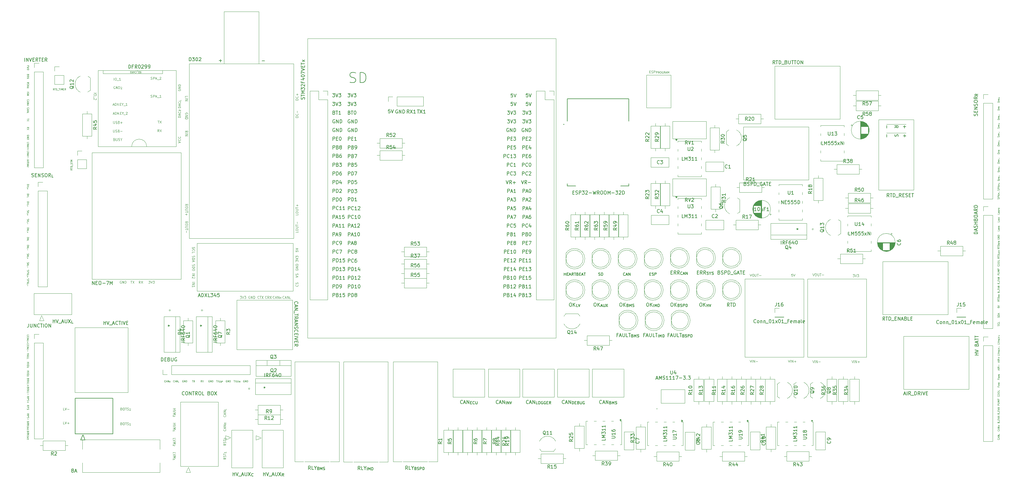
<source format=gbr>
%TF.GenerationSoftware,KiCad,Pcbnew,(6.0.5)*%
%TF.CreationDate,2023-07-29T02:07:02+09:00*%
%TF.ProjectId,LV_PCB,4c565f50-4342-42e6-9b69-6361645f7063,rev?*%
%TF.SameCoordinates,Original*%
%TF.FileFunction,Legend,Top*%
%TF.FilePolarity,Positive*%
%FSLAX46Y46*%
G04 Gerber Fmt 4.6, Leading zero omitted, Abs format (unit mm)*
G04 Created by KiCad (PCBNEW (6.0.5)) date 2023-07-29 02:07:02*
%MOMM*%
%LPD*%
G01*
G04 APERTURE LIST*
%ADD10C,0.150000*%
%ADD11C,0.100000*%
%ADD12C,0.050000*%
%ADD13C,0.120000*%
%ADD14C,0.127000*%
%ADD15C,0.200000*%
G04 APERTURE END LIST*
D10*
%TO.C,R19*%
X204076380Y57777142D02*
X203600190Y57443809D01*
X204076380Y57205714D02*
X203076380Y57205714D01*
X203076380Y57586666D01*
X203124000Y57681904D01*
X203171619Y57729523D01*
X203266857Y57777142D01*
X203409714Y57777142D01*
X203504952Y57729523D01*
X203552571Y57681904D01*
X203600190Y57586666D01*
X203600190Y57205714D01*
X204076380Y58729523D02*
X204076380Y58158095D01*
X204076380Y58443809D02*
X203076380Y58443809D01*
X203219238Y58348571D01*
X203314476Y58253333D01*
X203362095Y58158095D01*
X204076380Y59205714D02*
X204076380Y59396190D01*
X204028761Y59491428D01*
X203981142Y59539047D01*
X203838285Y59634285D01*
X203647809Y59681904D01*
X203266857Y59681904D01*
X203171619Y59634285D01*
X203124000Y59586666D01*
X203076380Y59491428D01*
X203076380Y59300952D01*
X203124000Y59205714D01*
X203171619Y59158095D01*
X203266857Y59110476D01*
X203504952Y59110476D01*
X203600190Y59158095D01*
X203647809Y59205714D01*
X203695428Y59300952D01*
X203695428Y59491428D01*
X203647809Y59586666D01*
X203600190Y59634285D01*
X203504952Y59681904D01*
%TO.C,R31*%
X267246380Y128897142D02*
X266770190Y128563809D01*
X267246380Y128325714D02*
X266246380Y128325714D01*
X266246380Y128706666D01*
X266294000Y128801904D01*
X266341619Y128849523D01*
X266436857Y128897142D01*
X266579714Y128897142D01*
X266674952Y128849523D01*
X266722571Y128801904D01*
X266770190Y128706666D01*
X266770190Y128325714D01*
X266246380Y129230476D02*
X266246380Y129849523D01*
X266627333Y129516190D01*
X266627333Y129659047D01*
X266674952Y129754285D01*
X266722571Y129801904D01*
X266817809Y129849523D01*
X267055904Y129849523D01*
X267151142Y129801904D01*
X267198761Y129754285D01*
X267246380Y129659047D01*
X267246380Y129373333D01*
X267198761Y129278095D01*
X267151142Y129230476D01*
X267246380Y130801904D02*
X267246380Y130230476D01*
X267246380Y130516190D02*
X266246380Y130516190D01*
X266389238Y130420952D01*
X266484476Y130325714D01*
X266532095Y130230476D01*
%TO.C,Q10*%
X288354619Y72707571D02*
X288307000Y72612333D01*
X288211761Y72517095D01*
X288068904Y72374238D01*
X288021285Y72279000D01*
X288021285Y72183761D01*
X288259380Y72231380D02*
X288211761Y72136142D01*
X288116523Y72040904D01*
X287926047Y71993285D01*
X287592714Y71993285D01*
X287402238Y72040904D01*
X287307000Y72136142D01*
X287259380Y72231380D01*
X287259380Y72421857D01*
X287307000Y72517095D01*
X287402238Y72612333D01*
X287592714Y72659952D01*
X287926047Y72659952D01*
X288116523Y72612333D01*
X288211761Y72517095D01*
X288259380Y72421857D01*
X288259380Y72231380D01*
X288259380Y73612333D02*
X288259380Y73040904D01*
X288259380Y73326619D02*
X287259380Y73326619D01*
X287402238Y73231380D01*
X287497476Y73136142D01*
X287545095Y73040904D01*
X287259380Y74231380D02*
X287259380Y74326619D01*
X287307000Y74421857D01*
X287354619Y74469476D01*
X287449857Y74517095D01*
X287640333Y74564714D01*
X287878428Y74564714D01*
X288068904Y74517095D01*
X288164142Y74469476D01*
X288211761Y74421857D01*
X288259380Y74326619D01*
X288259380Y74231380D01*
X288211761Y74136142D01*
X288164142Y74088523D01*
X288068904Y74040904D01*
X287878428Y73993285D01*
X287640333Y73993285D01*
X287449857Y74040904D01*
X287354619Y74088523D01*
X287307000Y74136142D01*
X287259380Y74231380D01*
%TO.C,R63*%
X229984380Y120769142D02*
X229508190Y120435809D01*
X229984380Y120197714D02*
X228984380Y120197714D01*
X228984380Y120578666D01*
X229032000Y120673904D01*
X229079619Y120721523D01*
X229174857Y120769142D01*
X229317714Y120769142D01*
X229412952Y120721523D01*
X229460571Y120673904D01*
X229508190Y120578666D01*
X229508190Y120197714D01*
X228984380Y121626285D02*
X228984380Y121435809D01*
X229032000Y121340571D01*
X229079619Y121292952D01*
X229222476Y121197714D01*
X229412952Y121150095D01*
X229793904Y121150095D01*
X229889142Y121197714D01*
X229936761Y121245333D01*
X229984380Y121340571D01*
X229984380Y121531047D01*
X229936761Y121626285D01*
X229889142Y121673904D01*
X229793904Y121721523D01*
X229555809Y121721523D01*
X229460571Y121673904D01*
X229412952Y121626285D01*
X229365333Y121531047D01*
X229365333Y121340571D01*
X229412952Y121245333D01*
X229460571Y121197714D01*
X229555809Y121150095D01*
X228984380Y122054857D02*
X228984380Y122673904D01*
X229365333Y122340571D01*
X229365333Y122483428D01*
X229412952Y122578666D01*
X229460571Y122626285D01*
X229555809Y122673904D01*
X229793904Y122673904D01*
X229889142Y122626285D01*
X229936761Y122578666D01*
X229984380Y122483428D01*
X229984380Y122197714D01*
X229936761Y122102476D01*
X229889142Y122054857D01*
%TO.C,D12*%
X251369809Y107767428D02*
X251703142Y107767428D01*
X251846000Y107243619D02*
X251369809Y107243619D01*
X251369809Y108243619D01*
X251846000Y108243619D01*
X252846000Y107243619D02*
X252512666Y107719809D01*
X252274571Y107243619D02*
X252274571Y108243619D01*
X252655523Y108243619D01*
X252750761Y108196000D01*
X252798380Y108148380D01*
X252846000Y108053142D01*
X252846000Y107910285D01*
X252798380Y107815047D01*
X252750761Y107767428D01*
X252655523Y107719809D01*
X252274571Y107719809D01*
X253846000Y107243619D02*
X253512666Y107719809D01*
X253274571Y107243619D02*
X253274571Y108243619D01*
X253655523Y108243619D01*
X253750761Y108196000D01*
X253798380Y108148380D01*
X253846000Y108053142D01*
X253846000Y107910285D01*
X253798380Y107815047D01*
X253750761Y107767428D01*
X253655523Y107719809D01*
X253274571Y107719809D01*
X254684095Y107210285D02*
X254646000Y107172190D01*
X254531714Y107134095D01*
X254455523Y107134095D01*
X254341238Y107172190D01*
X254265047Y107248380D01*
X254226952Y107324571D01*
X254188857Y107476952D01*
X254188857Y107591238D01*
X254226952Y107743619D01*
X254265047Y107819809D01*
X254341238Y107896000D01*
X254455523Y107934095D01*
X254531714Y107934095D01*
X254646000Y107896000D01*
X254684095Y107857904D01*
X254988857Y107362666D02*
X255369809Y107362666D01*
X254912666Y107134095D02*
X255179333Y107934095D01*
X255446000Y107134095D01*
X255712666Y107134095D02*
X255712666Y107934095D01*
X256169809Y107134095D01*
X256169809Y107934095D01*
%TO.C,R21*%
X273941142Y134505619D02*
X273607809Y134981809D01*
X273369714Y134505619D02*
X273369714Y135505619D01*
X273750666Y135505619D01*
X273845904Y135458000D01*
X273893523Y135410380D01*
X273941142Y135315142D01*
X273941142Y135172285D01*
X273893523Y135077047D01*
X273845904Y135029428D01*
X273750666Y134981809D01*
X273369714Y134981809D01*
X274322095Y135410380D02*
X274369714Y135458000D01*
X274464952Y135505619D01*
X274703047Y135505619D01*
X274798285Y135458000D01*
X274845904Y135410380D01*
X274893523Y135315142D01*
X274893523Y135219904D01*
X274845904Y135077047D01*
X274274476Y134505619D01*
X274893523Y134505619D01*
X275845904Y134505619D02*
X275274476Y134505619D01*
X275560190Y134505619D02*
X275560190Y135505619D01*
X275464952Y135362761D01*
X275369714Y135267523D01*
X275274476Y135219904D01*
%TO.C,R41*%
X278625380Y58686142D02*
X278149190Y58352809D01*
X278625380Y58114714D02*
X277625380Y58114714D01*
X277625380Y58495666D01*
X277673000Y58590904D01*
X277720619Y58638523D01*
X277815857Y58686142D01*
X277958714Y58686142D01*
X278053952Y58638523D01*
X278101571Y58590904D01*
X278149190Y58495666D01*
X278149190Y58114714D01*
X277958714Y59543285D02*
X278625380Y59543285D01*
X277577761Y59305190D02*
X278292047Y59067095D01*
X278292047Y59686142D01*
X278625380Y60590904D02*
X278625380Y60019476D01*
X278625380Y60305190D02*
X277625380Y60305190D01*
X277768238Y60209952D01*
X277863476Y60114714D01*
X277911095Y60019476D01*
D11*
%TO.C,U5*%
X285566000Y82171333D02*
X285799333Y81471333D01*
X286032666Y82171333D01*
X286266000Y81471333D02*
X286266000Y82171333D01*
X286599333Y81471333D02*
X286599333Y82171333D01*
X286999333Y81471333D01*
X286999333Y82171333D01*
X287332666Y81738000D02*
X287866000Y81738000D01*
X287599333Y81471333D02*
X287599333Y82004666D01*
X274390000Y82171333D02*
X274623333Y81471333D01*
X274856666Y82171333D01*
X275090000Y81471333D02*
X275090000Y82171333D01*
X275423333Y81471333D02*
X275423333Y82171333D01*
X275823333Y81471333D01*
X275823333Y82171333D01*
X276156666Y81738000D02*
X276690000Y81738000D01*
X274431333Y107317333D02*
X274664666Y106617333D01*
X274898000Y107317333D01*
X275264666Y107317333D02*
X275398000Y107317333D01*
X275464666Y107284000D01*
X275531333Y107217333D01*
X275564666Y107084000D01*
X275564666Y106850666D01*
X275531333Y106717333D01*
X275464666Y106650666D01*
X275398000Y106617333D01*
X275264666Y106617333D01*
X275198000Y106650666D01*
X275131333Y106717333D01*
X275098000Y106850666D01*
X275098000Y107084000D01*
X275131333Y107217333D01*
X275198000Y107284000D01*
X275264666Y107317333D01*
X275864666Y107317333D02*
X275864666Y106750666D01*
X275898000Y106684000D01*
X275931333Y106650666D01*
X275998000Y106617333D01*
X276131333Y106617333D01*
X276198000Y106650666D01*
X276231333Y106684000D01*
X276264666Y106750666D01*
X276264666Y107317333D01*
X276498000Y107317333D02*
X276898000Y107317333D01*
X276698000Y106617333D02*
X276698000Y107317333D01*
X277131333Y106884000D02*
X277664666Y106884000D01*
X286886666Y107317333D02*
X286553333Y107317333D01*
X286520000Y106984000D01*
X286553333Y107017333D01*
X286620000Y107050666D01*
X286786666Y107050666D01*
X286853333Y107017333D01*
X286886666Y106984000D01*
X286920000Y106917333D01*
X286920000Y106750666D01*
X286886666Y106684000D01*
X286853333Y106650666D01*
X286786666Y106617333D01*
X286620000Y106617333D01*
X286553333Y106650666D01*
X286520000Y106684000D01*
X287120000Y107317333D02*
X287353333Y106617333D01*
X287586666Y107317333D01*
D10*
%TO.C,C10*%
X278828142Y57904142D02*
X278875761Y57856523D01*
X278923380Y57713666D01*
X278923380Y57618428D01*
X278875761Y57475571D01*
X278780523Y57380333D01*
X278685285Y57332714D01*
X278494809Y57285095D01*
X278351952Y57285095D01*
X278161476Y57332714D01*
X278066238Y57380333D01*
X277971000Y57475571D01*
X277923380Y57618428D01*
X277923380Y57713666D01*
X277971000Y57856523D01*
X278018619Y57904142D01*
X278923380Y58856523D02*
X278923380Y58285095D01*
X278923380Y58570809D02*
X277923380Y58570809D01*
X278066238Y58475571D01*
X278161476Y58380333D01*
X278209095Y58285095D01*
X277923380Y59475571D02*
X277923380Y59570809D01*
X277971000Y59666047D01*
X278018619Y59713666D01*
X278113857Y59761285D01*
X278304333Y59808904D01*
X278542428Y59808904D01*
X278732904Y59761285D01*
X278828142Y59713666D01*
X278875761Y59666047D01*
X278923380Y59570809D01*
X278923380Y59475571D01*
X278875761Y59380333D01*
X278828142Y59332714D01*
X278732904Y59285095D01*
X278542428Y59237476D01*
X278304333Y59237476D01*
X278113857Y59285095D01*
X278018619Y59332714D01*
X277971000Y59380333D01*
X277923380Y59475571D01*
%TO.C,D11*%
X259046952Y107767428D02*
X259380285Y107767428D01*
X259523142Y107243619D02*
X259046952Y107243619D01*
X259046952Y108243619D01*
X259523142Y108243619D01*
X260523142Y107243619D02*
X260189809Y107719809D01*
X259951714Y107243619D02*
X259951714Y108243619D01*
X260332666Y108243619D01*
X260427904Y108196000D01*
X260475523Y108148380D01*
X260523142Y108053142D01*
X260523142Y107910285D01*
X260475523Y107815047D01*
X260427904Y107767428D01*
X260332666Y107719809D01*
X259951714Y107719809D01*
X261523142Y107243619D02*
X261189809Y107719809D01*
X260951714Y107243619D02*
X260951714Y108243619D01*
X261332666Y108243619D01*
X261427904Y108196000D01*
X261475523Y108148380D01*
X261523142Y108053142D01*
X261523142Y107910285D01*
X261475523Y107815047D01*
X261427904Y107767428D01*
X261332666Y107719809D01*
X260951714Y107719809D01*
X261866000Y107172190D02*
X261980285Y107134095D01*
X262170761Y107134095D01*
X262246952Y107172190D01*
X262285047Y107210285D01*
X262323142Y107286476D01*
X262323142Y107362666D01*
X262285047Y107438857D01*
X262246952Y107476952D01*
X262170761Y107515047D01*
X262018380Y107553142D01*
X261942190Y107591238D01*
X261904095Y107629333D01*
X261866000Y107705523D01*
X261866000Y107781714D01*
X261904095Y107857904D01*
X261942190Y107896000D01*
X262018380Y107934095D01*
X262208857Y107934095D01*
X262323142Y107896000D01*
X262818380Y107515047D02*
X262818380Y107134095D01*
X262551714Y107934095D02*
X262818380Y107515047D01*
X263085047Y107934095D01*
X263313619Y107172190D02*
X263427904Y107134095D01*
X263618380Y107134095D01*
X263694571Y107172190D01*
X263732666Y107210285D01*
X263770761Y107286476D01*
X263770761Y107362666D01*
X263732666Y107438857D01*
X263694571Y107476952D01*
X263618380Y107515047D01*
X263466000Y107553142D01*
X263389809Y107591238D01*
X263351714Y107629333D01*
X263313619Y107705523D01*
X263313619Y107781714D01*
X263351714Y107857904D01*
X263389809Y107896000D01*
X263466000Y107934095D01*
X263656476Y107934095D01*
X263770761Y107896000D01*
%TO.C,R2*%
X71207333Y54327619D02*
X70874000Y54803809D01*
X70635904Y54327619D02*
X70635904Y55327619D01*
X71016857Y55327619D01*
X71112095Y55280000D01*
X71159714Y55232380D01*
X71207333Y55137142D01*
X71207333Y54994285D01*
X71159714Y54899047D01*
X71112095Y54851428D01*
X71016857Y54803809D01*
X70635904Y54803809D01*
X71588285Y55232380D02*
X71635904Y55280000D01*
X71731142Y55327619D01*
X71969238Y55327619D01*
X72064476Y55280000D01*
X72112095Y55232380D01*
X72159714Y55137142D01*
X72159714Y55041904D01*
X72112095Y54899047D01*
X71540666Y54327619D01*
X72159714Y54327619D01*
%TO.C,R36*%
X296405380Y72636142D02*
X295929190Y72302809D01*
X296405380Y72064714D02*
X295405380Y72064714D01*
X295405380Y72445666D01*
X295453000Y72540904D01*
X295500619Y72588523D01*
X295595857Y72636142D01*
X295738714Y72636142D01*
X295833952Y72588523D01*
X295881571Y72540904D01*
X295929190Y72445666D01*
X295929190Y72064714D01*
X295405380Y72969476D02*
X295405380Y73588523D01*
X295786333Y73255190D01*
X295786333Y73398047D01*
X295833952Y73493285D01*
X295881571Y73540904D01*
X295976809Y73588523D01*
X296214904Y73588523D01*
X296310142Y73540904D01*
X296357761Y73493285D01*
X296405380Y73398047D01*
X296405380Y73112333D01*
X296357761Y73017095D01*
X296310142Y72969476D01*
X295405380Y74445666D02*
X295405380Y74255190D01*
X295453000Y74159952D01*
X295500619Y74112333D01*
X295643476Y74017095D01*
X295833952Y73969476D01*
X296214904Y73969476D01*
X296310142Y74017095D01*
X296357761Y74064714D01*
X296405380Y74159952D01*
X296405380Y74350428D01*
X296357761Y74445666D01*
X296310142Y74493285D01*
X296214904Y74540904D01*
X295976809Y74540904D01*
X295881571Y74493285D01*
X295833952Y74445666D01*
X295786333Y74350428D01*
X295786333Y74159952D01*
X295833952Y74064714D01*
X295881571Y74017095D01*
X295976809Y73969476D01*
%TO.C,Q9*%
X293180619Y73183761D02*
X293133000Y73088523D01*
X293037761Y72993285D01*
X292894904Y72850428D01*
X292847285Y72755190D01*
X292847285Y72659952D01*
X293085380Y72707571D02*
X293037761Y72612333D01*
X292942523Y72517095D01*
X292752047Y72469476D01*
X292418714Y72469476D01*
X292228238Y72517095D01*
X292133000Y72612333D01*
X292085380Y72707571D01*
X292085380Y72898047D01*
X292133000Y72993285D01*
X292228238Y73088523D01*
X292418714Y73136142D01*
X292752047Y73136142D01*
X292942523Y73088523D01*
X293037761Y72993285D01*
X293085380Y72898047D01*
X293085380Y72707571D01*
X293085380Y73612333D02*
X293085380Y73802809D01*
X293037761Y73898047D01*
X292990142Y73945666D01*
X292847285Y74040904D01*
X292656809Y74088523D01*
X292275857Y74088523D01*
X292180619Y74040904D01*
X292133000Y73993285D01*
X292085380Y73898047D01*
X292085380Y73707571D01*
X292133000Y73612333D01*
X292180619Y73564714D01*
X292275857Y73517095D01*
X292513952Y73517095D01*
X292609190Y73564714D01*
X292656809Y73612333D01*
X292704428Y73707571D01*
X292704428Y73898047D01*
X292656809Y73993285D01*
X292609190Y74040904D01*
X292513952Y74088523D01*
%TO.C,D5*%
X243737142Y89479428D02*
X243403809Y89479428D01*
X243403809Y88955619D02*
X243403809Y89955619D01*
X243880000Y89955619D01*
X244213333Y89241333D02*
X244689523Y89241333D01*
X244118095Y88955619D02*
X244451428Y89955619D01*
X244784761Y88955619D01*
X245118095Y89955619D02*
X245118095Y89146095D01*
X245165714Y89050857D01*
X245213333Y89003238D01*
X245308571Y88955619D01*
X245499047Y88955619D01*
X245594285Y89003238D01*
X245641904Y89050857D01*
X245689523Y89146095D01*
X245689523Y89955619D01*
X246641904Y88955619D02*
X246165714Y88955619D01*
X246165714Y89955619D01*
X246832380Y89955619D02*
X247403809Y89955619D01*
X247118095Y88955619D02*
X247118095Y89955619D01*
X247689523Y88846095D02*
X247689523Y89646095D01*
X248070476Y88846095D02*
X248070476Y89646095D01*
X248337142Y89074666D01*
X248603809Y89646095D01*
X248603809Y88846095D01*
X248984761Y88846095D02*
X248984761Y89646095D01*
X249175238Y89646095D01*
X249289523Y89608000D01*
X249365714Y89531809D01*
X249403809Y89455619D01*
X249441904Y89303238D01*
X249441904Y89188952D01*
X249403809Y89036571D01*
X249365714Y88960380D01*
X249289523Y88884190D01*
X249175238Y88846095D01*
X248984761Y88846095D01*
D12*
%TO.C,J14*%
X76690190Y138001523D02*
X76452095Y137834857D01*
X76690190Y137715809D02*
X76190190Y137715809D01*
X76190190Y137906285D01*
X76214000Y137953904D01*
X76237809Y137977714D01*
X76285428Y138001523D01*
X76356857Y138001523D01*
X76404476Y137977714D01*
X76428285Y137953904D01*
X76452095Y137906285D01*
X76452095Y137715809D01*
X76190190Y138144380D02*
X76190190Y138430095D01*
X76690190Y138287238D02*
X76190190Y138287238D01*
X76690190Y138596761D02*
X76190190Y138596761D01*
X76190190Y138715809D01*
X76214000Y138787238D01*
X76261619Y138834857D01*
X76309238Y138858666D01*
X76404476Y138882476D01*
X76475904Y138882476D01*
X76571142Y138858666D01*
X76618761Y138834857D01*
X76666380Y138787238D01*
X76690190Y138715809D01*
X76690190Y138596761D01*
X76737809Y138977714D02*
X76737809Y139358666D01*
X76666380Y139453904D02*
X76690190Y139525333D01*
X76690190Y139644380D01*
X76666380Y139692000D01*
X76642571Y139715809D01*
X76594952Y139739619D01*
X76547333Y139739619D01*
X76499714Y139715809D01*
X76475904Y139692000D01*
X76452095Y139644380D01*
X76428285Y139549142D01*
X76404476Y139501523D01*
X76380666Y139477714D01*
X76333047Y139453904D01*
X76285428Y139453904D01*
X76237809Y139477714D01*
X76214000Y139501523D01*
X76190190Y139549142D01*
X76190190Y139668190D01*
X76214000Y139739619D01*
X76190190Y139882476D02*
X76190190Y140168190D01*
X76690190Y140025333D02*
X76190190Y140025333D01*
X76690190Y140334857D02*
X76190190Y140334857D01*
X76547333Y140501523D01*
X76190190Y140668190D01*
X76690190Y140668190D01*
D10*
%TO.C,K5*%
X281720285Y168711619D02*
X281386952Y169187809D01*
X281148857Y168711619D02*
X281148857Y169711619D01*
X281529809Y169711619D01*
X281625047Y169664000D01*
X281672666Y169616380D01*
X281720285Y169521142D01*
X281720285Y169378285D01*
X281672666Y169283047D01*
X281625047Y169235428D01*
X281529809Y169187809D01*
X281148857Y169187809D01*
X282006000Y169711619D02*
X282577428Y169711619D01*
X282291714Y168711619D02*
X282291714Y169711619D01*
X282910761Y168711619D02*
X282910761Y169711619D01*
X283148857Y169711619D01*
X283291714Y169664000D01*
X283386952Y169568761D01*
X283434571Y169473523D01*
X283482190Y169283047D01*
X283482190Y169140190D01*
X283434571Y168949714D01*
X283386952Y168854476D01*
X283291714Y168759238D01*
X283148857Y168711619D01*
X282910761Y168711619D01*
X283672666Y168616380D02*
X284434571Y168616380D01*
X285006000Y169235428D02*
X285148857Y169187809D01*
X285196476Y169140190D01*
X285244095Y169044952D01*
X285244095Y168902095D01*
X285196476Y168806857D01*
X285148857Y168759238D01*
X285053619Y168711619D01*
X284672666Y168711619D01*
X284672666Y169711619D01*
X285006000Y169711619D01*
X285101238Y169664000D01*
X285148857Y169616380D01*
X285196476Y169521142D01*
X285196476Y169425904D01*
X285148857Y169330666D01*
X285101238Y169283047D01*
X285006000Y169235428D01*
X284672666Y169235428D01*
X285672666Y169711619D02*
X285672666Y168902095D01*
X285720285Y168806857D01*
X285767904Y168759238D01*
X285863142Y168711619D01*
X286053619Y168711619D01*
X286148857Y168759238D01*
X286196476Y168806857D01*
X286244095Y168902095D01*
X286244095Y169711619D01*
X286577428Y169711619D02*
X287148857Y169711619D01*
X286863142Y168711619D02*
X286863142Y169711619D01*
X287339333Y169711619D02*
X287910761Y169711619D01*
X287625047Y168711619D02*
X287625047Y169711619D01*
X288434571Y169711619D02*
X288625047Y169711619D01*
X288720285Y169664000D01*
X288815523Y169568761D01*
X288863142Y169378285D01*
X288863142Y169044952D01*
X288815523Y168854476D01*
X288720285Y168759238D01*
X288625047Y168711619D01*
X288434571Y168711619D01*
X288339333Y168759238D01*
X288244095Y168854476D01*
X288196476Y169044952D01*
X288196476Y169378285D01*
X288244095Y169568761D01*
X288339333Y169664000D01*
X288434571Y169711619D01*
X289291714Y168711619D02*
X289291714Y169711619D01*
X289863142Y168711619D01*
X289863142Y169711619D01*
%TO.C,R42*%
X259829380Y58666142D02*
X259353190Y58332809D01*
X259829380Y58094714D02*
X258829380Y58094714D01*
X258829380Y58475666D01*
X258877000Y58570904D01*
X258924619Y58618523D01*
X259019857Y58666142D01*
X259162714Y58666142D01*
X259257952Y58618523D01*
X259305571Y58570904D01*
X259353190Y58475666D01*
X259353190Y58094714D01*
X259162714Y59523285D02*
X259829380Y59523285D01*
X258781761Y59285190D02*
X259496047Y59047095D01*
X259496047Y59666142D01*
X258924619Y59999476D02*
X258877000Y60047095D01*
X258829380Y60142333D01*
X258829380Y60380428D01*
X258877000Y60475666D01*
X258924619Y60523285D01*
X259019857Y60570904D01*
X259115095Y60570904D01*
X259257952Y60523285D01*
X259829380Y59951857D01*
X259829380Y60570904D01*
%TO.C,R55*%
X176141142Y106565619D02*
X175807809Y107041809D01*
X175569714Y106565619D02*
X175569714Y107565619D01*
X175950666Y107565619D01*
X176045904Y107518000D01*
X176093523Y107470380D01*
X176141142Y107375142D01*
X176141142Y107232285D01*
X176093523Y107137047D01*
X176045904Y107089428D01*
X175950666Y107041809D01*
X175569714Y107041809D01*
X177045904Y107565619D02*
X176569714Y107565619D01*
X176522095Y107089428D01*
X176569714Y107137047D01*
X176664952Y107184666D01*
X176903047Y107184666D01*
X176998285Y107137047D01*
X177045904Y107089428D01*
X177093523Y106994190D01*
X177093523Y106756095D01*
X177045904Y106660857D01*
X176998285Y106613238D01*
X176903047Y106565619D01*
X176664952Y106565619D01*
X176569714Y106613238D01*
X176522095Y106660857D01*
X177998285Y107565619D02*
X177522095Y107565619D01*
X177474476Y107089428D01*
X177522095Y107137047D01*
X177617333Y107184666D01*
X177855428Y107184666D01*
X177950666Y107137047D01*
X177998285Y107089428D01*
X178045904Y106994190D01*
X178045904Y106756095D01*
X177998285Y106660857D01*
X177950666Y106613238D01*
X177855428Y106565619D01*
X177617333Y106565619D01*
X177522095Y106613238D01*
X177474476Y106660857D01*
%TO.C,U4*%
X251287095Y79033619D02*
X251287095Y78224095D01*
X251334714Y78128857D01*
X251382333Y78081238D01*
X251477571Y78033619D01*
X251668047Y78033619D01*
X251763285Y78081238D01*
X251810904Y78128857D01*
X251858523Y78224095D01*
X251858523Y79033619D01*
X252763285Y78700285D02*
X252763285Y78033619D01*
X252525190Y79081238D02*
X252287095Y78366952D01*
X252906142Y78366952D01*
X247049000Y76769933D02*
X247525190Y76769933D01*
X246953761Y76484219D02*
X247287095Y77484219D01*
X247620428Y76484219D01*
X247953761Y76484219D02*
X247953761Y77484219D01*
X248287095Y76769933D01*
X248620428Y77484219D01*
X248620428Y76484219D01*
X249049000Y76531838D02*
X249191857Y76484219D01*
X249429952Y76484219D01*
X249525190Y76531838D01*
X249572809Y76579457D01*
X249620428Y76674695D01*
X249620428Y76769933D01*
X249572809Y76865171D01*
X249525190Y76912790D01*
X249429952Y76960409D01*
X249239476Y77008028D01*
X249144238Y77055647D01*
X249096619Y77103266D01*
X249049000Y77198504D01*
X249049000Y77293742D01*
X249096619Y77388980D01*
X249144238Y77436600D01*
X249239476Y77484219D01*
X249477571Y77484219D01*
X249620428Y77436600D01*
X250572809Y76484219D02*
X250001380Y76484219D01*
X250287095Y76484219D02*
X250287095Y77484219D01*
X250191857Y77341361D01*
X250096619Y77246123D01*
X250001380Y77198504D01*
X251525190Y76484219D02*
X250953761Y76484219D01*
X251239476Y76484219D02*
X251239476Y77484219D01*
X251144238Y77341361D01*
X251049000Y77246123D01*
X250953761Y77198504D01*
X252477571Y76484219D02*
X251906142Y76484219D01*
X252191857Y76484219D02*
X252191857Y77484219D01*
X252096619Y77341361D01*
X252001380Y77246123D01*
X251906142Y77198504D01*
X252810904Y77484219D02*
X253477571Y77484219D01*
X253049000Y76484219D01*
X253858523Y76865171D02*
X254620428Y76865171D01*
X255001380Y77484219D02*
X255620428Y77484219D01*
X255287095Y77103266D01*
X255429952Y77103266D01*
X255525190Y77055647D01*
X255572809Y77008028D01*
X255620428Y76912790D01*
X255620428Y76674695D01*
X255572809Y76579457D01*
X255525190Y76531838D01*
X255429952Y76484219D01*
X255144238Y76484219D01*
X255049000Y76531838D01*
X255001380Y76579457D01*
X256049000Y76579457D02*
X256096619Y76531838D01*
X256049000Y76484219D01*
X256001380Y76531838D01*
X256049000Y76579457D01*
X256049000Y76484219D01*
X256429952Y77484219D02*
X257049000Y77484219D01*
X256715666Y77103266D01*
X256858523Y77103266D01*
X256953761Y77055647D01*
X257001380Y77008028D01*
X257049000Y76912790D01*
X257049000Y76674695D01*
X257001380Y76579457D01*
X256953761Y76531838D01*
X256858523Y76484219D01*
X256572809Y76484219D01*
X256477571Y76531838D01*
X256429952Y76579457D01*
%TO.C,RV2*%
X256198761Y128475619D02*
X255865428Y128951809D01*
X255627333Y128475619D02*
X255627333Y129475619D01*
X256008285Y129475619D01*
X256103523Y129428000D01*
X256151142Y129380380D01*
X256198761Y129285142D01*
X256198761Y129142285D01*
X256151142Y129047047D01*
X256103523Y128999428D01*
X256008285Y128951809D01*
X255627333Y128951809D01*
X256484476Y129475619D02*
X256817809Y128475619D01*
X257151142Y129475619D01*
X257436857Y129380380D02*
X257484476Y129428000D01*
X257579714Y129475619D01*
X257817809Y129475619D01*
X257913047Y129428000D01*
X257960666Y129380380D01*
X258008285Y129285142D01*
X258008285Y129189904D01*
X257960666Y129047047D01*
X257389238Y128475619D01*
X258008285Y128475619D01*
%TO.C,SW2*%
X190581190Y69492857D02*
X190533571Y69445238D01*
X190390714Y69397619D01*
X190295476Y69397619D01*
X190152619Y69445238D01*
X190057380Y69540476D01*
X190009761Y69635714D01*
X189962142Y69826190D01*
X189962142Y69969047D01*
X190009761Y70159523D01*
X190057380Y70254761D01*
X190152619Y70350000D01*
X190295476Y70397619D01*
X190390714Y70397619D01*
X190533571Y70350000D01*
X190581190Y70302380D01*
X190962142Y69683333D02*
X191438333Y69683333D01*
X190866904Y69397619D02*
X191200238Y70397619D01*
X191533571Y69397619D01*
X191866904Y69397619D02*
X191866904Y70397619D01*
X192438333Y69397619D01*
X192438333Y70397619D01*
X192866904Y69707142D02*
X193133571Y69707142D01*
X193247857Y69288095D02*
X192866904Y69288095D01*
X192866904Y70088095D01*
X193247857Y70088095D01*
X194047857Y69364285D02*
X194009761Y69326190D01*
X193895476Y69288095D01*
X193819285Y69288095D01*
X193705000Y69326190D01*
X193628809Y69402380D01*
X193590714Y69478571D01*
X193552619Y69630952D01*
X193552619Y69745238D01*
X193590714Y69897619D01*
X193628809Y69973809D01*
X193705000Y70050000D01*
X193819285Y70088095D01*
X193895476Y70088095D01*
X194009761Y70050000D01*
X194047857Y70011904D01*
X194390714Y70088095D02*
X194390714Y69440476D01*
X194428809Y69364285D01*
X194466904Y69326190D01*
X194543095Y69288095D01*
X194695476Y69288095D01*
X194771666Y69326190D01*
X194809761Y69364285D01*
X194847857Y69440476D01*
X194847857Y70088095D01*
%TO.C,SW4*%
X200969761Y69492857D02*
X200922142Y69445238D01*
X200779285Y69397619D01*
X200684047Y69397619D01*
X200541190Y69445238D01*
X200445952Y69540476D01*
X200398333Y69635714D01*
X200350714Y69826190D01*
X200350714Y69969047D01*
X200398333Y70159523D01*
X200445952Y70254761D01*
X200541190Y70350000D01*
X200684047Y70397619D01*
X200779285Y70397619D01*
X200922142Y70350000D01*
X200969761Y70302380D01*
X201350714Y69683333D02*
X201826904Y69683333D01*
X201255476Y69397619D02*
X201588809Y70397619D01*
X201922142Y69397619D01*
X202255476Y69397619D02*
X202255476Y70397619D01*
X202826904Y69397619D01*
X202826904Y70397619D01*
X203255476Y69288095D02*
X203255476Y70088095D01*
X203636428Y69288095D02*
X203636428Y70088095D01*
X204093571Y69288095D01*
X204093571Y70088095D01*
X204360238Y70088095D02*
X204626904Y69288095D01*
X204893571Y70088095D01*
%TO.C,D8*%
X251569809Y98845619D02*
X251760285Y98845619D01*
X251855523Y98798000D01*
X251950761Y98702761D01*
X251998380Y98512285D01*
X251998380Y98178952D01*
X251950761Y97988476D01*
X251855523Y97893238D01*
X251760285Y97845619D01*
X251569809Y97845619D01*
X251474571Y97893238D01*
X251379333Y97988476D01*
X251331714Y98178952D01*
X251331714Y98512285D01*
X251379333Y98702761D01*
X251474571Y98798000D01*
X251569809Y98845619D01*
X252426952Y97845619D02*
X252426952Y98845619D01*
X252998380Y97845619D02*
X252569809Y98417047D01*
X252998380Y98845619D02*
X252426952Y98274190D01*
X253646000Y98155142D02*
X253760285Y98117047D01*
X253798380Y98078952D01*
X253836476Y98002761D01*
X253836476Y97888476D01*
X253798380Y97812285D01*
X253760285Y97774190D01*
X253684095Y97736095D01*
X253379333Y97736095D01*
X253379333Y98536095D01*
X253646000Y98536095D01*
X253722190Y98498000D01*
X253760285Y98459904D01*
X253798380Y98383714D01*
X253798380Y98307523D01*
X253760285Y98231333D01*
X253722190Y98193238D01*
X253646000Y98155142D01*
X253379333Y98155142D01*
X254141238Y97774190D02*
X254255523Y97736095D01*
X254446000Y97736095D01*
X254522190Y97774190D01*
X254560285Y97812285D01*
X254598380Y97888476D01*
X254598380Y97964666D01*
X254560285Y98040857D01*
X254522190Y98078952D01*
X254446000Y98117047D01*
X254293619Y98155142D01*
X254217428Y98193238D01*
X254179333Y98231333D01*
X254141238Y98307523D01*
X254141238Y98383714D01*
X254179333Y98459904D01*
X254217428Y98498000D01*
X254293619Y98536095D01*
X254484095Y98536095D01*
X254598380Y98498000D01*
X254941238Y97736095D02*
X254941238Y98536095D01*
X255246000Y98536095D01*
X255322190Y98498000D01*
X255360285Y98459904D01*
X255398380Y98383714D01*
X255398380Y98269428D01*
X255360285Y98193238D01*
X255322190Y98155142D01*
X255246000Y98117047D01*
X254941238Y98117047D01*
X255741238Y97736095D02*
X255741238Y98536095D01*
X255931714Y98536095D01*
X256046000Y98498000D01*
X256122190Y98421809D01*
X256160285Y98345619D01*
X256198380Y98193238D01*
X256198380Y98078952D01*
X256160285Y97926571D01*
X256122190Y97850380D01*
X256046000Y97774190D01*
X255931714Y97736095D01*
X255741238Y97736095D01*
D11*
%TO.C,SW8*%
X245097333Y166420000D02*
X245330666Y166420000D01*
X245430666Y166053333D02*
X245097333Y166053333D01*
X245097333Y166753333D01*
X245430666Y166753333D01*
X245697333Y166086666D02*
X245797333Y166053333D01*
X245964000Y166053333D01*
X246030666Y166086666D01*
X246064000Y166120000D01*
X246097333Y166186666D01*
X246097333Y166253333D01*
X246064000Y166320000D01*
X246030666Y166353333D01*
X245964000Y166386666D01*
X245830666Y166420000D01*
X245764000Y166453333D01*
X245730666Y166486666D01*
X245697333Y166553333D01*
X245697333Y166620000D01*
X245730666Y166686666D01*
X245764000Y166720000D01*
X245830666Y166753333D01*
X245997333Y166753333D01*
X246097333Y166720000D01*
X246397333Y166053333D02*
X246397333Y166753333D01*
X246664000Y166753333D01*
X246730666Y166720000D01*
X246764000Y166686666D01*
X246797333Y166620000D01*
X246797333Y166520000D01*
X246764000Y166453333D01*
X246730666Y166420000D01*
X246664000Y166386666D01*
X246397333Y166386666D01*
X247064000Y165976666D02*
X247064000Y166536666D01*
X247277333Y166536666D01*
X247330666Y166510000D01*
X247357333Y166483333D01*
X247384000Y166430000D01*
X247384000Y166350000D01*
X247357333Y166296666D01*
X247330666Y166270000D01*
X247277333Y166243333D01*
X247064000Y166243333D01*
X247944000Y165976666D02*
X247757333Y166243333D01*
X247624000Y165976666D02*
X247624000Y166536666D01*
X247837333Y166536666D01*
X247890666Y166510000D01*
X247917333Y166483333D01*
X247944000Y166430000D01*
X247944000Y166350000D01*
X247917333Y166296666D01*
X247890666Y166270000D01*
X247837333Y166243333D01*
X247624000Y166243333D01*
X248290666Y166536666D02*
X248397333Y166536666D01*
X248450666Y166510000D01*
X248504000Y166456666D01*
X248530666Y166350000D01*
X248530666Y166163333D01*
X248504000Y166056666D01*
X248450666Y166003333D01*
X248397333Y165976666D01*
X248290666Y165976666D01*
X248237333Y166003333D01*
X248184000Y166056666D01*
X248157333Y166163333D01*
X248157333Y166350000D01*
X248184000Y166456666D01*
X248237333Y166510000D01*
X248290666Y166536666D01*
X249064000Y166510000D02*
X249010666Y166536666D01*
X248930666Y166536666D01*
X248850666Y166510000D01*
X248797333Y166456666D01*
X248770666Y166403333D01*
X248744000Y166296666D01*
X248744000Y166216666D01*
X248770666Y166110000D01*
X248797333Y166056666D01*
X248850666Y166003333D01*
X248930666Y165976666D01*
X248984000Y165976666D01*
X249064000Y166003333D01*
X249090666Y166030000D01*
X249090666Y166216666D01*
X248984000Y166216666D01*
X249650666Y165976666D02*
X249464000Y166243333D01*
X249330666Y165976666D02*
X249330666Y166536666D01*
X249544000Y166536666D01*
X249597333Y166510000D01*
X249624000Y166483333D01*
X249650666Y166430000D01*
X249650666Y166350000D01*
X249624000Y166296666D01*
X249597333Y166270000D01*
X249544000Y166243333D01*
X249330666Y166243333D01*
X249864000Y166136666D02*
X250130666Y166136666D01*
X249810666Y165976666D02*
X249997333Y166536666D01*
X250184000Y165976666D01*
X250370666Y165976666D02*
X250370666Y166536666D01*
X250557333Y166136666D01*
X250744000Y166536666D01*
X250744000Y165976666D01*
D10*
%TO.C,C5*%
X306456221Y152744857D02*
X306408602Y152697238D01*
X306265745Y152649619D01*
X306170507Y152649619D01*
X306027649Y152697238D01*
X305932411Y152792476D01*
X305884792Y152887714D01*
X305837173Y153078190D01*
X305837173Y153221047D01*
X305884792Y153411523D01*
X305932411Y153506761D01*
X306027649Y153602000D01*
X306170507Y153649619D01*
X306265745Y153649619D01*
X306408602Y153602000D01*
X306456221Y153554380D01*
X307360983Y153649619D02*
X306884792Y153649619D01*
X306837173Y153173428D01*
X306884792Y153221047D01*
X306980030Y153268666D01*
X307218126Y153268666D01*
X307313364Y153221047D01*
X307360983Y153173428D01*
X307408602Y153078190D01*
X307408602Y152840095D01*
X307360983Y152744857D01*
X307313364Y152697238D01*
X307218126Y152649619D01*
X306980030Y152649619D01*
X306884792Y152697238D01*
X306837173Y152744857D01*
%TO.C,R23*%
X244980380Y129873142D02*
X244504190Y129539809D01*
X244980380Y129301714D02*
X243980380Y129301714D01*
X243980380Y129682666D01*
X244028000Y129777904D01*
X244075619Y129825523D01*
X244170857Y129873142D01*
X244313714Y129873142D01*
X244408952Y129825523D01*
X244456571Y129777904D01*
X244504190Y129682666D01*
X244504190Y129301714D01*
X244075619Y130254095D02*
X244028000Y130301714D01*
X243980380Y130396952D01*
X243980380Y130635047D01*
X244028000Y130730285D01*
X244075619Y130777904D01*
X244170857Y130825523D01*
X244266095Y130825523D01*
X244408952Y130777904D01*
X244980380Y130206476D01*
X244980380Y130825523D01*
X243980380Y131158857D02*
X243980380Y131777904D01*
X244361333Y131444571D01*
X244361333Y131587428D01*
X244408952Y131682666D01*
X244456571Y131730285D01*
X244551809Y131777904D01*
X244789904Y131777904D01*
X244885142Y131730285D01*
X244932761Y131682666D01*
X244980380Y131587428D01*
X244980380Y131301714D01*
X244932761Y131206476D01*
X244885142Y131158857D01*
%TO.C,Q6*%
X266597619Y127158761D02*
X266550000Y127063523D01*
X266454761Y126968285D01*
X266311904Y126825428D01*
X266264285Y126730190D01*
X266264285Y126634952D01*
X266502380Y126682571D02*
X266454761Y126587333D01*
X266359523Y126492095D01*
X266169047Y126444476D01*
X265835714Y126444476D01*
X265645238Y126492095D01*
X265550000Y126587333D01*
X265502380Y126682571D01*
X265502380Y126873047D01*
X265550000Y126968285D01*
X265645238Y127063523D01*
X265835714Y127111142D01*
X266169047Y127111142D01*
X266359523Y127063523D01*
X266454761Y126968285D01*
X266502380Y126873047D01*
X266502380Y126682571D01*
X265502380Y127968285D02*
X265502380Y127777809D01*
X265550000Y127682571D01*
X265597619Y127634952D01*
X265740476Y127539714D01*
X265930952Y127492095D01*
X266311904Y127492095D01*
X266407142Y127539714D01*
X266454761Y127587333D01*
X266502380Y127682571D01*
X266502380Y127873047D01*
X266454761Y127968285D01*
X266407142Y128015904D01*
X266311904Y128063523D01*
X266073809Y128063523D01*
X265978571Y128015904D01*
X265930952Y127968285D01*
X265883333Y127873047D01*
X265883333Y127682571D01*
X265930952Y127587333D01*
X265978571Y127539714D01*
X266073809Y127492095D01*
%TO.C,SW1*%
X220261190Y69492857D02*
X220213571Y69445238D01*
X220070714Y69397619D01*
X219975476Y69397619D01*
X219832619Y69445238D01*
X219737380Y69540476D01*
X219689761Y69635714D01*
X219642142Y69826190D01*
X219642142Y69969047D01*
X219689761Y70159523D01*
X219737380Y70254761D01*
X219832619Y70350000D01*
X219975476Y70397619D01*
X220070714Y70397619D01*
X220213571Y70350000D01*
X220261190Y70302380D01*
X220642142Y69683333D02*
X221118333Y69683333D01*
X220546904Y69397619D02*
X220880238Y70397619D01*
X221213571Y69397619D01*
X221546904Y69397619D02*
X221546904Y70397619D01*
X222118333Y69397619D01*
X222118333Y70397619D01*
X222546904Y69288095D02*
X222546904Y70088095D01*
X222737380Y70088095D01*
X222851666Y70050000D01*
X222927857Y69973809D01*
X222965952Y69897619D01*
X223004047Y69745238D01*
X223004047Y69630952D01*
X222965952Y69478571D01*
X222927857Y69402380D01*
X222851666Y69326190D01*
X222737380Y69288095D01*
X222546904Y69288095D01*
X223346904Y69707142D02*
X223613571Y69707142D01*
X223727857Y69288095D02*
X223346904Y69288095D01*
X223346904Y70088095D01*
X223727857Y70088095D01*
X224337380Y69707142D02*
X224451666Y69669047D01*
X224489761Y69630952D01*
X224527857Y69554761D01*
X224527857Y69440476D01*
X224489761Y69364285D01*
X224451666Y69326190D01*
X224375476Y69288095D01*
X224070714Y69288095D01*
X224070714Y70088095D01*
X224337380Y70088095D01*
X224413571Y70050000D01*
X224451666Y70011904D01*
X224489761Y69935714D01*
X224489761Y69859523D01*
X224451666Y69783333D01*
X224413571Y69745238D01*
X224337380Y69707142D01*
X224070714Y69707142D01*
X224870714Y70088095D02*
X224870714Y69440476D01*
X224908809Y69364285D01*
X224946904Y69326190D01*
X225023095Y69288095D01*
X225175476Y69288095D01*
X225251666Y69326190D01*
X225289761Y69364285D01*
X225327857Y69440476D01*
X225327857Y70088095D01*
X226127857Y70050000D02*
X226051666Y70088095D01*
X225937380Y70088095D01*
X225823095Y70050000D01*
X225746904Y69973809D01*
X225708809Y69897619D01*
X225670714Y69745238D01*
X225670714Y69630952D01*
X225708809Y69478571D01*
X225746904Y69402380D01*
X225823095Y69326190D01*
X225937380Y69288095D01*
X226013571Y69288095D01*
X226127857Y69326190D01*
X226165952Y69364285D01*
X226165952Y69630952D01*
X226013571Y69630952D01*
D11*
%TO.C,J6*%
X91018666Y63550000D02*
X91118666Y63516666D01*
X91152000Y63483333D01*
X91185333Y63416666D01*
X91185333Y63316666D01*
X91152000Y63250000D01*
X91118666Y63216666D01*
X91052000Y63183333D01*
X90785333Y63183333D01*
X90785333Y63883333D01*
X91018666Y63883333D01*
X91085333Y63850000D01*
X91118666Y63816666D01*
X91152000Y63750000D01*
X91152000Y63683333D01*
X91118666Y63616666D01*
X91085333Y63583333D01*
X91018666Y63550000D01*
X90785333Y63550000D01*
X91618666Y63883333D02*
X91752000Y63883333D01*
X91818666Y63850000D01*
X91885333Y63783333D01*
X91918666Y63650000D01*
X91918666Y63416666D01*
X91885333Y63283333D01*
X91818666Y63216666D01*
X91752000Y63183333D01*
X91618666Y63183333D01*
X91552000Y63216666D01*
X91485333Y63283333D01*
X91452000Y63416666D01*
X91452000Y63650000D01*
X91485333Y63783333D01*
X91552000Y63850000D01*
X91618666Y63883333D01*
X92118666Y63883333D02*
X92518666Y63883333D01*
X92318666Y63183333D02*
X92318666Y63883333D01*
X92718666Y63216666D02*
X92818666Y63183333D01*
X92985333Y63183333D01*
X93052000Y63216666D01*
X93085333Y63250000D01*
X93118666Y63316666D01*
X93118666Y63383333D01*
X93085333Y63450000D01*
X93052000Y63483333D01*
X92985333Y63516666D01*
X92852000Y63550000D01*
X92785333Y63583333D01*
X92752000Y63616666D01*
X92718666Y63683333D01*
X92718666Y63750000D01*
X92752000Y63816666D01*
X92785333Y63850000D01*
X92852000Y63883333D01*
X93018666Y63883333D01*
X93118666Y63850000D01*
X93678666Y63106666D02*
X93358666Y63106666D01*
X93518666Y63106666D02*
X93518666Y63666666D01*
X93465333Y63586666D01*
X93412000Y63533333D01*
X93358666Y63506666D01*
X74413333Y63437333D02*
X74080000Y63437333D01*
X74080000Y64137333D01*
X74546666Y64137333D02*
X74780000Y63437333D01*
X75013333Y64137333D01*
X75246666Y63704000D02*
X75780000Y63704000D01*
X75513333Y63437333D02*
X75513333Y63970666D01*
X91018666Y67868000D02*
X91118666Y67834666D01*
X91152000Y67801333D01*
X91185333Y67734666D01*
X91185333Y67634666D01*
X91152000Y67568000D01*
X91118666Y67534666D01*
X91052000Y67501333D01*
X90785333Y67501333D01*
X90785333Y68201333D01*
X91018666Y68201333D01*
X91085333Y68168000D01*
X91118666Y68134666D01*
X91152000Y68068000D01*
X91152000Y68001333D01*
X91118666Y67934666D01*
X91085333Y67901333D01*
X91018666Y67868000D01*
X90785333Y67868000D01*
X91618666Y68201333D02*
X91752000Y68201333D01*
X91818666Y68168000D01*
X91885333Y68101333D01*
X91918666Y67968000D01*
X91918666Y67734666D01*
X91885333Y67601333D01*
X91818666Y67534666D01*
X91752000Y67501333D01*
X91618666Y67501333D01*
X91552000Y67534666D01*
X91485333Y67601333D01*
X91452000Y67734666D01*
X91452000Y67968000D01*
X91485333Y68101333D01*
X91552000Y68168000D01*
X91618666Y68201333D01*
X92118666Y68201333D02*
X92518666Y68201333D01*
X92318666Y67501333D02*
X92318666Y68201333D01*
X92718666Y67534666D02*
X92818666Y67501333D01*
X92985333Y67501333D01*
X93052000Y67534666D01*
X93085333Y67568000D01*
X93118666Y67634666D01*
X93118666Y67701333D01*
X93085333Y67768000D01*
X93052000Y67801333D01*
X92985333Y67834666D01*
X92852000Y67868000D01*
X92785333Y67901333D01*
X92752000Y67934666D01*
X92718666Y68001333D01*
X92718666Y68068000D01*
X92752000Y68134666D01*
X92785333Y68168000D01*
X92852000Y68201333D01*
X93018666Y68201333D01*
X93118666Y68168000D01*
X93358666Y67931333D02*
X93385333Y67958000D01*
X93438666Y67984666D01*
X93572000Y67984666D01*
X93625333Y67958000D01*
X93652000Y67931333D01*
X93678666Y67878000D01*
X93678666Y67824666D01*
X93652000Y67744666D01*
X93332000Y67424666D01*
X93678666Y67424666D01*
X74413333Y67501333D02*
X74080000Y67501333D01*
X74080000Y68201333D01*
X74546666Y68201333D02*
X74780000Y67501333D01*
X75013333Y68201333D01*
X75246666Y67768000D02*
X75780000Y67768000D01*
D10*
%TO.C,U16*%
X234072180Y59290104D02*
X234881704Y59290104D01*
X234976942Y59337723D01*
X235024561Y59385342D01*
X235072180Y59480580D01*
X235072180Y59671057D01*
X235024561Y59766295D01*
X234976942Y59813914D01*
X234881704Y59861533D01*
X234072180Y59861533D01*
X235072180Y60861533D02*
X235072180Y60290104D01*
X235072180Y60575819D02*
X234072180Y60575819D01*
X234215038Y60480580D01*
X234310276Y60385342D01*
X234357895Y60290104D01*
X234072180Y61718676D02*
X234072180Y61528200D01*
X234119800Y61432961D01*
X234167419Y61385342D01*
X234310276Y61290104D01*
X234500752Y61242485D01*
X234881704Y61242485D01*
X234976942Y61290104D01*
X235024561Y61337723D01*
X235072180Y61432961D01*
X235072180Y61623438D01*
X235024561Y61718676D01*
X234976942Y61766295D01*
X234881704Y61813914D01*
X234643609Y61813914D01*
X234548371Y61766295D01*
X234500752Y61718676D01*
X234453133Y61623438D01*
X234453133Y61432961D01*
X234500752Y61337723D01*
X234548371Y61290104D01*
X234643609Y61242485D01*
X232227380Y59142523D02*
X232227380Y58666333D01*
X231227380Y58666333D01*
X232227380Y59475857D02*
X231227380Y59475857D01*
X231941666Y59809190D01*
X231227380Y60142523D01*
X232227380Y60142523D01*
X231227380Y60523476D02*
X231227380Y61142523D01*
X231608333Y60809190D01*
X231608333Y60952047D01*
X231655952Y61047285D01*
X231703571Y61094904D01*
X231798809Y61142523D01*
X232036904Y61142523D01*
X232132142Y61094904D01*
X232179761Y61047285D01*
X232227380Y60952047D01*
X232227380Y60666333D01*
X232179761Y60571095D01*
X232132142Y60523476D01*
X232227380Y62094904D02*
X232227380Y61523476D01*
X232227380Y61809190D02*
X231227380Y61809190D01*
X231370238Y61713952D01*
X231465476Y61618714D01*
X231513095Y61523476D01*
X232227380Y63047285D02*
X232227380Y62475857D01*
X232227380Y62761571D02*
X231227380Y62761571D01*
X231370238Y62666333D01*
X231465476Y62571095D01*
X231513095Y62475857D01*
X236485180Y64643000D02*
X236723276Y64643000D01*
X236628038Y64404904D02*
X236723276Y64643000D01*
X236628038Y64881095D01*
X236913752Y64500142D02*
X236723276Y64643000D01*
X236913752Y64785857D01*
X236485180Y64643000D02*
X236723276Y64643000D01*
X236628038Y64404904D02*
X236723276Y64643000D01*
X236628038Y64881095D01*
X236913752Y64500142D02*
X236723276Y64643000D01*
X236913752Y64785857D01*
D11*
%TO.C,J2*%
X347047333Y81498380D02*
X347047333Y81736476D01*
X347190190Y81450761D02*
X346690190Y81617428D01*
X347190190Y81784095D01*
X347190190Y81950761D02*
X346690190Y81950761D01*
X347190190Y82474571D02*
X346952095Y82307904D01*
X347190190Y82188857D02*
X346690190Y82188857D01*
X346690190Y82379333D01*
X346714000Y82426952D01*
X346737809Y82450761D01*
X346785428Y82474571D01*
X346856857Y82474571D01*
X346904476Y82450761D01*
X346928285Y82426952D01*
X346952095Y82379333D01*
X346952095Y82188857D01*
X346999714Y82688857D02*
X346999714Y83069809D01*
X347190190Y82879333D02*
X346809238Y82879333D01*
X346928285Y63924761D02*
X346952095Y63996190D01*
X346975904Y64020000D01*
X347023523Y64043809D01*
X347094952Y64043809D01*
X347142571Y64020000D01*
X347166380Y63996190D01*
X347190190Y63948571D01*
X347190190Y63758095D01*
X346690190Y63758095D01*
X346690190Y63924761D01*
X346714000Y63972380D01*
X346737809Y63996190D01*
X346785428Y64020000D01*
X346833047Y64020000D01*
X346880666Y63996190D01*
X346904476Y63972380D01*
X346928285Y63924761D01*
X346928285Y63758095D01*
X347237809Y64139047D02*
X347237809Y64520000D01*
X346928285Y64805714D02*
X346928285Y64639047D01*
X347190190Y64639047D02*
X346690190Y64639047D01*
X346690190Y64877142D01*
X347047333Y65043809D02*
X347047333Y65281904D01*
X347190190Y64996190D02*
X346690190Y65162857D01*
X347190190Y65329523D01*
X347190190Y65496190D02*
X346690190Y65496190D01*
X347190190Y65781904D01*
X346690190Y65781904D01*
X347047333Y79212380D02*
X347047333Y79450476D01*
X347190190Y79164761D02*
X346690190Y79331428D01*
X347190190Y79498095D01*
X347190190Y79664761D02*
X346690190Y79664761D01*
X347190190Y80188571D02*
X346952095Y80021904D01*
X347190190Y79902857D02*
X346690190Y79902857D01*
X346690190Y80093333D01*
X346714000Y80140952D01*
X346737809Y80164761D01*
X346785428Y80188571D01*
X346856857Y80188571D01*
X346904476Y80164761D01*
X346928285Y80140952D01*
X346952095Y80093333D01*
X346952095Y79902857D01*
X346999714Y80402857D02*
X346999714Y80783809D01*
X346928285Y76668380D02*
X346928285Y76501714D01*
X347190190Y76501714D02*
X346690190Y76501714D01*
X346690190Y76739809D01*
X347035428Y77039809D02*
X347054476Y77096952D01*
X347073523Y77116000D01*
X347111619Y77135047D01*
X347168761Y77135047D01*
X347206857Y77116000D01*
X347225904Y77096952D01*
X347244952Y77058857D01*
X347244952Y76906476D01*
X346844952Y76906476D01*
X346844952Y77039809D01*
X346864000Y77077904D01*
X346883047Y77096952D01*
X346921142Y77116000D01*
X346959238Y77116000D01*
X346997333Y77096952D01*
X347016380Y77077904D01*
X347035428Y77039809D01*
X347035428Y76906476D01*
X347244952Y77306476D02*
X346844952Y77306476D01*
X347130666Y77439809D01*
X346844952Y77573142D01*
X347244952Y77573142D01*
X347225904Y77744571D02*
X347244952Y77801714D01*
X347244952Y77896952D01*
X347225904Y77935047D01*
X347206857Y77954095D01*
X347168761Y77973142D01*
X347130666Y77973142D01*
X347092571Y77954095D01*
X347073523Y77935047D01*
X347054476Y77896952D01*
X347035428Y77820761D01*
X347016380Y77782666D01*
X346997333Y77763619D01*
X346959238Y77744571D01*
X346921142Y77744571D01*
X346883047Y77763619D01*
X346864000Y77782666D01*
X346844952Y77820761D01*
X346844952Y77916000D01*
X346864000Y77973142D01*
X347142571Y59206666D02*
X347166380Y59182857D01*
X347190190Y59111428D01*
X347190190Y59063809D01*
X347166380Y58992380D01*
X347118761Y58944761D01*
X347071142Y58920952D01*
X346975904Y58897142D01*
X346904476Y58897142D01*
X346809238Y58920952D01*
X346761619Y58944761D01*
X346714000Y58992380D01*
X346690190Y59063809D01*
X346690190Y59111428D01*
X346714000Y59182857D01*
X346737809Y59206666D01*
X347047333Y59397142D02*
X347047333Y59635238D01*
X347190190Y59349523D02*
X346690190Y59516190D01*
X347190190Y59682857D01*
X347190190Y59849523D02*
X346690190Y59849523D01*
X347190190Y60135238D01*
X346690190Y60135238D01*
X347244952Y60540000D02*
X347244952Y60349523D01*
X346844952Y60349523D01*
X347190190Y68921428D02*
X346690190Y68921428D01*
X346690190Y69111904D01*
X346714000Y69159523D01*
X346737809Y69183333D01*
X346785428Y69207142D01*
X346856857Y69207142D01*
X346904476Y69183333D01*
X346928285Y69159523D01*
X346952095Y69111904D01*
X346952095Y68921428D01*
X346690190Y69421428D02*
X347094952Y69421428D01*
X347142571Y69445238D01*
X347166380Y69469047D01*
X347190190Y69516666D01*
X347190190Y69611904D01*
X347166380Y69659523D01*
X347142571Y69683333D01*
X347094952Y69707142D01*
X346690190Y69707142D01*
X347190190Y69945238D02*
X346690190Y69945238D01*
X347047333Y70111904D01*
X346690190Y70278571D01*
X347190190Y70278571D01*
X347190190Y70516666D02*
X346690190Y70516666D01*
X346690190Y70707142D01*
X346714000Y70754761D01*
X346737809Y70778571D01*
X346785428Y70802380D01*
X346856857Y70802380D01*
X346904476Y70778571D01*
X346928285Y70754761D01*
X346952095Y70707142D01*
X346952095Y70516666D01*
X347142571Y71818571D02*
X347166380Y71794761D01*
X347190190Y71723333D01*
X347190190Y71675714D01*
X347166380Y71604285D01*
X347118761Y71556666D01*
X347071142Y71532857D01*
X346975904Y71509047D01*
X346904476Y71509047D01*
X346809238Y71532857D01*
X346761619Y71556666D01*
X346714000Y71604285D01*
X346690190Y71675714D01*
X346690190Y71723333D01*
X346714000Y71794761D01*
X346737809Y71818571D01*
X346690190Y72128095D02*
X346690190Y72223333D01*
X346714000Y72270952D01*
X346761619Y72318571D01*
X346856857Y72342380D01*
X347023523Y72342380D01*
X347118761Y72318571D01*
X347166380Y72270952D01*
X347190190Y72223333D01*
X347190190Y72128095D01*
X347166380Y72080476D01*
X347118761Y72032857D01*
X347023523Y72009047D01*
X346856857Y72009047D01*
X346761619Y72032857D01*
X346714000Y72080476D01*
X346690190Y72128095D01*
X346690190Y72651904D02*
X346690190Y72747142D01*
X346714000Y72794761D01*
X346761619Y72842380D01*
X346856857Y72866190D01*
X347023523Y72866190D01*
X347118761Y72842380D01*
X347166380Y72794761D01*
X347190190Y72747142D01*
X347190190Y72651904D01*
X347166380Y72604285D01*
X347118761Y72556666D01*
X347023523Y72532857D01*
X346856857Y72532857D01*
X346761619Y72556666D01*
X346714000Y72604285D01*
X346690190Y72651904D01*
X347190190Y73318571D02*
X347190190Y73080476D01*
X346690190Y73080476D01*
D10*
X341066380Y83574285D02*
X340066380Y83574285D01*
X340542571Y83574285D02*
X340542571Y84145714D01*
X341066380Y84145714D02*
X340066380Y84145714D01*
X340066380Y84479047D02*
X341066380Y84812380D01*
X340066380Y85145714D01*
X340542571Y86574285D02*
X340590190Y86717142D01*
X340637809Y86764761D01*
X340733047Y86812380D01*
X340875904Y86812380D01*
X340971142Y86764761D01*
X341018761Y86717142D01*
X341066380Y86621904D01*
X341066380Y86240952D01*
X340066380Y86240952D01*
X340066380Y86574285D01*
X340114000Y86669523D01*
X340161619Y86717142D01*
X340256857Y86764761D01*
X340352095Y86764761D01*
X340447333Y86717142D01*
X340494952Y86669523D01*
X340542571Y86574285D01*
X340542571Y86240952D01*
X340780666Y87193333D02*
X340780666Y87669523D01*
X341066380Y87098095D02*
X340066380Y87431428D01*
X341066380Y87764761D01*
X340066380Y87955238D02*
X340066380Y88526666D01*
X341066380Y88240952D02*
X340066380Y88240952D01*
X340066380Y88717142D02*
X340066380Y89288571D01*
X341066380Y89002857D02*
X340066380Y89002857D01*
D11*
X347190190Y83757428D02*
X347190190Y83519333D01*
X346690190Y83519333D01*
X346690190Y83852666D02*
X347190190Y84019333D01*
X346690190Y84186000D01*
X347244952Y84328857D02*
X346844952Y84328857D01*
X346844952Y84481238D01*
X346864000Y84519333D01*
X346883047Y84538380D01*
X346921142Y84557428D01*
X346978285Y84557428D01*
X347016380Y84538380D01*
X347035428Y84519333D01*
X347054476Y84481238D01*
X347054476Y84328857D01*
X347130666Y84709809D02*
X347130666Y84900285D01*
X347244952Y84671714D02*
X346844952Y84805047D01*
X347244952Y84938380D01*
X347206857Y85300285D02*
X347225904Y85281238D01*
X347244952Y85224095D01*
X347244952Y85186000D01*
X347225904Y85128857D01*
X347187809Y85090761D01*
X347149714Y85071714D01*
X347073523Y85052666D01*
X347016380Y85052666D01*
X346940190Y85071714D01*
X346902095Y85090761D01*
X346864000Y85128857D01*
X346844952Y85186000D01*
X346844952Y85224095D01*
X346864000Y85281238D01*
X346883047Y85300285D01*
X347244952Y85471714D02*
X346844952Y85471714D01*
X347244952Y85700285D02*
X347016380Y85528857D01*
X346844952Y85700285D02*
X347073523Y85471714D01*
X347092571Y85871714D02*
X347092571Y86176476D01*
X346928285Y74477619D02*
X346928285Y74310952D01*
X347190190Y74310952D02*
X346690190Y74310952D01*
X346690190Y74549047D01*
X347244952Y74715714D02*
X346844952Y74715714D01*
X347244952Y74906190D02*
X346844952Y74906190D01*
X347130666Y75039523D01*
X346844952Y75172857D01*
X347244952Y75172857D01*
X347244952Y75363333D02*
X346844952Y75363333D01*
X346844952Y75458571D01*
X346864000Y75515714D01*
X346902095Y75553809D01*
X346940190Y75572857D01*
X347016380Y75591904D01*
X347073523Y75591904D01*
X347149714Y75572857D01*
X347187809Y75553809D01*
X347225904Y75515714D01*
X347244952Y75458571D01*
X347244952Y75363333D01*
X347190190Y87059428D02*
X347190190Y86821333D01*
X346690190Y86821333D01*
X346690190Y87154666D02*
X347190190Y87321333D01*
X346690190Y87488000D01*
X347244952Y87630857D02*
X346844952Y87630857D01*
X346844952Y87783238D01*
X346864000Y87821333D01*
X346883047Y87840380D01*
X346921142Y87859428D01*
X346978285Y87859428D01*
X347016380Y87840380D01*
X347035428Y87821333D01*
X347054476Y87783238D01*
X347054476Y87630857D01*
X347130666Y88011809D02*
X347130666Y88202285D01*
X347244952Y87973714D02*
X346844952Y88107047D01*
X347244952Y88240380D01*
X347206857Y88602285D02*
X347225904Y88583238D01*
X347244952Y88526095D01*
X347244952Y88488000D01*
X347225904Y88430857D01*
X347187809Y88392761D01*
X347149714Y88373714D01*
X347073523Y88354666D01*
X347016380Y88354666D01*
X346940190Y88373714D01*
X346902095Y88392761D01*
X346864000Y88430857D01*
X346844952Y88488000D01*
X346844952Y88526095D01*
X346864000Y88583238D01*
X346883047Y88602285D01*
X347244952Y88773714D02*
X346844952Y88773714D01*
X347244952Y89002285D02*
X347016380Y88830857D01*
X346844952Y89002285D02*
X347073523Y88773714D01*
X347092571Y89173714D02*
X347092571Y89478476D01*
X347244952Y89326095D02*
X346940190Y89326095D01*
X347142571Y61699047D02*
X347166380Y61675238D01*
X347190190Y61603809D01*
X347190190Y61556190D01*
X347166380Y61484761D01*
X347118761Y61437142D01*
X347071142Y61413333D01*
X346975904Y61389523D01*
X346904476Y61389523D01*
X346809238Y61413333D01*
X346761619Y61437142D01*
X346714000Y61484761D01*
X346690190Y61556190D01*
X346690190Y61603809D01*
X346714000Y61675238D01*
X346737809Y61699047D01*
X347047333Y61889523D02*
X347047333Y62127619D01*
X347190190Y61841904D02*
X346690190Y62008571D01*
X347190190Y62175238D01*
X347190190Y62341904D02*
X346690190Y62341904D01*
X347190190Y62627619D01*
X346690190Y62627619D01*
X347244952Y62841904D02*
X346844952Y62841904D01*
X347035428Y62841904D02*
X347035428Y63070476D01*
X347244952Y63070476D02*
X346844952Y63070476D01*
X347190190Y66583809D02*
X346952095Y66417142D01*
X347190190Y66298095D02*
X346690190Y66298095D01*
X346690190Y66488571D01*
X346714000Y66536190D01*
X346737809Y66560000D01*
X346785428Y66583809D01*
X346856857Y66583809D01*
X346904476Y66560000D01*
X346928285Y66536190D01*
X346952095Y66488571D01*
X346952095Y66298095D01*
X347237809Y66679047D02*
X347237809Y67060000D01*
X346928285Y67345714D02*
X346928285Y67179047D01*
X347190190Y67179047D02*
X346690190Y67179047D01*
X346690190Y67417142D01*
X347047333Y67583809D02*
X347047333Y67821904D01*
X347190190Y67536190D02*
X346690190Y67702857D01*
X347190190Y67869523D01*
X347190190Y68036190D02*
X346690190Y68036190D01*
X347190190Y68321904D01*
X346690190Y68321904D01*
D10*
%TO.C,10uF1*%
X276293493Y125785619D02*
X275722065Y125785619D01*
X276007779Y125785619D02*
X276007779Y126785619D01*
X275912541Y126642761D01*
X275817303Y126547523D01*
X275722065Y126499904D01*
X276912541Y126785619D02*
X277007779Y126785619D01*
X277103017Y126738000D01*
X277150636Y126690380D01*
X277198255Y126595142D01*
X277245874Y126404666D01*
X277245874Y126166571D01*
X277198255Y125976095D01*
X277150636Y125880857D01*
X277103017Y125833238D01*
X277007779Y125785619D01*
X276912541Y125785619D01*
X276817303Y125833238D01*
X276769684Y125880857D01*
X276722065Y125976095D01*
X276674446Y126166571D01*
X276674446Y126404666D01*
X276722065Y126595142D01*
X276769684Y126690380D01*
X276817303Y126738000D01*
X276912541Y126785619D01*
X278103017Y126452285D02*
X278103017Y125785619D01*
X277674446Y126452285D02*
X277674446Y125928476D01*
X277722065Y125833238D01*
X277817303Y125785619D01*
X277960160Y125785619D01*
X278055398Y125833238D01*
X278103017Y125880857D01*
X278912541Y126309428D02*
X278579208Y126309428D01*
X278579208Y125785619D02*
X278579208Y126785619D01*
X279055398Y126785619D01*
X279960160Y125785619D02*
X279388732Y125785619D01*
X279674446Y125785619D02*
X279674446Y126785619D01*
X279579208Y126642761D01*
X279483970Y126547523D01*
X279388732Y126499904D01*
%TO.C,R12*%
X133469142Y64741619D02*
X133135809Y65217809D01*
X132897714Y64741619D02*
X132897714Y65741619D01*
X133278666Y65741619D01*
X133373904Y65694000D01*
X133421523Y65646380D01*
X133469142Y65551142D01*
X133469142Y65408285D01*
X133421523Y65313047D01*
X133373904Y65265428D01*
X133278666Y65217809D01*
X132897714Y65217809D01*
X134421523Y64741619D02*
X133850095Y64741619D01*
X134135809Y64741619D02*
X134135809Y65741619D01*
X134040571Y65598761D01*
X133945333Y65503523D01*
X133850095Y65455904D01*
X134802476Y65646380D02*
X134850095Y65694000D01*
X134945333Y65741619D01*
X135183428Y65741619D01*
X135278666Y65694000D01*
X135326285Y65646380D01*
X135373904Y65551142D01*
X135373904Y65455904D01*
X135326285Y65313047D01*
X134754857Y64741619D01*
X135373904Y64741619D01*
%TO.C,R43*%
X287774142Y51172619D02*
X287440809Y51648809D01*
X287202714Y51172619D02*
X287202714Y52172619D01*
X287583666Y52172619D01*
X287678904Y52125000D01*
X287726523Y52077380D01*
X287774142Y51982142D01*
X287774142Y51839285D01*
X287726523Y51744047D01*
X287678904Y51696428D01*
X287583666Y51648809D01*
X287202714Y51648809D01*
X288631285Y51839285D02*
X288631285Y51172619D01*
X288393190Y52220238D02*
X288155095Y51505952D01*
X288774142Y51505952D01*
X289059857Y52172619D02*
X289678904Y52172619D01*
X289345571Y51791666D01*
X289488428Y51791666D01*
X289583666Y51744047D01*
X289631285Y51696428D01*
X289678904Y51601190D01*
X289678904Y51363095D01*
X289631285Y51267857D01*
X289583666Y51220238D01*
X289488428Y51172619D01*
X289202714Y51172619D01*
X289107476Y51220238D01*
X289059857Y51267857D01*
%TO.C,D9*%
X265433380Y107767428D02*
X265576238Y107719809D01*
X265623857Y107672190D01*
X265671476Y107576952D01*
X265671476Y107434095D01*
X265623857Y107338857D01*
X265576238Y107291238D01*
X265481000Y107243619D01*
X265100047Y107243619D01*
X265100047Y108243619D01*
X265433380Y108243619D01*
X265528619Y108196000D01*
X265576238Y108148380D01*
X265623857Y108053142D01*
X265623857Y107957904D01*
X265576238Y107862666D01*
X265528619Y107815047D01*
X265433380Y107767428D01*
X265100047Y107767428D01*
X266052428Y107291238D02*
X266195285Y107243619D01*
X266433380Y107243619D01*
X266528619Y107291238D01*
X266576238Y107338857D01*
X266623857Y107434095D01*
X266623857Y107529333D01*
X266576238Y107624571D01*
X266528619Y107672190D01*
X266433380Y107719809D01*
X266242904Y107767428D01*
X266147666Y107815047D01*
X266100047Y107862666D01*
X266052428Y107957904D01*
X266052428Y108053142D01*
X266100047Y108148380D01*
X266147666Y108196000D01*
X266242904Y108243619D01*
X266481000Y108243619D01*
X266623857Y108196000D01*
X267052428Y107243619D02*
X267052428Y108243619D01*
X267433380Y108243619D01*
X267528619Y108196000D01*
X267576238Y108148380D01*
X267623857Y108053142D01*
X267623857Y107910285D01*
X267576238Y107815047D01*
X267528619Y107767428D01*
X267433380Y107719809D01*
X267052428Y107719809D01*
X268052428Y107243619D02*
X268052428Y108243619D01*
X268290523Y108243619D01*
X268433380Y108196000D01*
X268528619Y108100761D01*
X268576238Y108005523D01*
X268623857Y107815047D01*
X268623857Y107672190D01*
X268576238Y107481714D01*
X268528619Y107386476D01*
X268433380Y107291238D01*
X268290523Y107243619D01*
X268052428Y107243619D01*
X268814333Y107148380D02*
X269576238Y107148380D01*
X270338142Y108196000D02*
X270242904Y108243619D01*
X270100047Y108243619D01*
X269957190Y108196000D01*
X269861952Y108100761D01*
X269814333Y108005523D01*
X269766714Y107815047D01*
X269766714Y107672190D01*
X269814333Y107481714D01*
X269861952Y107386476D01*
X269957190Y107291238D01*
X270100047Y107243619D01*
X270195285Y107243619D01*
X270338142Y107291238D01*
X270385761Y107338857D01*
X270385761Y107672190D01*
X270195285Y107672190D01*
X270766714Y107529333D02*
X271242904Y107529333D01*
X270671476Y107243619D02*
X271004809Y108243619D01*
X271338142Y107243619D01*
X271528619Y108243619D02*
X272100047Y108243619D01*
X271814333Y107243619D02*
X271814333Y108243619D01*
X272433380Y107767428D02*
X272766714Y107767428D01*
X272909571Y107243619D02*
X272433380Y107243619D01*
X272433380Y108243619D01*
X272909571Y108243619D01*
%TO.C,D7*%
X250823809Y89479428D02*
X250490476Y89479428D01*
X250490476Y88955619D02*
X250490476Y89955619D01*
X250966666Y89955619D01*
X251300000Y89241333D02*
X251776190Y89241333D01*
X251204761Y88955619D02*
X251538095Y89955619D01*
X251871428Y88955619D01*
X252204761Y89955619D02*
X252204761Y89146095D01*
X252252380Y89050857D01*
X252300000Y89003238D01*
X252395238Y88955619D01*
X252585714Y88955619D01*
X252680952Y89003238D01*
X252728571Y89050857D01*
X252776190Y89146095D01*
X252776190Y89955619D01*
X253728571Y88955619D02*
X253252380Y88955619D01*
X253252380Y89955619D01*
X253919047Y89955619D02*
X254490476Y89955619D01*
X254204761Y88955619D02*
X254204761Y89955619D01*
X255042857Y89265142D02*
X255157142Y89227047D01*
X255195238Y89188952D01*
X255233333Y89112761D01*
X255233333Y88998476D01*
X255195238Y88922285D01*
X255157142Y88884190D01*
X255080952Y88846095D01*
X254776190Y88846095D01*
X254776190Y89646095D01*
X255042857Y89646095D01*
X255119047Y89608000D01*
X255157142Y89569904D01*
X255195238Y89493714D01*
X255195238Y89417523D01*
X255157142Y89341333D01*
X255119047Y89303238D01*
X255042857Y89265142D01*
X254776190Y89265142D01*
X255538095Y88884190D02*
X255652380Y88846095D01*
X255842857Y88846095D01*
X255919047Y88884190D01*
X255957142Y88922285D01*
X255995238Y88998476D01*
X255995238Y89074666D01*
X255957142Y89150857D01*
X255919047Y89188952D01*
X255842857Y89227047D01*
X255690476Y89265142D01*
X255614285Y89303238D01*
X255576190Y89341333D01*
X255538095Y89417523D01*
X255538095Y89493714D01*
X255576190Y89569904D01*
X255614285Y89608000D01*
X255690476Y89646095D01*
X255880952Y89646095D01*
X255995238Y89608000D01*
X256338095Y88846095D02*
X256338095Y89646095D01*
X256642857Y89646095D01*
X256719047Y89608000D01*
X256757142Y89569904D01*
X256795238Y89493714D01*
X256795238Y89379428D01*
X256757142Y89303238D01*
X256719047Y89265142D01*
X256642857Y89227047D01*
X256338095Y89227047D01*
X257138095Y88846095D02*
X257138095Y89646095D01*
X257328571Y89646095D01*
X257442857Y89608000D01*
X257519047Y89531809D01*
X257557142Y89455619D01*
X257595238Y89303238D01*
X257595238Y89188952D01*
X257557142Y89036571D01*
X257519047Y88960380D01*
X257442857Y88884190D01*
X257328571Y88846095D01*
X257138095Y88846095D01*
%TO.C,RV1*%
X256198761Y145239619D02*
X255865428Y145715809D01*
X255627333Y145239619D02*
X255627333Y146239619D01*
X256008285Y146239619D01*
X256103523Y146192000D01*
X256151142Y146144380D01*
X256198761Y146049142D01*
X256198761Y145906285D01*
X256151142Y145811047D01*
X256103523Y145763428D01*
X256008285Y145715809D01*
X255627333Y145715809D01*
X256484476Y146239619D02*
X256817809Y145239619D01*
X257151142Y146239619D01*
X258008285Y145239619D02*
X257436857Y145239619D01*
X257722571Y145239619D02*
X257722571Y146239619D01*
X257627333Y146096761D01*
X257532095Y146001523D01*
X257436857Y145953904D01*
%TO.C,Q2*%
X135342361Y78560680D02*
X135247123Y78608300D01*
X135151885Y78703538D01*
X135009028Y78846395D01*
X134913790Y78894014D01*
X134818552Y78894014D01*
X134866171Y78655919D02*
X134770933Y78703538D01*
X134675695Y78798776D01*
X134628076Y78989252D01*
X134628076Y79322585D01*
X134675695Y79513061D01*
X134770933Y79608300D01*
X134866171Y79655919D01*
X135056647Y79655919D01*
X135151885Y79608300D01*
X135247123Y79513061D01*
X135294742Y79322585D01*
X135294742Y78989252D01*
X135247123Y78798776D01*
X135151885Y78703538D01*
X135056647Y78655919D01*
X134866171Y78655919D01*
X135675695Y79560680D02*
X135723314Y79608300D01*
X135818552Y79655919D01*
X136056647Y79655919D01*
X136151885Y79608300D01*
X136199504Y79560680D01*
X136247123Y79465442D01*
X136247123Y79370204D01*
X136199504Y79227347D01*
X135628076Y78655919D01*
X136247123Y78655919D01*
X132826457Y77258919D02*
X132826457Y78258919D01*
X133874076Y77258919D02*
X133540742Y77735109D01*
X133302647Y77258919D02*
X133302647Y78258919D01*
X133683600Y78258919D01*
X133778838Y78211300D01*
X133826457Y78163680D01*
X133874076Y78068442D01*
X133874076Y77925585D01*
X133826457Y77830347D01*
X133778838Y77782728D01*
X133683600Y77735109D01*
X133302647Y77735109D01*
X134635980Y77782728D02*
X134302647Y77782728D01*
X134302647Y77258919D02*
X134302647Y78258919D01*
X134778838Y78258919D01*
X135588361Y78258919D02*
X135397885Y78258919D01*
X135302647Y78211300D01*
X135255028Y78163680D01*
X135159790Y78020823D01*
X135112171Y77830347D01*
X135112171Y77449395D01*
X135159790Y77354157D01*
X135207409Y77306538D01*
X135302647Y77258919D01*
X135493123Y77258919D01*
X135588361Y77306538D01*
X135635980Y77354157D01*
X135683600Y77449395D01*
X135683600Y77687490D01*
X135635980Y77782728D01*
X135588361Y77830347D01*
X135493123Y77877966D01*
X135302647Y77877966D01*
X135207409Y77830347D01*
X135159790Y77782728D01*
X135112171Y77687490D01*
X136540742Y77925585D02*
X136540742Y77258919D01*
X136302647Y78306538D02*
X136064552Y77592252D01*
X136683600Y77592252D01*
X137255028Y78258919D02*
X137350266Y78258919D01*
X137445504Y78211300D01*
X137493123Y78163680D01*
X137540742Y78068442D01*
X137588361Y77877966D01*
X137588361Y77639871D01*
X137540742Y77449395D01*
X137493123Y77354157D01*
X137445504Y77306538D01*
X137350266Y77258919D01*
X137255028Y77258919D01*
X137159790Y77306538D01*
X137112171Y77354157D01*
X137064552Y77449395D01*
X137016933Y77639871D01*
X137016933Y77877966D01*
X137064552Y78068442D01*
X137112171Y78163680D01*
X137159790Y78211300D01*
X137255028Y78258919D01*
X132770600Y74347319D02*
X132770600Y74109223D01*
X132532504Y74204461D02*
X132770600Y74109223D01*
X133008695Y74204461D01*
X132627742Y73918747D02*
X132770600Y74109223D01*
X132913457Y73918747D01*
%TO.C,C1*%
X267813333Y138326857D02*
X267765714Y138279238D01*
X267622857Y138231619D01*
X267527619Y138231619D01*
X267384761Y138279238D01*
X267289523Y138374476D01*
X267241904Y138469714D01*
X267194285Y138660190D01*
X267194285Y138803047D01*
X267241904Y138993523D01*
X267289523Y139088761D01*
X267384761Y139184000D01*
X267527619Y139231619D01*
X267622857Y139231619D01*
X267765714Y139184000D01*
X267813333Y139136380D01*
X268765714Y138231619D02*
X268194285Y138231619D01*
X268480000Y138231619D02*
X268480000Y139231619D01*
X268384761Y139088761D01*
X268289523Y138993523D01*
X268194285Y138945904D01*
D11*
%TO.C,J12*%
X63551619Y123405809D02*
X63527809Y123334380D01*
X63527809Y123215333D01*
X63551619Y123167714D01*
X63575428Y123143904D01*
X63623047Y123120095D01*
X63670666Y123120095D01*
X63718285Y123143904D01*
X63742095Y123167714D01*
X63765904Y123215333D01*
X63789714Y123310571D01*
X63813523Y123358190D01*
X63837333Y123382000D01*
X63884952Y123405809D01*
X63932571Y123405809D01*
X63980190Y123382000D01*
X64004000Y123358190D01*
X64027809Y123310571D01*
X64027809Y123191523D01*
X64004000Y123120095D01*
X63682571Y122796285D02*
X63682571Y122929619D01*
X63473047Y122929619D02*
X63873047Y122929619D01*
X63873047Y122739142D01*
X63473047Y122396285D02*
X63473047Y122586761D01*
X63873047Y122586761D01*
X63625428Y122262952D02*
X63625428Y121958190D01*
D10*
X64859285Y135739238D02*
X65002142Y135691619D01*
X65240238Y135691619D01*
X65335476Y135739238D01*
X65383095Y135786857D01*
X65430714Y135882095D01*
X65430714Y135977333D01*
X65383095Y136072571D01*
X65335476Y136120190D01*
X65240238Y136167809D01*
X65049761Y136215428D01*
X64954523Y136263047D01*
X64906904Y136310666D01*
X64859285Y136405904D01*
X64859285Y136501142D01*
X64906904Y136596380D01*
X64954523Y136644000D01*
X65049761Y136691619D01*
X65287857Y136691619D01*
X65430714Y136644000D01*
X65859285Y136215428D02*
X66192619Y136215428D01*
X66335476Y135691619D02*
X65859285Y135691619D01*
X65859285Y136691619D01*
X66335476Y136691619D01*
X66764047Y135691619D02*
X66764047Y136691619D01*
X67335476Y135691619D01*
X67335476Y136691619D01*
X67764047Y135739238D02*
X67906904Y135691619D01*
X68145000Y135691619D01*
X68240238Y135739238D01*
X68287857Y135786857D01*
X68335476Y135882095D01*
X68335476Y135977333D01*
X68287857Y136072571D01*
X68240238Y136120190D01*
X68145000Y136167809D01*
X67954523Y136215428D01*
X67859285Y136263047D01*
X67811666Y136310666D01*
X67764047Y136405904D01*
X67764047Y136501142D01*
X67811666Y136596380D01*
X67859285Y136644000D01*
X67954523Y136691619D01*
X68192619Y136691619D01*
X68335476Y136644000D01*
X68954523Y136691619D02*
X69145000Y136691619D01*
X69240238Y136644000D01*
X69335476Y136548761D01*
X69383095Y136358285D01*
X69383095Y136024952D01*
X69335476Y135834476D01*
X69240238Y135739238D01*
X69145000Y135691619D01*
X68954523Y135691619D01*
X68859285Y135739238D01*
X68764047Y135834476D01*
X68716428Y136024952D01*
X68716428Y136358285D01*
X68764047Y136548761D01*
X68859285Y136644000D01*
X68954523Y136691619D01*
X70383095Y135691619D02*
X70049761Y136167809D01*
X69811666Y135691619D02*
X69811666Y136691619D01*
X70192619Y136691619D01*
X70287857Y136644000D01*
X70335476Y136596380D01*
X70383095Y136501142D01*
X70383095Y136358285D01*
X70335476Y136263047D01*
X70287857Y136215428D01*
X70192619Y136167809D01*
X69811666Y136167809D01*
X71145000Y135582095D02*
X70764047Y135582095D01*
X70764047Y136382095D01*
D11*
X63527809Y120882476D02*
X64027809Y120882476D01*
X64027809Y120763428D01*
X64004000Y120692000D01*
X63956380Y120644380D01*
X63908761Y120620571D01*
X63813523Y120596761D01*
X63742095Y120596761D01*
X63646857Y120620571D01*
X63599238Y120644380D01*
X63551619Y120692000D01*
X63527809Y120763428D01*
X63527809Y120882476D01*
X63473047Y120177714D02*
X63663523Y120311047D01*
X63473047Y120406285D02*
X63873047Y120406285D01*
X63873047Y120253904D01*
X63854000Y120215809D01*
X63834952Y120196761D01*
X63796857Y120177714D01*
X63739714Y120177714D01*
X63701619Y120196761D01*
X63682571Y120215809D01*
X63663523Y120253904D01*
X63663523Y120406285D01*
X63473047Y119815809D02*
X63473047Y120006285D01*
X63873047Y120006285D01*
X63625428Y119682476D02*
X63625428Y119377714D01*
X63473047Y119530095D02*
X63777809Y119530095D01*
X63527809Y133553904D02*
X64027809Y133553904D01*
X64027809Y133434857D01*
X64004000Y133363428D01*
X63956380Y133315809D01*
X63908761Y133292000D01*
X63813523Y133268190D01*
X63742095Y133268190D01*
X63646857Y133292000D01*
X63599238Y133315809D01*
X63551619Y133363428D01*
X63527809Y133434857D01*
X63527809Y133553904D01*
X63682571Y132944380D02*
X63682571Y133077714D01*
X63473047Y133077714D02*
X63873047Y133077714D01*
X63873047Y132887238D01*
X63473047Y132544380D02*
X63473047Y132734857D01*
X63873047Y132734857D01*
X63625428Y132411047D02*
X63625428Y132106285D01*
X63473047Y132258666D02*
X63777809Y132258666D01*
X63551619Y113274380D02*
X63527809Y113202952D01*
X63527809Y113083904D01*
X63551619Y113036285D01*
X63575428Y113012476D01*
X63623047Y112988666D01*
X63670666Y112988666D01*
X63718285Y113012476D01*
X63742095Y113036285D01*
X63765904Y113083904D01*
X63789714Y113179142D01*
X63813523Y113226761D01*
X63837333Y113250571D01*
X63884952Y113274380D01*
X63932571Y113274380D01*
X63980190Y113250571D01*
X64004000Y113226761D01*
X64027809Y113179142D01*
X64027809Y113060095D01*
X64004000Y112988666D01*
X63473047Y112569619D02*
X63663523Y112702952D01*
X63473047Y112798190D02*
X63873047Y112798190D01*
X63873047Y112645809D01*
X63854000Y112607714D01*
X63834952Y112588666D01*
X63796857Y112569619D01*
X63739714Y112569619D01*
X63701619Y112588666D01*
X63682571Y112607714D01*
X63663523Y112645809D01*
X63663523Y112798190D01*
X63473047Y112207714D02*
X63473047Y112398190D01*
X63873047Y112398190D01*
X63625428Y112074380D02*
X63625428Y111769619D01*
X63473047Y111922000D02*
X63777809Y111922000D01*
X63551619Y105954380D02*
X63527809Y105882952D01*
X63527809Y105763904D01*
X63551619Y105716285D01*
X63575428Y105692476D01*
X63623047Y105668666D01*
X63670666Y105668666D01*
X63718285Y105692476D01*
X63742095Y105716285D01*
X63765904Y105763904D01*
X63789714Y105859142D01*
X63813523Y105906761D01*
X63837333Y105930571D01*
X63884952Y105954380D01*
X63932571Y105954380D01*
X63980190Y105930571D01*
X64004000Y105906761D01*
X64027809Y105859142D01*
X64027809Y105740095D01*
X64004000Y105668666D01*
X63527809Y105454380D02*
X64027809Y105454380D01*
X64027809Y105263904D01*
X64004000Y105216285D01*
X63980190Y105192476D01*
X63932571Y105168666D01*
X63861142Y105168666D01*
X63813523Y105192476D01*
X63789714Y105216285D01*
X63765904Y105263904D01*
X63765904Y105454380D01*
X63527809Y104954380D02*
X64027809Y104954380D01*
X63527809Y104668666D02*
X63813523Y104882952D01*
X64027809Y104668666D02*
X63742095Y104954380D01*
X63473047Y104287714D02*
X63473047Y104478190D01*
X63873047Y104478190D01*
X63625428Y104154380D02*
X63625428Y103849619D01*
X63527809Y130766285D02*
X64027809Y130766285D01*
X64027809Y130647238D01*
X64004000Y130575809D01*
X63956380Y130528190D01*
X63908761Y130504380D01*
X63813523Y130480571D01*
X63742095Y130480571D01*
X63646857Y130504380D01*
X63599238Y130528190D01*
X63551619Y130575809D01*
X63527809Y130647238D01*
X63527809Y130766285D01*
X63682571Y130156761D02*
X63682571Y130290095D01*
X63473047Y130290095D02*
X63873047Y130290095D01*
X63873047Y130099619D01*
X63473047Y129756761D02*
X63473047Y129947238D01*
X63873047Y129947238D01*
X63551619Y125945809D02*
X63527809Y125874380D01*
X63527809Y125755333D01*
X63551619Y125707714D01*
X63575428Y125683904D01*
X63623047Y125660095D01*
X63670666Y125660095D01*
X63718285Y125683904D01*
X63742095Y125707714D01*
X63765904Y125755333D01*
X63789714Y125850571D01*
X63813523Y125898190D01*
X63837333Y125922000D01*
X63884952Y125945809D01*
X63932571Y125945809D01*
X63980190Y125922000D01*
X64004000Y125898190D01*
X64027809Y125850571D01*
X64027809Y125731523D01*
X64004000Y125660095D01*
X63682571Y125336285D02*
X63682571Y125469619D01*
X63473047Y125469619D02*
X63873047Y125469619D01*
X63873047Y125279142D01*
X63473047Y124936285D02*
X63473047Y125126761D01*
X63873047Y125126761D01*
X63625428Y124802952D02*
X63625428Y124498190D01*
X63473047Y124650571D02*
X63777809Y124650571D01*
X63551619Y108494380D02*
X63527809Y108422952D01*
X63527809Y108303904D01*
X63551619Y108256285D01*
X63575428Y108232476D01*
X63623047Y108208666D01*
X63670666Y108208666D01*
X63718285Y108232476D01*
X63742095Y108256285D01*
X63765904Y108303904D01*
X63789714Y108399142D01*
X63813523Y108446761D01*
X63837333Y108470571D01*
X63884952Y108494380D01*
X63932571Y108494380D01*
X63980190Y108470571D01*
X64004000Y108446761D01*
X64027809Y108399142D01*
X64027809Y108280095D01*
X64004000Y108208666D01*
X63527809Y107994380D02*
X64027809Y107994380D01*
X64027809Y107803904D01*
X64004000Y107756285D01*
X63980190Y107732476D01*
X63932571Y107708666D01*
X63861142Y107708666D01*
X63813523Y107732476D01*
X63789714Y107756285D01*
X63765904Y107803904D01*
X63765904Y107994380D01*
X63527809Y107494380D02*
X64027809Y107494380D01*
X63527809Y107208666D02*
X63813523Y107422952D01*
X64027809Y107208666D02*
X63742095Y107494380D01*
X63473047Y106827714D02*
X63473047Y107018190D01*
X63873047Y107018190D01*
X63625428Y106694380D02*
X63625428Y106389619D01*
X63473047Y106542000D02*
X63777809Y106542000D01*
X63527809Y115802476D02*
X64027809Y115802476D01*
X64027809Y115683428D01*
X64004000Y115612000D01*
X63956380Y115564380D01*
X63908761Y115540571D01*
X63813523Y115516761D01*
X63742095Y115516761D01*
X63646857Y115540571D01*
X63599238Y115564380D01*
X63551619Y115612000D01*
X63527809Y115683428D01*
X63527809Y115802476D01*
X63473047Y115097714D02*
X63663523Y115231047D01*
X63473047Y115326285D02*
X63873047Y115326285D01*
X63873047Y115173904D01*
X63854000Y115135809D01*
X63834952Y115116761D01*
X63796857Y115097714D01*
X63739714Y115097714D01*
X63701619Y115116761D01*
X63682571Y115135809D01*
X63663523Y115173904D01*
X63663523Y115326285D01*
X63473047Y114735809D02*
X63473047Y114926285D01*
X63873047Y114926285D01*
X63625428Y114602476D02*
X63625428Y114297714D01*
X63527809Y128473904D02*
X64027809Y128473904D01*
X64027809Y128354857D01*
X64004000Y128283428D01*
X63956380Y128235809D01*
X63908761Y128212000D01*
X63813523Y128188190D01*
X63742095Y128188190D01*
X63646857Y128212000D01*
X63599238Y128235809D01*
X63551619Y128283428D01*
X63527809Y128354857D01*
X63527809Y128473904D01*
X63682571Y127864380D02*
X63682571Y127997714D01*
X63473047Y127997714D02*
X63873047Y127997714D01*
X63873047Y127807238D01*
X63473047Y127464380D02*
X63473047Y127654857D01*
X63873047Y127654857D01*
X63625428Y127331047D02*
X63625428Y127026285D01*
X63551619Y110734380D02*
X63527809Y110662952D01*
X63527809Y110543904D01*
X63551619Y110496285D01*
X63575428Y110472476D01*
X63623047Y110448666D01*
X63670666Y110448666D01*
X63718285Y110472476D01*
X63742095Y110496285D01*
X63765904Y110543904D01*
X63789714Y110639142D01*
X63813523Y110686761D01*
X63837333Y110710571D01*
X63884952Y110734380D01*
X63932571Y110734380D01*
X63980190Y110710571D01*
X64004000Y110686761D01*
X64027809Y110639142D01*
X64027809Y110520095D01*
X64004000Y110448666D01*
X63473047Y110029619D02*
X63663523Y110162952D01*
X63473047Y110258190D02*
X63873047Y110258190D01*
X63873047Y110105809D01*
X63854000Y110067714D01*
X63834952Y110048666D01*
X63796857Y110029619D01*
X63739714Y110029619D01*
X63701619Y110048666D01*
X63682571Y110067714D01*
X63663523Y110105809D01*
X63663523Y110258190D01*
X63473047Y109667714D02*
X63473047Y109858190D01*
X63873047Y109858190D01*
X63625428Y109534380D02*
X63625428Y109229619D01*
X63527809Y118094857D02*
X64027809Y118094857D01*
X64027809Y117975809D01*
X64004000Y117904380D01*
X63956380Y117856761D01*
X63908761Y117832952D01*
X63813523Y117809142D01*
X63742095Y117809142D01*
X63646857Y117832952D01*
X63599238Y117856761D01*
X63551619Y117904380D01*
X63527809Y117975809D01*
X63527809Y118094857D01*
X63473047Y117390095D02*
X63663523Y117523428D01*
X63473047Y117618666D02*
X63873047Y117618666D01*
X63873047Y117466285D01*
X63854000Y117428190D01*
X63834952Y117409142D01*
X63796857Y117390095D01*
X63739714Y117390095D01*
X63701619Y117409142D01*
X63682571Y117428190D01*
X63663523Y117466285D01*
X63663523Y117618666D01*
X63473047Y117028190D02*
X63473047Y117218666D01*
X63873047Y117218666D01*
D10*
%TO.C,R62*%
X227190380Y120769142D02*
X226714190Y120435809D01*
X227190380Y120197714D02*
X226190380Y120197714D01*
X226190380Y120578666D01*
X226238000Y120673904D01*
X226285619Y120721523D01*
X226380857Y120769142D01*
X226523714Y120769142D01*
X226618952Y120721523D01*
X226666571Y120673904D01*
X226714190Y120578666D01*
X226714190Y120197714D01*
X226190380Y121626285D02*
X226190380Y121435809D01*
X226238000Y121340571D01*
X226285619Y121292952D01*
X226428476Y121197714D01*
X226618952Y121150095D01*
X226999904Y121150095D01*
X227095142Y121197714D01*
X227142761Y121245333D01*
X227190380Y121340571D01*
X227190380Y121531047D01*
X227142761Y121626285D01*
X227095142Y121673904D01*
X226999904Y121721523D01*
X226761809Y121721523D01*
X226666571Y121673904D01*
X226618952Y121626285D01*
X226571333Y121531047D01*
X226571333Y121340571D01*
X226618952Y121245333D01*
X226666571Y121197714D01*
X226761809Y121150095D01*
X226285619Y122102476D02*
X226238000Y122150095D01*
X226190380Y122245333D01*
X226190380Y122483428D01*
X226238000Y122578666D01*
X226285619Y122626285D01*
X226380857Y122673904D01*
X226476095Y122673904D01*
X226618952Y122626285D01*
X227190380Y122054857D01*
X227190380Y122673904D01*
%TO.C,U13*%
X297288104Y148832819D02*
X297288104Y148023295D01*
X297335723Y147928057D01*
X297383342Y147880438D01*
X297478580Y147832819D01*
X297669057Y147832819D01*
X297764295Y147880438D01*
X297811914Y147928057D01*
X297859533Y148023295D01*
X297859533Y148832819D01*
X298859533Y147832819D02*
X298288104Y147832819D01*
X298573819Y147832819D02*
X298573819Y148832819D01*
X298478580Y148689961D01*
X298383342Y148594723D01*
X298288104Y148547104D01*
X299192866Y148832819D02*
X299811914Y148832819D01*
X299478580Y148451866D01*
X299621438Y148451866D01*
X299716676Y148404247D01*
X299764295Y148356628D01*
X299811914Y148261390D01*
X299811914Y148023295D01*
X299764295Y147928057D01*
X299716676Y147880438D01*
X299621438Y147832819D01*
X299335723Y147832819D01*
X299240485Y147880438D01*
X299192866Y147928057D01*
X295830952Y145089619D02*
X295354761Y145089619D01*
X295354761Y146089619D01*
X296164285Y145089619D02*
X296164285Y146089619D01*
X296497619Y145375333D01*
X296830952Y146089619D01*
X296830952Y145089619D01*
X297783333Y146089619D02*
X297307142Y146089619D01*
X297259523Y145613428D01*
X297307142Y145661047D01*
X297402380Y145708666D01*
X297640476Y145708666D01*
X297735714Y145661047D01*
X297783333Y145613428D01*
X297830952Y145518190D01*
X297830952Y145280095D01*
X297783333Y145184857D01*
X297735714Y145137238D01*
X297640476Y145089619D01*
X297402380Y145089619D01*
X297307142Y145137238D01*
X297259523Y145184857D01*
X298735714Y146089619D02*
X298259523Y146089619D01*
X298211904Y145613428D01*
X298259523Y145661047D01*
X298354761Y145708666D01*
X298592857Y145708666D01*
X298688095Y145661047D01*
X298735714Y145613428D01*
X298783333Y145518190D01*
X298783333Y145280095D01*
X298735714Y145184857D01*
X298688095Y145137238D01*
X298592857Y145089619D01*
X298354761Y145089619D01*
X298259523Y145137238D01*
X298211904Y145184857D01*
X299688095Y146089619D02*
X299211904Y146089619D01*
X299164285Y145613428D01*
X299211904Y145661047D01*
X299307142Y145708666D01*
X299545238Y145708666D01*
X299640476Y145661047D01*
X299688095Y145613428D01*
X299735714Y145518190D01*
X299735714Y145280095D01*
X299688095Y145184857D01*
X299640476Y145137238D01*
X299545238Y145089619D01*
X299307142Y145089619D01*
X299211904Y145137238D01*
X299164285Y145184857D01*
X300069047Y145089619D02*
X300592857Y145756285D01*
X300069047Y145756285D02*
X300592857Y145089619D01*
X300973809Y145089619D02*
X300973809Y146089619D01*
X301545238Y145089619D01*
X301545238Y146089619D01*
%TO.C,K2*%
X85894190Y92511619D02*
X85894190Y93511619D01*
X85894190Y93035428D02*
X86465619Y93035428D01*
X86465619Y92511619D02*
X86465619Y93511619D01*
X86798952Y93511619D02*
X87132285Y92511619D01*
X87465619Y93511619D01*
X87560857Y92416380D02*
X88322761Y92416380D01*
X88513238Y92797333D02*
X88989428Y92797333D01*
X88418000Y92511619D02*
X88751333Y93511619D01*
X89084666Y92511619D01*
X89989428Y92606857D02*
X89941809Y92559238D01*
X89798952Y92511619D01*
X89703714Y92511619D01*
X89560857Y92559238D01*
X89465619Y92654476D01*
X89418000Y92749714D01*
X89370380Y92940190D01*
X89370380Y93083047D01*
X89418000Y93273523D01*
X89465619Y93368761D01*
X89560857Y93464000D01*
X89703714Y93511619D01*
X89798952Y93511619D01*
X89941809Y93464000D01*
X89989428Y93416380D01*
X90275142Y93511619D02*
X90846571Y93511619D01*
X90560857Y92511619D02*
X90560857Y93511619D01*
X91179904Y92511619D02*
X91179904Y93511619D01*
X91513238Y93511619D02*
X91846571Y92511619D01*
X92179904Y93511619D01*
X92513238Y93035428D02*
X92846571Y93035428D01*
X92989428Y92511619D02*
X92513238Y92511619D01*
X92513238Y93511619D01*
X92989428Y93511619D01*
%TO.C,R46*%
X305681142Y128409619D02*
X305347809Y128885809D01*
X305109714Y128409619D02*
X305109714Y129409619D01*
X305490666Y129409619D01*
X305585904Y129362000D01*
X305633523Y129314380D01*
X305681142Y129219142D01*
X305681142Y129076285D01*
X305633523Y128981047D01*
X305585904Y128933428D01*
X305490666Y128885809D01*
X305109714Y128885809D01*
X306538285Y129076285D02*
X306538285Y128409619D01*
X306300190Y129457238D02*
X306062095Y128742952D01*
X306681142Y128742952D01*
X307490666Y129409619D02*
X307300190Y129409619D01*
X307204952Y129362000D01*
X307157333Y129314380D01*
X307062095Y129171523D01*
X307014476Y128981047D01*
X307014476Y128600095D01*
X307062095Y128504857D01*
X307109714Y128457238D01*
X307204952Y128409619D01*
X307395428Y128409619D01*
X307490666Y128457238D01*
X307538285Y128504857D01*
X307585904Y128600095D01*
X307585904Y128838190D01*
X307538285Y128933428D01*
X307490666Y128981047D01*
X307395428Y129028666D01*
X307204952Y129028666D01*
X307109714Y128981047D01*
X307062095Y128933428D01*
X307014476Y128838190D01*
%TO.C,R52*%
X169029142Y147459619D02*
X168695809Y147935809D01*
X168457714Y147459619D02*
X168457714Y148459619D01*
X168838666Y148459619D01*
X168933904Y148412000D01*
X168981523Y148364380D01*
X169029142Y148269142D01*
X169029142Y148126285D01*
X168981523Y148031047D01*
X168933904Y147983428D01*
X168838666Y147935809D01*
X168457714Y147935809D01*
X169933904Y148459619D02*
X169457714Y148459619D01*
X169410095Y147983428D01*
X169457714Y148031047D01*
X169552952Y148078666D01*
X169791047Y148078666D01*
X169886285Y148031047D01*
X169933904Y147983428D01*
X169981523Y147888190D01*
X169981523Y147650095D01*
X169933904Y147554857D01*
X169886285Y147507238D01*
X169791047Y147459619D01*
X169552952Y147459619D01*
X169457714Y147507238D01*
X169410095Y147554857D01*
X170362476Y148364380D02*
X170410095Y148412000D01*
X170505333Y148459619D01*
X170743428Y148459619D01*
X170838666Y148412000D01*
X170886285Y148364380D01*
X170933904Y148269142D01*
X170933904Y148173904D01*
X170886285Y148031047D01*
X170314857Y147459619D01*
X170933904Y147459619D01*
%TO.C,R50*%
X305681142Y131457619D02*
X305347809Y131933809D01*
X305109714Y131457619D02*
X305109714Y132457619D01*
X305490666Y132457619D01*
X305585904Y132410000D01*
X305633523Y132362380D01*
X305681142Y132267142D01*
X305681142Y132124285D01*
X305633523Y132029047D01*
X305585904Y131981428D01*
X305490666Y131933809D01*
X305109714Y131933809D01*
X306585904Y132457619D02*
X306109714Y132457619D01*
X306062095Y131981428D01*
X306109714Y132029047D01*
X306204952Y132076666D01*
X306443047Y132076666D01*
X306538285Y132029047D01*
X306585904Y131981428D01*
X306633523Y131886190D01*
X306633523Y131648095D01*
X306585904Y131552857D01*
X306538285Y131505238D01*
X306443047Y131457619D01*
X306204952Y131457619D01*
X306109714Y131505238D01*
X306062095Y131552857D01*
X307252571Y132457619D02*
X307347809Y132457619D01*
X307443047Y132410000D01*
X307490666Y132362380D01*
X307538285Y132267142D01*
X307585904Y132076666D01*
X307585904Y131838571D01*
X307538285Y131648095D01*
X307490666Y131552857D01*
X307443047Y131505238D01*
X307347809Y131457619D01*
X307252571Y131457619D01*
X307157333Y131505238D01*
X307109714Y131552857D01*
X307062095Y131648095D01*
X307014476Y131838571D01*
X307014476Y132076666D01*
X307062095Y132267142D01*
X307109714Y132362380D01*
X307157333Y132410000D01*
X307252571Y132457619D01*
%TO.C,R3*%
X122710380Y90257333D02*
X122234190Y89924000D01*
X122710380Y89685904D02*
X121710380Y89685904D01*
X121710380Y90066857D01*
X121758000Y90162095D01*
X121805619Y90209714D01*
X121900857Y90257333D01*
X122043714Y90257333D01*
X122138952Y90209714D01*
X122186571Y90162095D01*
X122234190Y90066857D01*
X122234190Y89685904D01*
X121710380Y90590666D02*
X121710380Y91209714D01*
X122091333Y90876380D01*
X122091333Y91019238D01*
X122138952Y91114476D01*
X122186571Y91162095D01*
X122281809Y91209714D01*
X122519904Y91209714D01*
X122615142Y91162095D01*
X122662761Y91114476D01*
X122710380Y91019238D01*
X122710380Y90733523D01*
X122662761Y90638285D01*
X122615142Y90590666D01*
%TO.C,Q8*%
X298006619Y73183761D02*
X297959000Y73088523D01*
X297863761Y72993285D01*
X297720904Y72850428D01*
X297673285Y72755190D01*
X297673285Y72659952D01*
X297911380Y72707571D02*
X297863761Y72612333D01*
X297768523Y72517095D01*
X297578047Y72469476D01*
X297244714Y72469476D01*
X297054238Y72517095D01*
X296959000Y72612333D01*
X296911380Y72707571D01*
X296911380Y72898047D01*
X296959000Y72993285D01*
X297054238Y73088523D01*
X297244714Y73136142D01*
X297578047Y73136142D01*
X297768523Y73088523D01*
X297863761Y72993285D01*
X297911380Y72898047D01*
X297911380Y72707571D01*
X297339952Y73707571D02*
X297292333Y73612333D01*
X297244714Y73564714D01*
X297149476Y73517095D01*
X297101857Y73517095D01*
X297006619Y73564714D01*
X296959000Y73612333D01*
X296911380Y73707571D01*
X296911380Y73898047D01*
X296959000Y73993285D01*
X297006619Y74040904D01*
X297101857Y74088523D01*
X297149476Y74088523D01*
X297244714Y74040904D01*
X297292333Y73993285D01*
X297339952Y73898047D01*
X297339952Y73707571D01*
X297387571Y73612333D01*
X297435190Y73564714D01*
X297530428Y73517095D01*
X297720904Y73517095D01*
X297816142Y73564714D01*
X297863761Y73612333D01*
X297911380Y73707571D01*
X297911380Y73898047D01*
X297863761Y73993285D01*
X297816142Y74040904D01*
X297720904Y74088523D01*
X297530428Y74088523D01*
X297435190Y74040904D01*
X297387571Y73993285D01*
X297339952Y73898047D01*
%TO.C,K6*%
X314353971Y150743952D02*
X314353971Y149982047D01*
X316738438Y148108714D02*
X316690819Y147965857D01*
X316690819Y147727761D01*
X316738438Y147632523D01*
X316786057Y147584904D01*
X316881295Y147537285D01*
X316976533Y147537285D01*
X317071771Y147584904D01*
X317119390Y147632523D01*
X317167009Y147727761D01*
X317214628Y147918238D01*
X317262247Y148013476D01*
X317309866Y148061095D01*
X317405104Y148108714D01*
X317500342Y148108714D01*
X317595580Y148061095D01*
X317643200Y148013476D01*
X317690819Y147918238D01*
X317690819Y147680142D01*
X317643200Y147537285D01*
X316665419Y150078876D02*
X317141609Y150412209D01*
X316665419Y150650304D02*
X317665419Y150650304D01*
X317665419Y150269352D01*
X317617800Y150174114D01*
X317570180Y150126495D01*
X317474942Y150078876D01*
X317332085Y150078876D01*
X317236847Y150126495D01*
X317189228Y150174114D01*
X317141609Y150269352D01*
X317141609Y150650304D01*
X314353971Y148076952D02*
X314353971Y147315047D01*
X319586371Y148076952D02*
X319586371Y147315047D01*
X319205419Y147696000D02*
X319967323Y147696000D01*
X315047714Y129849619D02*
X314714380Y130325809D01*
X314476285Y129849619D02*
X314476285Y130849619D01*
X314857238Y130849619D01*
X314952476Y130802000D01*
X315000095Y130754380D01*
X315047714Y130659142D01*
X315047714Y130516285D01*
X315000095Y130421047D01*
X314952476Y130373428D01*
X314857238Y130325809D01*
X314476285Y130325809D01*
X315333428Y130849619D02*
X315904857Y130849619D01*
X315619142Y129849619D02*
X315619142Y130849619D01*
X316238190Y129849619D02*
X316238190Y130849619D01*
X316476285Y130849619D01*
X316619142Y130802000D01*
X316714380Y130706761D01*
X316762000Y130611523D01*
X316809619Y130421047D01*
X316809619Y130278190D01*
X316762000Y130087714D01*
X316714380Y129992476D01*
X316619142Y129897238D01*
X316476285Y129849619D01*
X316238190Y129849619D01*
X317000095Y129754380D02*
X317762000Y129754380D01*
X318571523Y129849619D02*
X318238190Y130325809D01*
X318000095Y129849619D02*
X318000095Y130849619D01*
X318381047Y130849619D01*
X318476285Y130802000D01*
X318523904Y130754380D01*
X318571523Y130659142D01*
X318571523Y130516285D01*
X318523904Y130421047D01*
X318476285Y130373428D01*
X318381047Y130325809D01*
X318000095Y130325809D01*
X319000095Y130373428D02*
X319333428Y130373428D01*
X319476285Y129849619D02*
X319000095Y129849619D01*
X319000095Y130849619D01*
X319476285Y130849619D01*
X319857238Y129897238D02*
X320000095Y129849619D01*
X320238190Y129849619D01*
X320333428Y129897238D01*
X320381047Y129944857D01*
X320428666Y130040095D01*
X320428666Y130135333D01*
X320381047Y130230571D01*
X320333428Y130278190D01*
X320238190Y130325809D01*
X320047714Y130373428D01*
X319952476Y130421047D01*
X319904857Y130468666D01*
X319857238Y130563904D01*
X319857238Y130659142D01*
X319904857Y130754380D01*
X319952476Y130802000D01*
X320047714Y130849619D01*
X320285809Y130849619D01*
X320428666Y130802000D01*
X320857238Y130373428D02*
X321190571Y130373428D01*
X321333428Y129849619D02*
X320857238Y129849619D01*
X320857238Y130849619D01*
X321333428Y130849619D01*
X321619142Y130849619D02*
X322190571Y130849619D01*
X321904857Y129849619D02*
X321904857Y130849619D01*
X319535571Y150769352D02*
X319535571Y150007447D01*
X319154619Y150388400D02*
X319916523Y150388400D01*
%TO.C,J15*%
X335242476Y98889619D02*
X335242476Y98175333D01*
X335194857Y98032476D01*
X335099619Y97937238D01*
X334956761Y97889619D01*
X334861523Y97889619D01*
X336242476Y97889619D02*
X335671047Y97889619D01*
X335956761Y97889619D02*
X335956761Y98889619D01*
X335861523Y98746761D01*
X335766285Y98651523D01*
X335671047Y98603904D01*
X337147238Y98889619D02*
X336671047Y98889619D01*
X336623428Y98413428D01*
X336671047Y98461047D01*
X336766285Y98508666D01*
X337004380Y98508666D01*
X337099619Y98461047D01*
X337147238Y98413428D01*
X337194857Y98318190D01*
X337194857Y98080095D01*
X337147238Y97984857D01*
X337099619Y97937238D01*
X337004380Y97889619D01*
X336766285Y97889619D01*
X336671047Y97937238D01*
X336623428Y97984857D01*
X329520285Y92860857D02*
X329472666Y92813238D01*
X329329809Y92765619D01*
X329234571Y92765619D01*
X329091714Y92813238D01*
X328996476Y92908476D01*
X328948857Y93003714D01*
X328901238Y93194190D01*
X328901238Y93337047D01*
X328948857Y93527523D01*
X328996476Y93622761D01*
X329091714Y93718000D01*
X329234571Y93765619D01*
X329329809Y93765619D01*
X329472666Y93718000D01*
X329520285Y93670380D01*
X330091714Y92765619D02*
X329996476Y92813238D01*
X329948857Y92860857D01*
X329901238Y92956095D01*
X329901238Y93241809D01*
X329948857Y93337047D01*
X329996476Y93384666D01*
X330091714Y93432285D01*
X330234571Y93432285D01*
X330329809Y93384666D01*
X330377428Y93337047D01*
X330425047Y93241809D01*
X330425047Y92956095D01*
X330377428Y92860857D01*
X330329809Y92813238D01*
X330234571Y92765619D01*
X330091714Y92765619D01*
X330853619Y93432285D02*
X330853619Y92765619D01*
X330853619Y93337047D02*
X330901238Y93384666D01*
X330996476Y93432285D01*
X331139333Y93432285D01*
X331234571Y93384666D01*
X331282190Y93289428D01*
X331282190Y92765619D01*
X331758380Y93432285D02*
X331758380Y92765619D01*
X331758380Y93337047D02*
X331806000Y93384666D01*
X331901238Y93432285D01*
X332044095Y93432285D01*
X332139333Y93384666D01*
X332186952Y93289428D01*
X332186952Y92765619D01*
X332425047Y92670380D02*
X333186952Y92670380D01*
X333615523Y93765619D02*
X333710761Y93765619D01*
X333806000Y93718000D01*
X333853619Y93670380D01*
X333901238Y93575142D01*
X333948857Y93384666D01*
X333948857Y93146571D01*
X333901238Y92956095D01*
X333853619Y92860857D01*
X333806000Y92813238D01*
X333710761Y92765619D01*
X333615523Y92765619D01*
X333520285Y92813238D01*
X333472666Y92860857D01*
X333425047Y92956095D01*
X333377428Y93146571D01*
X333377428Y93384666D01*
X333425047Y93575142D01*
X333472666Y93670380D01*
X333520285Y93718000D01*
X333615523Y93765619D01*
X334901238Y92765619D02*
X334329809Y92765619D01*
X334615523Y92765619D02*
X334615523Y93765619D01*
X334520285Y93622761D01*
X334425047Y93527523D01*
X334329809Y93479904D01*
X335234571Y92765619D02*
X335758380Y93432285D01*
X335234571Y93432285D02*
X335758380Y92765619D01*
X336329809Y93765619D02*
X336425047Y93765619D01*
X336520285Y93718000D01*
X336567904Y93670380D01*
X336615523Y93575142D01*
X336663142Y93384666D01*
X336663142Y93146571D01*
X336615523Y92956095D01*
X336567904Y92860857D01*
X336520285Y92813238D01*
X336425047Y92765619D01*
X336329809Y92765619D01*
X336234571Y92813238D01*
X336186952Y92860857D01*
X336139333Y92956095D01*
X336091714Y93146571D01*
X336091714Y93384666D01*
X336139333Y93575142D01*
X336186952Y93670380D01*
X336234571Y93718000D01*
X336329809Y93765619D01*
X337615523Y92765619D02*
X337044095Y92765619D01*
X337329809Y92765619D02*
X337329809Y93765619D01*
X337234571Y93622761D01*
X337139333Y93527523D01*
X337044095Y93479904D01*
X337806000Y92670380D02*
X338567904Y92670380D01*
X339139333Y93289428D02*
X338806000Y93289428D01*
X338806000Y92765619D02*
X338806000Y93765619D01*
X339282190Y93765619D01*
X340044095Y92813238D02*
X339948857Y92765619D01*
X339758380Y92765619D01*
X339663142Y92813238D01*
X339615523Y92908476D01*
X339615523Y93289428D01*
X339663142Y93384666D01*
X339758380Y93432285D01*
X339948857Y93432285D01*
X340044095Y93384666D01*
X340091714Y93289428D01*
X340091714Y93194190D01*
X339615523Y93098952D01*
X340520285Y92765619D02*
X340520285Y93432285D01*
X340520285Y93337047D02*
X340567904Y93384666D01*
X340663142Y93432285D01*
X340806000Y93432285D01*
X340901238Y93384666D01*
X340948857Y93289428D01*
X340948857Y92765619D01*
X340948857Y93289428D02*
X340996476Y93384666D01*
X341091714Y93432285D01*
X341234571Y93432285D01*
X341329809Y93384666D01*
X341377428Y93289428D01*
X341377428Y92765619D01*
X342282190Y92765619D02*
X342282190Y93289428D01*
X342234571Y93384666D01*
X342139333Y93432285D01*
X341948857Y93432285D01*
X341853619Y93384666D01*
X342282190Y92813238D02*
X342186952Y92765619D01*
X341948857Y92765619D01*
X341853619Y92813238D01*
X341806000Y92908476D01*
X341806000Y93003714D01*
X341853619Y93098952D01*
X341948857Y93146571D01*
X342186952Y93146571D01*
X342282190Y93194190D01*
X342901238Y92765619D02*
X342806000Y92813238D01*
X342758380Y92908476D01*
X342758380Y93765619D01*
X343663142Y92813238D02*
X343567904Y92765619D01*
X343377428Y92765619D01*
X343282190Y92813238D01*
X343234571Y92908476D01*
X343234571Y93289428D01*
X343282190Y93384666D01*
X343377428Y93432285D01*
X343567904Y93432285D01*
X343663142Y93384666D01*
X343710761Y93289428D01*
X343710761Y93194190D01*
X343234571Y93098952D01*
%TO.C,RLY2*%
X160667571Y50093619D02*
X160334238Y50569809D01*
X160096142Y50093619D02*
X160096142Y51093619D01*
X160477095Y51093619D01*
X160572333Y51046000D01*
X160619952Y50998380D01*
X160667571Y50903142D01*
X160667571Y50760285D01*
X160619952Y50665047D01*
X160572333Y50617428D01*
X160477095Y50569809D01*
X160096142Y50569809D01*
X161572333Y50093619D02*
X161096142Y50093619D01*
X161096142Y51093619D01*
X162096142Y50569809D02*
X162096142Y50093619D01*
X161762809Y51093619D02*
X162096142Y50569809D01*
X162429476Y51093619D01*
X162715190Y49984095D02*
X162715190Y50784095D01*
X163096142Y49984095D02*
X163096142Y50784095D01*
X163362809Y50212666D01*
X163629476Y50784095D01*
X163629476Y49984095D01*
X164010428Y49984095D02*
X164010428Y50784095D01*
X164200904Y50784095D01*
X164315190Y50746000D01*
X164391380Y50669809D01*
X164429476Y50593619D01*
X164467571Y50441238D01*
X164467571Y50326952D01*
X164429476Y50174571D01*
X164391380Y50098380D01*
X164315190Y50022190D01*
X164200904Y49984095D01*
X164010428Y49984095D01*
%TO.C,RLY3*%
X174552238Y50139006D02*
X174218904Y50615196D01*
X173980809Y50139006D02*
X173980809Y51139006D01*
X174361761Y51139006D01*
X174457000Y51091387D01*
X174504619Y51043767D01*
X174552238Y50948529D01*
X174552238Y50805672D01*
X174504619Y50710434D01*
X174457000Y50662815D01*
X174361761Y50615196D01*
X173980809Y50615196D01*
X175457000Y50139006D02*
X174980809Y50139006D01*
X174980809Y51139006D01*
X175980809Y50615196D02*
X175980809Y50139006D01*
X175647476Y51139006D02*
X175980809Y50615196D01*
X176314142Y51139006D01*
X176866523Y50448529D02*
X176980809Y50410434D01*
X177018904Y50372339D01*
X177057000Y50296148D01*
X177057000Y50181863D01*
X177018904Y50105672D01*
X176980809Y50067577D01*
X176904619Y50029482D01*
X176599857Y50029482D01*
X176599857Y50829482D01*
X176866523Y50829482D01*
X176942714Y50791387D01*
X176980809Y50753291D01*
X177018904Y50677101D01*
X177018904Y50600910D01*
X176980809Y50524720D01*
X176942714Y50486625D01*
X176866523Y50448529D01*
X176599857Y50448529D01*
X177361761Y50067577D02*
X177476047Y50029482D01*
X177666523Y50029482D01*
X177742714Y50067577D01*
X177780809Y50105672D01*
X177818904Y50181863D01*
X177818904Y50258053D01*
X177780809Y50334244D01*
X177742714Y50372339D01*
X177666523Y50410434D01*
X177514142Y50448529D01*
X177437952Y50486625D01*
X177399857Y50524720D01*
X177361761Y50600910D01*
X177361761Y50677101D01*
X177399857Y50753291D01*
X177437952Y50791387D01*
X177514142Y50829482D01*
X177704619Y50829482D01*
X177818904Y50791387D01*
X178161761Y50029482D02*
X178161761Y50829482D01*
X178466523Y50829482D01*
X178542714Y50791387D01*
X178580809Y50753291D01*
X178618904Y50677101D01*
X178618904Y50562815D01*
X178580809Y50486625D01*
X178542714Y50448529D01*
X178466523Y50410434D01*
X178161761Y50410434D01*
X178961761Y50029482D02*
X178961761Y50829482D01*
X179152238Y50829482D01*
X179266523Y50791387D01*
X179342714Y50715196D01*
X179380809Y50639006D01*
X179418904Y50486625D01*
X179418904Y50372339D01*
X179380809Y50219958D01*
X179342714Y50143767D01*
X179266523Y50067577D01*
X179152238Y50029482D01*
X178961761Y50029482D01*
%TO.C,D2*%
X235926666Y89479428D02*
X235593333Y89479428D01*
X235593333Y88955619D02*
X235593333Y89955619D01*
X236069523Y89955619D01*
X236402857Y89241333D02*
X236879047Y89241333D01*
X236307619Y88955619D02*
X236640952Y89955619D01*
X236974285Y88955619D01*
X237307619Y89955619D02*
X237307619Y89146095D01*
X237355238Y89050857D01*
X237402857Y89003238D01*
X237498095Y88955619D01*
X237688571Y88955619D01*
X237783809Y89003238D01*
X237831428Y89050857D01*
X237879047Y89146095D01*
X237879047Y89955619D01*
X238831428Y88955619D02*
X238355238Y88955619D01*
X238355238Y89955619D01*
X239021904Y89955619D02*
X239593333Y89955619D01*
X239307619Y88955619D02*
X239307619Y89955619D01*
X240145714Y89265142D02*
X240260000Y89227047D01*
X240298095Y89188952D01*
X240336190Y89112761D01*
X240336190Y88998476D01*
X240298095Y88922285D01*
X240260000Y88884190D01*
X240183809Y88846095D01*
X239879047Y88846095D01*
X239879047Y89646095D01*
X240145714Y89646095D01*
X240221904Y89608000D01*
X240260000Y89569904D01*
X240298095Y89493714D01*
X240298095Y89417523D01*
X240260000Y89341333D01*
X240221904Y89303238D01*
X240145714Y89265142D01*
X239879047Y89265142D01*
X240679047Y88846095D02*
X240679047Y89646095D01*
X240945714Y89074666D01*
X241212380Y89646095D01*
X241212380Y88846095D01*
X241555238Y88884190D02*
X241669523Y88846095D01*
X241860000Y88846095D01*
X241936190Y88884190D01*
X241974285Y88922285D01*
X242012380Y88998476D01*
X242012380Y89074666D01*
X241974285Y89150857D01*
X241936190Y89188952D01*
X241860000Y89227047D01*
X241707619Y89265142D01*
X241631428Y89303238D01*
X241593333Y89341333D01*
X241555238Y89417523D01*
X241555238Y89493714D01*
X241593333Y89569904D01*
X241631428Y89608000D01*
X241707619Y89646095D01*
X241898095Y89646095D01*
X242012380Y89608000D01*
%TO.C,R5*%
X187312380Y58253333D02*
X186836190Y57920000D01*
X187312380Y57681904D02*
X186312380Y57681904D01*
X186312380Y58062857D01*
X186360000Y58158095D01*
X186407619Y58205714D01*
X186502857Y58253333D01*
X186645714Y58253333D01*
X186740952Y58205714D01*
X186788571Y58158095D01*
X186836190Y58062857D01*
X186836190Y57681904D01*
X186312380Y59158095D02*
X186312380Y58681904D01*
X186788571Y58634285D01*
X186740952Y58681904D01*
X186693333Y58777142D01*
X186693333Y59015238D01*
X186740952Y59110476D01*
X186788571Y59158095D01*
X186883809Y59205714D01*
X187121904Y59205714D01*
X187217142Y59158095D01*
X187264761Y59110476D01*
X187312380Y59015238D01*
X187312380Y58777142D01*
X187264761Y58681904D01*
X187217142Y58634285D01*
D11*
%TO.C,J5*%
X347190190Y112191428D02*
X346952095Y112024761D01*
X347190190Y111905714D02*
X346690190Y111905714D01*
X346690190Y112096190D01*
X346714000Y112143809D01*
X346737809Y112167619D01*
X346785428Y112191428D01*
X346856857Y112191428D01*
X346904476Y112167619D01*
X346928285Y112143809D01*
X346952095Y112096190D01*
X346952095Y111905714D01*
X346690190Y112334285D02*
X346690190Y112620000D01*
X347190190Y112477142D02*
X346690190Y112477142D01*
X347190190Y112786666D02*
X346690190Y112786666D01*
X346690190Y112905714D01*
X346714000Y112977142D01*
X346761619Y113024761D01*
X346809238Y113048571D01*
X346904476Y113072380D01*
X346975904Y113072380D01*
X347071142Y113048571D01*
X347118761Y113024761D01*
X347166380Y112977142D01*
X347190190Y112905714D01*
X347190190Y112786666D01*
X347244952Y113453333D02*
X347244952Y113262857D01*
X346844952Y113262857D01*
X347035428Y113586666D02*
X347035428Y113720000D01*
X347244952Y113777142D02*
X347244952Y113586666D01*
X346844952Y113586666D01*
X346844952Y113777142D01*
X347244952Y113948571D02*
X346844952Y113948571D01*
X346844952Y114043809D01*
X346864000Y114100952D01*
X346902095Y114139047D01*
X346940190Y114158095D01*
X347016380Y114177142D01*
X347073523Y114177142D01*
X347149714Y114158095D01*
X347187809Y114139047D01*
X347225904Y114100952D01*
X347244952Y114043809D01*
X347244952Y113948571D01*
X346714000Y117719047D02*
X346690190Y117671428D01*
X346690190Y117600000D01*
X346714000Y117528571D01*
X346761619Y117480952D01*
X346809238Y117457142D01*
X346904476Y117433333D01*
X346975904Y117433333D01*
X347071142Y117457142D01*
X347118761Y117480952D01*
X347166380Y117528571D01*
X347190190Y117600000D01*
X347190190Y117647619D01*
X347166380Y117719047D01*
X347142571Y117742857D01*
X346975904Y117742857D01*
X346975904Y117647619D01*
X347190190Y117957142D02*
X346690190Y117957142D01*
X347190190Y118242857D01*
X346690190Y118242857D01*
X347190190Y118480952D02*
X346690190Y118480952D01*
X346690190Y118600000D01*
X346714000Y118671428D01*
X346761619Y118719047D01*
X346809238Y118742857D01*
X346904476Y118766666D01*
X346975904Y118766666D01*
X347071142Y118742857D01*
X347118761Y118719047D01*
X347166380Y118671428D01*
X347190190Y118600000D01*
X347190190Y118480952D01*
X347190190Y107011428D02*
X346690190Y107011428D01*
X346690190Y107201904D01*
X346714000Y107249523D01*
X346737809Y107273333D01*
X346785428Y107297142D01*
X346856857Y107297142D01*
X346904476Y107273333D01*
X346928285Y107249523D01*
X346952095Y107201904D01*
X346952095Y107011428D01*
X346690190Y107511428D02*
X347094952Y107511428D01*
X347142571Y107535238D01*
X347166380Y107559047D01*
X347190190Y107606666D01*
X347190190Y107701904D01*
X347166380Y107749523D01*
X347142571Y107773333D01*
X347094952Y107797142D01*
X346690190Y107797142D01*
X347190190Y108035238D02*
X346690190Y108035238D01*
X347047333Y108201904D01*
X346690190Y108368571D01*
X347190190Y108368571D01*
X347190190Y108606666D02*
X346690190Y108606666D01*
X346690190Y108797142D01*
X346714000Y108844761D01*
X346737809Y108868571D01*
X346785428Y108892380D01*
X346856857Y108892380D01*
X346904476Y108868571D01*
X346928285Y108844761D01*
X346952095Y108797142D01*
X346952095Y108606666D01*
X347190190Y125084285D02*
X347190190Y124846190D01*
X346690190Y124846190D01*
X347035428Y125360476D02*
X347054476Y125417619D01*
X347073523Y125436666D01*
X347111619Y125455714D01*
X347168761Y125455714D01*
X347206857Y125436666D01*
X347225904Y125417619D01*
X347244952Y125379523D01*
X347244952Y125227142D01*
X346844952Y125227142D01*
X346844952Y125360476D01*
X346864000Y125398571D01*
X346883047Y125417619D01*
X346921142Y125436666D01*
X346959238Y125436666D01*
X346997333Y125417619D01*
X347016380Y125398571D01*
X347035428Y125360476D01*
X347035428Y125227142D01*
X347225904Y125608095D02*
X347244952Y125665238D01*
X347244952Y125760476D01*
X347225904Y125798571D01*
X347206857Y125817619D01*
X347168761Y125836666D01*
X347130666Y125836666D01*
X347092571Y125817619D01*
X347073523Y125798571D01*
X347054476Y125760476D01*
X347035428Y125684285D01*
X347016380Y125646190D01*
X346997333Y125627142D01*
X346959238Y125608095D01*
X346921142Y125608095D01*
X346883047Y125627142D01*
X346864000Y125646190D01*
X346844952Y125684285D01*
X346844952Y125779523D01*
X346864000Y125836666D01*
X347244952Y126008095D02*
X346844952Y126008095D01*
X346844952Y126160476D01*
X346864000Y126198571D01*
X346883047Y126217619D01*
X346921142Y126236666D01*
X346978285Y126236666D01*
X347016380Y126217619D01*
X347035428Y126198571D01*
X347054476Y126160476D01*
X347054476Y126008095D01*
X347244952Y126408095D02*
X346844952Y126408095D01*
X346844952Y126503333D01*
X346864000Y126560476D01*
X346902095Y126598571D01*
X346940190Y126617619D01*
X347016380Y126636666D01*
X347073523Y126636666D01*
X347149714Y126617619D01*
X347187809Y126598571D01*
X347225904Y126560476D01*
X347244952Y126503333D01*
X347244952Y126408095D01*
X347190190Y114966380D02*
X346952095Y114799714D01*
X347190190Y114680666D02*
X346690190Y114680666D01*
X346690190Y114871142D01*
X346714000Y114918761D01*
X346737809Y114942571D01*
X346785428Y114966380D01*
X346856857Y114966380D01*
X346904476Y114942571D01*
X346928285Y114918761D01*
X346952095Y114871142D01*
X346952095Y114680666D01*
X346690190Y115109238D02*
X346690190Y115394952D01*
X347190190Y115252095D02*
X346690190Y115252095D01*
X347190190Y115561619D02*
X346690190Y115561619D01*
X346690190Y115680666D01*
X346714000Y115752095D01*
X346761619Y115799714D01*
X346809238Y115823523D01*
X346904476Y115847333D01*
X346975904Y115847333D01*
X347071142Y115823523D01*
X347118761Y115799714D01*
X347166380Y115752095D01*
X347190190Y115680666D01*
X347190190Y115561619D01*
X347035428Y116171142D02*
X347054476Y116228285D01*
X347073523Y116247333D01*
X347111619Y116266380D01*
X347168761Y116266380D01*
X347206857Y116247333D01*
X347225904Y116228285D01*
X347244952Y116190190D01*
X347244952Y116037809D01*
X346844952Y116037809D01*
X346844952Y116171142D01*
X346864000Y116209238D01*
X346883047Y116228285D01*
X346921142Y116247333D01*
X346959238Y116247333D01*
X346997333Y116228285D01*
X347016380Y116209238D01*
X347035428Y116171142D01*
X347035428Y116037809D01*
X346844952Y116380666D02*
X346844952Y116609238D01*
X347244952Y116494952D02*
X346844952Y116494952D01*
X347244952Y116742571D02*
X346844952Y116742571D01*
X347244952Y116971142D01*
X346844952Y116971142D01*
X346928285Y102014761D02*
X346952095Y102086190D01*
X346975904Y102110000D01*
X347023523Y102133809D01*
X347094952Y102133809D01*
X347142571Y102110000D01*
X347166380Y102086190D01*
X347190190Y102038571D01*
X347190190Y101848095D01*
X346690190Y101848095D01*
X346690190Y102014761D01*
X346714000Y102062380D01*
X346737809Y102086190D01*
X346785428Y102110000D01*
X346833047Y102110000D01*
X346880666Y102086190D01*
X346904476Y102062380D01*
X346928285Y102014761D01*
X346928285Y101848095D01*
X347237809Y102229047D02*
X347237809Y102610000D01*
X346928285Y102895714D02*
X346928285Y102729047D01*
X347190190Y102729047D02*
X346690190Y102729047D01*
X346690190Y102967142D01*
X347047333Y103133809D02*
X347047333Y103371904D01*
X347190190Y103086190D02*
X346690190Y103252857D01*
X347190190Y103419523D01*
X347190190Y103586190D02*
X346690190Y103586190D01*
X347190190Y103871904D01*
X346690190Y103871904D01*
X347190190Y99643809D02*
X346952095Y99477142D01*
X347190190Y99358095D02*
X346690190Y99358095D01*
X346690190Y99548571D01*
X346714000Y99596190D01*
X346737809Y99620000D01*
X346785428Y99643809D01*
X346856857Y99643809D01*
X346904476Y99620000D01*
X346928285Y99596190D01*
X346952095Y99548571D01*
X346952095Y99358095D01*
X346690190Y99786666D02*
X346690190Y100072380D01*
X347190190Y99929523D02*
X346690190Y99929523D01*
X347190190Y100239047D02*
X346690190Y100239047D01*
X346690190Y100358095D01*
X346714000Y100429523D01*
X346761619Y100477142D01*
X346809238Y100500952D01*
X346904476Y100524761D01*
X346975904Y100524761D01*
X347071142Y100500952D01*
X347118761Y100477142D01*
X347166380Y100429523D01*
X347190190Y100358095D01*
X347190190Y100239047D01*
X347035428Y100715238D02*
X347035428Y100848571D01*
X347244952Y100905714D02*
X347244952Y100715238D01*
X346844952Y100715238D01*
X346844952Y100905714D01*
X347244952Y101077142D02*
X346844952Y101077142D01*
X347244952Y101305714D01*
X346844952Y101305714D01*
X347190190Y120175714D02*
X347190190Y119937619D01*
X346690190Y119937619D01*
X347035428Y120451904D02*
X347054476Y120509047D01*
X347073523Y120528095D01*
X347111619Y120547142D01*
X347168761Y120547142D01*
X347206857Y120528095D01*
X347225904Y120509047D01*
X347244952Y120470952D01*
X347244952Y120318571D01*
X346844952Y120318571D01*
X346844952Y120451904D01*
X346864000Y120490000D01*
X346883047Y120509047D01*
X346921142Y120528095D01*
X346959238Y120528095D01*
X346997333Y120509047D01*
X347016380Y120490000D01*
X347035428Y120451904D01*
X347035428Y120318571D01*
X347244952Y120718571D02*
X346844952Y120718571D01*
X347130666Y120851904D01*
X346844952Y120985238D01*
X347244952Y120985238D01*
X347225904Y121156666D02*
X347244952Y121213809D01*
X347244952Y121309047D01*
X347225904Y121347142D01*
X347206857Y121366190D01*
X347168761Y121385238D01*
X347130666Y121385238D01*
X347092571Y121366190D01*
X347073523Y121347142D01*
X347054476Y121309047D01*
X347035428Y121232857D01*
X347016380Y121194761D01*
X346997333Y121175714D01*
X346959238Y121156666D01*
X346921142Y121156666D01*
X346883047Y121175714D01*
X346864000Y121194761D01*
X346844952Y121232857D01*
X346844952Y121328095D01*
X346864000Y121385238D01*
X347166380Y94632857D02*
X347190190Y94704285D01*
X347190190Y94823333D01*
X347166380Y94870952D01*
X347142571Y94894761D01*
X347094952Y94918571D01*
X347047333Y94918571D01*
X346999714Y94894761D01*
X346975904Y94870952D01*
X346952095Y94823333D01*
X346928285Y94728095D01*
X346904476Y94680476D01*
X346880666Y94656666D01*
X346833047Y94632857D01*
X346785428Y94632857D01*
X346737809Y94656666D01*
X346714000Y94680476D01*
X346690190Y94728095D01*
X346690190Y94847142D01*
X346714000Y94918571D01*
X347190190Y95132857D02*
X346690190Y95132857D01*
X346690190Y95251904D01*
X346714000Y95323333D01*
X346761619Y95370952D01*
X346809238Y95394761D01*
X346904476Y95418571D01*
X346975904Y95418571D01*
X347071142Y95394761D01*
X347118761Y95370952D01*
X347166380Y95323333D01*
X347190190Y95251904D01*
X347190190Y95132857D01*
X347047333Y95609047D02*
X347047333Y95847142D01*
X347190190Y95561428D02*
X346690190Y95728095D01*
X347190190Y95894761D01*
X347166380Y92104761D02*
X347190190Y92176190D01*
X347190190Y92295238D01*
X347166380Y92342857D01*
X347142571Y92366666D01*
X347094952Y92390476D01*
X347047333Y92390476D01*
X346999714Y92366666D01*
X346975904Y92342857D01*
X346952095Y92295238D01*
X346928285Y92200000D01*
X346904476Y92152380D01*
X346880666Y92128571D01*
X346833047Y92104761D01*
X346785428Y92104761D01*
X346737809Y92128571D01*
X346714000Y92152380D01*
X346690190Y92200000D01*
X346690190Y92319047D01*
X346714000Y92390476D01*
X347142571Y92890476D02*
X347166380Y92866666D01*
X347190190Y92795238D01*
X347190190Y92747619D01*
X347166380Y92676190D01*
X347118761Y92628571D01*
X347071142Y92604761D01*
X346975904Y92580952D01*
X346904476Y92580952D01*
X346809238Y92604761D01*
X346761619Y92628571D01*
X346714000Y92676190D01*
X346690190Y92747619D01*
X346690190Y92795238D01*
X346714000Y92866666D01*
X346737809Y92890476D01*
X347190190Y93342857D02*
X347190190Y93104761D01*
X346690190Y93104761D01*
X347142571Y109908571D02*
X347166380Y109884761D01*
X347190190Y109813333D01*
X347190190Y109765714D01*
X347166380Y109694285D01*
X347118761Y109646666D01*
X347071142Y109622857D01*
X346975904Y109599047D01*
X346904476Y109599047D01*
X346809238Y109622857D01*
X346761619Y109646666D01*
X346714000Y109694285D01*
X346690190Y109765714D01*
X346690190Y109813333D01*
X346714000Y109884761D01*
X346737809Y109908571D01*
X346690190Y110218095D02*
X346690190Y110313333D01*
X346714000Y110360952D01*
X346761619Y110408571D01*
X346856857Y110432380D01*
X347023523Y110432380D01*
X347118761Y110408571D01*
X347166380Y110360952D01*
X347190190Y110313333D01*
X347190190Y110218095D01*
X347166380Y110170476D01*
X347118761Y110122857D01*
X347023523Y110099047D01*
X346856857Y110099047D01*
X346761619Y110122857D01*
X346714000Y110170476D01*
X346690190Y110218095D01*
X346690190Y110741904D02*
X346690190Y110837142D01*
X346714000Y110884761D01*
X346761619Y110932380D01*
X346856857Y110956190D01*
X347023523Y110956190D01*
X347118761Y110932380D01*
X347166380Y110884761D01*
X347190190Y110837142D01*
X347190190Y110741904D01*
X347166380Y110694285D01*
X347118761Y110646666D01*
X347023523Y110622857D01*
X346856857Y110622857D01*
X346761619Y110646666D01*
X346714000Y110694285D01*
X346690190Y110741904D01*
X347190190Y111408571D02*
X347190190Y111170476D01*
X346690190Y111170476D01*
X347190190Y104673809D02*
X346952095Y104507142D01*
X347190190Y104388095D02*
X346690190Y104388095D01*
X346690190Y104578571D01*
X346714000Y104626190D01*
X346737809Y104650000D01*
X346785428Y104673809D01*
X346856857Y104673809D01*
X346904476Y104650000D01*
X346928285Y104626190D01*
X346952095Y104578571D01*
X346952095Y104388095D01*
X347237809Y104769047D02*
X347237809Y105150000D01*
X346928285Y105435714D02*
X346928285Y105269047D01*
X347190190Y105269047D02*
X346690190Y105269047D01*
X346690190Y105507142D01*
X347047333Y105673809D02*
X347047333Y105911904D01*
X347190190Y105626190D02*
X346690190Y105792857D01*
X347190190Y105959523D01*
X347190190Y106126190D02*
X346690190Y106126190D01*
X347190190Y106411904D01*
X346690190Y106411904D01*
X346690190Y97684761D02*
X346690190Y97446666D01*
X346928285Y97422857D01*
X346904476Y97446666D01*
X346880666Y97494285D01*
X346880666Y97613333D01*
X346904476Y97660952D01*
X346928285Y97684761D01*
X346975904Y97708571D01*
X347094952Y97708571D01*
X347142571Y97684761D01*
X347166380Y97660952D01*
X347190190Y97613333D01*
X347190190Y97494285D01*
X347166380Y97446666D01*
X347142571Y97422857D01*
X346690190Y97851428D02*
X347190190Y98018095D01*
X346690190Y98184761D01*
D10*
X340812380Y119047142D02*
X339812380Y119047142D01*
X339812380Y119285238D01*
X339860000Y119428095D01*
X339955238Y119523333D01*
X340050476Y119570952D01*
X340240952Y119618571D01*
X340383809Y119618571D01*
X340574285Y119570952D01*
X340669523Y119523333D01*
X340764761Y119428095D01*
X340812380Y119285238D01*
X340812380Y119047142D01*
X340526666Y119999523D02*
X340526666Y120475714D01*
X340812380Y119904285D02*
X339812380Y120237619D01*
X340812380Y120570952D01*
X340764761Y120856666D02*
X340812380Y120999523D01*
X340812380Y121237619D01*
X340764761Y121332857D01*
X340717142Y121380476D01*
X340621904Y121428095D01*
X340526666Y121428095D01*
X340431428Y121380476D01*
X340383809Y121332857D01*
X340336190Y121237619D01*
X340288571Y121047142D01*
X340240952Y120951904D01*
X340193333Y120904285D01*
X340098095Y120856666D01*
X340002857Y120856666D01*
X339907619Y120904285D01*
X339860000Y120951904D01*
X339812380Y121047142D01*
X339812380Y121285238D01*
X339860000Y121428095D01*
X340812380Y121856666D02*
X339812380Y121856666D01*
X340288571Y121856666D02*
X340288571Y122428095D01*
X340812380Y122428095D02*
X339812380Y122428095D01*
X340288571Y123237619D02*
X340336190Y123380476D01*
X340383809Y123428095D01*
X340479047Y123475714D01*
X340621904Y123475714D01*
X340717142Y123428095D01*
X340764761Y123380476D01*
X340812380Y123285238D01*
X340812380Y122904285D01*
X339812380Y122904285D01*
X339812380Y123237619D01*
X339860000Y123332857D01*
X339907619Y123380476D01*
X340002857Y123428095D01*
X340098095Y123428095D01*
X340193333Y123380476D01*
X340240952Y123332857D01*
X340288571Y123237619D01*
X340288571Y122904285D01*
X339812380Y124094761D02*
X339812380Y124285238D01*
X339860000Y124380476D01*
X339955238Y124475714D01*
X340145714Y124523333D01*
X340479047Y124523333D01*
X340669523Y124475714D01*
X340764761Y124380476D01*
X340812380Y124285238D01*
X340812380Y124094761D01*
X340764761Y123999523D01*
X340669523Y123904285D01*
X340479047Y123856666D01*
X340145714Y123856666D01*
X339955238Y123904285D01*
X339860000Y123999523D01*
X339812380Y124094761D01*
X340526666Y124904285D02*
X340526666Y125380476D01*
X340812380Y124809047D02*
X339812380Y125142380D01*
X340812380Y125475714D01*
X340812380Y126380476D02*
X340336190Y126047142D01*
X340812380Y125809047D02*
X339812380Y125809047D01*
X339812380Y126190000D01*
X339860000Y126285238D01*
X339907619Y126332857D01*
X340002857Y126380476D01*
X340145714Y126380476D01*
X340240952Y126332857D01*
X340288571Y126285238D01*
X340336190Y126190000D01*
X340336190Y125809047D01*
X340812380Y126809047D02*
X339812380Y126809047D01*
X339812380Y127047142D01*
X339860000Y127190000D01*
X339955238Y127285238D01*
X340050476Y127332857D01*
X340240952Y127380476D01*
X340383809Y127380476D01*
X340574285Y127332857D01*
X340669523Y127285238D01*
X340764761Y127190000D01*
X340812380Y127047142D01*
X340812380Y126809047D01*
D11*
X347190190Y122810952D02*
X347190190Y122572857D01*
X346690190Y122572857D01*
X347244952Y122953809D02*
X346844952Y122953809D01*
X347244952Y123144285D02*
X346844952Y123144285D01*
X347130666Y123277619D01*
X346844952Y123410952D01*
X347244952Y123410952D01*
X347244952Y123601428D02*
X346844952Y123601428D01*
X346844952Y123696666D01*
X346864000Y123753809D01*
X346902095Y123791904D01*
X346940190Y123810952D01*
X347016380Y123830000D01*
X347073523Y123830000D01*
X347149714Y123810952D01*
X347187809Y123791904D01*
X347225904Y123753809D01*
X347244952Y123696666D01*
X347244952Y123601428D01*
D10*
%TO.C,U10*%
X82542428Y104195619D02*
X82542428Y105195619D01*
X83113857Y104195619D01*
X83113857Y105195619D01*
X83590047Y104719428D02*
X83923380Y104719428D01*
X84066238Y104195619D02*
X83590047Y104195619D01*
X83590047Y105195619D01*
X84066238Y105195619D01*
X84685285Y105195619D02*
X84875761Y105195619D01*
X84971000Y105148000D01*
X85066238Y105052761D01*
X85113857Y104862285D01*
X85113857Y104528952D01*
X85066238Y104338476D01*
X84971000Y104243238D01*
X84875761Y104195619D01*
X84685285Y104195619D01*
X84590047Y104243238D01*
X84494809Y104338476D01*
X84447190Y104528952D01*
X84447190Y104862285D01*
X84494809Y105052761D01*
X84590047Y105148000D01*
X84685285Y105195619D01*
X85542428Y104576571D02*
X86304333Y104576571D01*
X86685285Y105195619D02*
X87351952Y105195619D01*
X86923380Y104195619D01*
X87732904Y104195619D02*
X87732904Y105195619D01*
X88066238Y104481333D01*
X88399571Y105195619D01*
X88399571Y104195619D01*
D11*
X96526933Y104585333D02*
X96293600Y104918666D01*
X96126933Y104585333D02*
X96126933Y105285333D01*
X96393600Y105285333D01*
X96460266Y105252000D01*
X96493600Y105218666D01*
X96526933Y105152000D01*
X96526933Y105052000D01*
X96493600Y104985333D01*
X96460266Y104952000D01*
X96393600Y104918666D01*
X96126933Y104918666D01*
X96760266Y105285333D02*
X97226933Y104585333D01*
X97226933Y105285333D02*
X96760266Y104585333D01*
X90979466Y105252000D02*
X90912800Y105285333D01*
X90812800Y105285333D01*
X90712800Y105252000D01*
X90646133Y105185333D01*
X90612800Y105118666D01*
X90579466Y104985333D01*
X90579466Y104885333D01*
X90612800Y104752000D01*
X90646133Y104685333D01*
X90712800Y104618666D01*
X90812800Y104585333D01*
X90879466Y104585333D01*
X90979466Y104618666D01*
X91012800Y104652000D01*
X91012800Y104885333D01*
X90879466Y104885333D01*
X91312800Y104585333D02*
X91312800Y105285333D01*
X91712800Y104585333D01*
X91712800Y105285333D01*
X92046133Y104585333D02*
X92046133Y105285333D01*
X92212800Y105285333D01*
X92312800Y105252000D01*
X92379466Y105185333D01*
X92412800Y105118666D01*
X92446133Y104985333D01*
X92446133Y104885333D01*
X92412800Y104752000D01*
X92379466Y104685333D01*
X92312800Y104618666D01*
X92212800Y104585333D01*
X92046133Y104585333D01*
X93700666Y105285333D02*
X94100666Y105285333D01*
X93900666Y104585333D02*
X93900666Y105285333D01*
X94267333Y105285333D02*
X94734000Y104585333D01*
X94734000Y105285333D02*
X94267333Y104585333D01*
X98955333Y105285333D02*
X99388666Y105285333D01*
X99155333Y105018666D01*
X99255333Y105018666D01*
X99322000Y104985333D01*
X99355333Y104952000D01*
X99388666Y104885333D01*
X99388666Y104718666D01*
X99355333Y104652000D01*
X99322000Y104618666D01*
X99255333Y104585333D01*
X99055333Y104585333D01*
X98988666Y104618666D01*
X98955333Y104652000D01*
X99588666Y105285333D02*
X99822000Y104585333D01*
X100055333Y105285333D01*
X100222000Y105285333D02*
X100655333Y105285333D01*
X100422000Y105018666D01*
X100522000Y105018666D01*
X100588666Y104985333D01*
X100622000Y104952000D01*
X100655333Y104885333D01*
X100655333Y104718666D01*
X100622000Y104652000D01*
X100588666Y104618666D01*
X100522000Y104585333D01*
X100322000Y104585333D01*
X100255333Y104618666D01*
X100222000Y104652000D01*
D10*
%TO.C,U12*%
X93170761Y167441619D02*
X93170761Y168441619D01*
X93408857Y168441619D01*
X93551714Y168394000D01*
X93646952Y168298761D01*
X93694571Y168203523D01*
X93742190Y168013047D01*
X93742190Y167870190D01*
X93694571Y167679714D01*
X93646952Y167584476D01*
X93551714Y167489238D01*
X93408857Y167441619D01*
X93170761Y167441619D01*
X94504095Y167965428D02*
X94170761Y167965428D01*
X94170761Y167441619D02*
X94170761Y168441619D01*
X94646952Y168441619D01*
X95599333Y167441619D02*
X95266000Y167917809D01*
X95027904Y167441619D02*
X95027904Y168441619D01*
X95408857Y168441619D01*
X95504095Y168394000D01*
X95551714Y168346380D01*
X95599333Y168251142D01*
X95599333Y168108285D01*
X95551714Y168013047D01*
X95504095Y167965428D01*
X95408857Y167917809D01*
X95027904Y167917809D01*
X96218380Y168441619D02*
X96313619Y168441619D01*
X96408857Y168394000D01*
X96456476Y168346380D01*
X96504095Y168251142D01*
X96551714Y168060666D01*
X96551714Y167822571D01*
X96504095Y167632095D01*
X96456476Y167536857D01*
X96408857Y167489238D01*
X96313619Y167441619D01*
X96218380Y167441619D01*
X96123142Y167489238D01*
X96075523Y167536857D01*
X96027904Y167632095D01*
X95980285Y167822571D01*
X95980285Y168060666D01*
X96027904Y168251142D01*
X96075523Y168346380D01*
X96123142Y168394000D01*
X96218380Y168441619D01*
X96932666Y168346380D02*
X96980285Y168394000D01*
X97075523Y168441619D01*
X97313619Y168441619D01*
X97408857Y168394000D01*
X97456476Y168346380D01*
X97504095Y168251142D01*
X97504095Y168155904D01*
X97456476Y168013047D01*
X96885047Y167441619D01*
X97504095Y167441619D01*
X97980285Y167441619D02*
X98170761Y167441619D01*
X98266000Y167489238D01*
X98313619Y167536857D01*
X98408857Y167679714D01*
X98456476Y167870190D01*
X98456476Y168251142D01*
X98408857Y168346380D01*
X98361238Y168394000D01*
X98266000Y168441619D01*
X98075523Y168441619D01*
X97980285Y168394000D01*
X97932666Y168346380D01*
X97885047Y168251142D01*
X97885047Y168013047D01*
X97932666Y167917809D01*
X97980285Y167870190D01*
X98075523Y167822571D01*
X98266000Y167822571D01*
X98361238Y167870190D01*
X98408857Y167917809D01*
X98456476Y168013047D01*
X98932666Y167441619D02*
X99123142Y167441619D01*
X99218380Y167489238D01*
X99266000Y167536857D01*
X99361238Y167679714D01*
X99408857Y167870190D01*
X99408857Y168251142D01*
X99361238Y168346380D01*
X99313619Y168394000D01*
X99218380Y168441619D01*
X99027904Y168441619D01*
X98932666Y168394000D01*
X98885047Y168346380D01*
X98837428Y168251142D01*
X98837428Y168013047D01*
X98885047Y167917809D01*
X98932666Y167870190D01*
X99027904Y167822571D01*
X99218380Y167822571D01*
X99313619Y167870190D01*
X99361238Y167917809D01*
X99408857Y168013047D01*
D11*
X108266666Y155912000D02*
X107566666Y155912000D01*
X107566666Y156078666D01*
X107600000Y156178666D01*
X107666666Y156245333D01*
X107733333Y156278666D01*
X107866666Y156312000D01*
X107966666Y156312000D01*
X108100000Y156278666D01*
X108166666Y156245333D01*
X108233333Y156178666D01*
X108266666Y156078666D01*
X108266666Y155912000D01*
X108066666Y156578666D02*
X108066666Y156912000D01*
X108266666Y156512000D02*
X107566666Y156745333D01*
X108266666Y156978666D01*
X108200000Y157612000D02*
X108233333Y157578666D01*
X108266666Y157478666D01*
X108266666Y157412000D01*
X108233333Y157312000D01*
X108166666Y157245333D01*
X108100000Y157212000D01*
X107966666Y157178666D01*
X107866666Y157178666D01*
X107733333Y157212000D01*
X107666666Y157245333D01*
X107600000Y157312000D01*
X107566666Y157412000D01*
X107566666Y157478666D01*
X107600000Y157578666D01*
X107633333Y157612000D01*
X108343333Y158145333D02*
X108343333Y157878666D01*
X107783333Y157878666D01*
X88828933Y163926333D02*
X88828933Y164626333D01*
X89295600Y164626333D02*
X89428933Y164626333D01*
X89495600Y164593000D01*
X89562266Y164526333D01*
X89595600Y164393000D01*
X89595600Y164159666D01*
X89562266Y164026333D01*
X89495600Y163959666D01*
X89428933Y163926333D01*
X89295600Y163926333D01*
X89228933Y163959666D01*
X89162266Y164026333D01*
X89128933Y164159666D01*
X89128933Y164393000D01*
X89162266Y164526333D01*
X89228933Y164593000D01*
X89295600Y164626333D01*
X89728933Y163859666D02*
X90262266Y163859666D01*
X90795600Y163926333D02*
X90395600Y163926333D01*
X90595600Y163926333D02*
X90595600Y164626333D01*
X90528933Y164526333D01*
X90462266Y164459666D01*
X90395600Y164426333D01*
X101625466Y152104133D02*
X102025466Y152104133D01*
X101825466Y151404133D02*
X101825466Y152104133D01*
X102192133Y152104133D02*
X102658800Y151404133D01*
X102658800Y152104133D02*
X102192133Y151404133D01*
X96728019Y166553580D02*
X96656590Y166577390D01*
X96537542Y166577390D01*
X96489923Y166553580D01*
X96466114Y166529771D01*
X96442304Y166482152D01*
X96442304Y166434533D01*
X96466114Y166386914D01*
X96489923Y166363104D01*
X96537542Y166339295D01*
X96632780Y166315485D01*
X96680400Y166291676D01*
X96704209Y166267866D01*
X96728019Y166220247D01*
X96728019Y166172628D01*
X96704209Y166125009D01*
X96680400Y166101200D01*
X96632780Y166077390D01*
X96513733Y166077390D01*
X96442304Y166101200D01*
X96228019Y166577390D02*
X96228019Y166077390D01*
X96108971Y166077390D01*
X96037542Y166101200D01*
X95989923Y166148819D01*
X95966114Y166196438D01*
X95942304Y166291676D01*
X95942304Y166363104D01*
X95966114Y166458342D01*
X95989923Y166505961D01*
X96037542Y166553580D01*
X96108971Y166577390D01*
X96228019Y166577390D01*
X95847066Y166625009D02*
X95466114Y166625009D01*
X95061352Y166529771D02*
X95085161Y166553580D01*
X95156590Y166577390D01*
X95204209Y166577390D01*
X95275638Y166553580D01*
X95323257Y166505961D01*
X95347066Y166458342D01*
X95370876Y166363104D01*
X95370876Y166291676D01*
X95347066Y166196438D01*
X95323257Y166148819D01*
X95275638Y166101200D01*
X95204209Y166077390D01*
X95156590Y166077390D01*
X95085161Y166101200D01*
X95061352Y166125009D01*
X94870876Y166434533D02*
X94632780Y166434533D01*
X94918495Y166577390D02*
X94751828Y166077390D01*
X94585161Y166577390D01*
X94132780Y166577390D02*
X94299447Y166339295D01*
X94418495Y166577390D02*
X94418495Y166077390D01*
X94228019Y166077390D01*
X94180400Y166101200D01*
X94156590Y166125009D01*
X94132780Y166172628D01*
X94132780Y166244057D01*
X94156590Y166291676D01*
X94180400Y166315485D01*
X94228019Y166339295D01*
X94418495Y166339295D01*
X93918495Y166577390D02*
X93918495Y166077390D01*
X93799447Y166077390D01*
X93728019Y166101200D01*
X93680400Y166148819D01*
X93656590Y166196438D01*
X93632780Y166291676D01*
X93632780Y166363104D01*
X93656590Y166458342D01*
X93680400Y166505961D01*
X93728019Y166553580D01*
X93799447Y166577390D01*
X93918495Y166577390D01*
X107566666Y145624666D02*
X108266666Y145858000D01*
X107566666Y146091333D01*
X108200000Y146724666D02*
X108233333Y146691333D01*
X108266666Y146591333D01*
X108266666Y146524666D01*
X108233333Y146424666D01*
X108166666Y146358000D01*
X108100000Y146324666D01*
X107966666Y146291333D01*
X107866666Y146291333D01*
X107733333Y146324666D01*
X107666666Y146358000D01*
X107600000Y146424666D01*
X107566666Y146524666D01*
X107566666Y146591333D01*
X107600000Y146691333D01*
X107633333Y146724666D01*
X108200000Y147424666D02*
X108233333Y147391333D01*
X108266666Y147291333D01*
X108266666Y147224666D01*
X108233333Y147124666D01*
X108166666Y147058000D01*
X108100000Y147024666D01*
X107966666Y146991333D01*
X107866666Y146991333D01*
X107733333Y147024666D01*
X107666666Y147058000D01*
X107600000Y147124666D01*
X107566666Y147224666D01*
X107566666Y147291333D01*
X107600000Y147391333D01*
X107633333Y147424666D01*
X108266666Y153064666D02*
X107566666Y153064666D01*
X107566666Y153231333D01*
X107600000Y153331333D01*
X107666666Y153398000D01*
X107733333Y153431333D01*
X107866666Y153464666D01*
X107966666Y153464666D01*
X108100000Y153431333D01*
X108166666Y153398000D01*
X108233333Y153331333D01*
X108266666Y153231333D01*
X108266666Y153064666D01*
X108066666Y153731333D02*
X108066666Y154064666D01*
X108266666Y153664666D02*
X107566666Y153898000D01*
X108266666Y154131333D01*
X108200000Y154764666D02*
X108233333Y154731333D01*
X108266666Y154631333D01*
X108266666Y154564666D01*
X108233333Y154464666D01*
X108166666Y154398000D01*
X108100000Y154364666D01*
X107966666Y154331333D01*
X107866666Y154331333D01*
X107733333Y154364666D01*
X107666666Y154398000D01*
X107600000Y154464666D01*
X107566666Y154564666D01*
X107566666Y154631333D01*
X107600000Y154731333D01*
X107633333Y154764666D01*
X108343333Y155351333D02*
X108076666Y155164666D01*
X108343333Y155031333D02*
X107783333Y155031333D01*
X107783333Y155244666D01*
X107810000Y155298000D01*
X107836666Y155324666D01*
X107890000Y155351333D01*
X107970000Y155351333D01*
X108023333Y155324666D01*
X108050000Y155298000D01*
X108076666Y155244666D01*
X108076666Y155031333D01*
X88966000Y146640000D02*
X89066000Y146606666D01*
X89099333Y146573333D01*
X89132666Y146506666D01*
X89132666Y146406666D01*
X89099333Y146340000D01*
X89066000Y146306666D01*
X88999333Y146273333D01*
X88732666Y146273333D01*
X88732666Y146973333D01*
X88966000Y146973333D01*
X89032666Y146940000D01*
X89066000Y146906666D01*
X89099333Y146840000D01*
X89099333Y146773333D01*
X89066000Y146706666D01*
X89032666Y146673333D01*
X88966000Y146640000D01*
X88732666Y146640000D01*
X89432666Y146973333D02*
X89432666Y146406666D01*
X89466000Y146340000D01*
X89499333Y146306666D01*
X89566000Y146273333D01*
X89699333Y146273333D01*
X89766000Y146306666D01*
X89799333Y146340000D01*
X89832666Y146406666D01*
X89832666Y146973333D01*
X90132666Y146306666D02*
X90232666Y146273333D01*
X90399333Y146273333D01*
X90466000Y146306666D01*
X90499333Y146340000D01*
X90532666Y146406666D01*
X90532666Y146473333D01*
X90499333Y146540000D01*
X90466000Y146573333D01*
X90399333Y146606666D01*
X90266000Y146640000D01*
X90199333Y146673333D01*
X90166000Y146706666D01*
X90132666Y146773333D01*
X90132666Y146840000D01*
X90166000Y146906666D01*
X90199333Y146940000D01*
X90266000Y146973333D01*
X90432666Y146973333D01*
X90532666Y146940000D01*
X90966000Y146606666D02*
X90966000Y146273333D01*
X90732666Y146973333D02*
X90966000Y146606666D01*
X91199333Y146973333D01*
X89116000Y162148000D02*
X89049333Y162181333D01*
X88949333Y162181333D01*
X88849333Y162148000D01*
X88782666Y162081333D01*
X88749333Y162014666D01*
X88716000Y161881333D01*
X88716000Y161781333D01*
X88749333Y161648000D01*
X88782666Y161581333D01*
X88849333Y161514666D01*
X88949333Y161481333D01*
X89016000Y161481333D01*
X89116000Y161514666D01*
X89149333Y161548000D01*
X89149333Y161781333D01*
X89016000Y161781333D01*
X89449333Y161481333D02*
X89449333Y162181333D01*
X89849333Y161481333D01*
X89849333Y162181333D01*
X90182666Y161481333D02*
X90182666Y162181333D01*
X90349333Y162181333D01*
X90449333Y162148000D01*
X90516000Y162081333D01*
X90549333Y162014666D01*
X90582666Y161881333D01*
X90582666Y161781333D01*
X90549333Y161648000D01*
X90516000Y161581333D01*
X90449333Y161514666D01*
X90349333Y161481333D01*
X90182666Y161481333D01*
X90822666Y161911333D02*
X90849333Y161938000D01*
X90902666Y161964666D01*
X91036000Y161964666D01*
X91089333Y161938000D01*
X91116000Y161911333D01*
X91142666Y161858000D01*
X91142666Y161804666D01*
X91116000Y161724666D01*
X90796000Y161404666D01*
X91142666Y161404666D01*
X101991333Y148864133D02*
X101758000Y149197466D01*
X101591333Y148864133D02*
X101591333Y149564133D01*
X101858000Y149564133D01*
X101924666Y149530800D01*
X101958000Y149497466D01*
X101991333Y149430800D01*
X101991333Y149330800D01*
X101958000Y149264133D01*
X101924666Y149230800D01*
X101858000Y149197466D01*
X101591333Y149197466D01*
X102224666Y149564133D02*
X102691333Y148864133D01*
X102691333Y149564133D02*
X102224666Y148864133D01*
X88543866Y156785733D02*
X88877200Y156785733D01*
X88477200Y156585733D02*
X88710533Y157285733D01*
X88943866Y156585733D01*
X89177200Y156585733D02*
X89177200Y157285733D01*
X89343866Y157285733D01*
X89443866Y157252400D01*
X89510533Y157185733D01*
X89543866Y157119066D01*
X89577200Y156985733D01*
X89577200Y156885733D01*
X89543866Y156752400D01*
X89510533Y156685733D01*
X89443866Y156619066D01*
X89343866Y156585733D01*
X89177200Y156585733D01*
X89877200Y156585733D02*
X89877200Y157285733D01*
X90277200Y156585733D02*
X89977200Y156985733D01*
X90277200Y157285733D02*
X89877200Y156885733D01*
X90577200Y156952400D02*
X90810533Y156952400D01*
X90910533Y156585733D02*
X90577200Y156585733D01*
X90577200Y157285733D01*
X90910533Y157285733D01*
X91343866Y156919066D02*
X91343866Y156585733D01*
X91110533Y157285733D02*
X91343866Y156919066D01*
X91577200Y157285733D01*
X91643866Y156519066D02*
X92177200Y156519066D01*
X92710533Y156585733D02*
X92310533Y156585733D01*
X92510533Y156585733D02*
X92510533Y157285733D01*
X92443866Y157185733D01*
X92377200Y157119066D01*
X92310533Y157085733D01*
X88594666Y154144133D02*
X88928000Y154144133D01*
X88528000Y153944133D02*
X88761333Y154644133D01*
X88994666Y153944133D01*
X89228000Y153944133D02*
X89228000Y154644133D01*
X89394666Y154644133D01*
X89494666Y154610800D01*
X89561333Y154544133D01*
X89594666Y154477466D01*
X89628000Y154344133D01*
X89628000Y154244133D01*
X89594666Y154110800D01*
X89561333Y154044133D01*
X89494666Y153977466D01*
X89394666Y153944133D01*
X89228000Y153944133D01*
X89928000Y153944133D02*
X89928000Y154644133D01*
X90328000Y153944133D02*
X90028000Y154344133D01*
X90328000Y154644133D02*
X89928000Y154244133D01*
X90628000Y154310800D02*
X90861333Y154310800D01*
X90961333Y153944133D02*
X90628000Y153944133D01*
X90628000Y154644133D01*
X90961333Y154644133D01*
X91394666Y154277466D02*
X91394666Y153944133D01*
X91161333Y154644133D02*
X91394666Y154277466D01*
X91628000Y154644133D01*
X91694666Y153877466D02*
X92228000Y153877466D01*
X92361333Y154577466D02*
X92394666Y154610800D01*
X92461333Y154644133D01*
X92628000Y154644133D01*
X92694666Y154610800D01*
X92728000Y154577466D01*
X92761333Y154510800D01*
X92761333Y154444133D01*
X92728000Y154344133D01*
X92328000Y153944133D01*
X92761333Y153944133D01*
X107600000Y161264666D02*
X107566666Y161198000D01*
X107566666Y161098000D01*
X107600000Y160998000D01*
X107666666Y160931333D01*
X107733333Y160898000D01*
X107866666Y160864666D01*
X107966666Y160864666D01*
X108100000Y160898000D01*
X108166666Y160931333D01*
X108233333Y160998000D01*
X108266666Y161098000D01*
X108266666Y161164666D01*
X108233333Y161264666D01*
X108200000Y161298000D01*
X107966666Y161298000D01*
X107966666Y161164666D01*
X108266666Y161598000D02*
X107566666Y161598000D01*
X108266666Y161998000D01*
X107566666Y161998000D01*
X108266666Y162331333D02*
X107566666Y162331333D01*
X107566666Y162498000D01*
X107600000Y162598000D01*
X107666666Y162664666D01*
X107733333Y162698000D01*
X107866666Y162731333D01*
X107966666Y162731333D01*
X108100000Y162698000D01*
X108166666Y162664666D01*
X108233333Y162598000D01*
X108266666Y162498000D01*
X108266666Y162331333D01*
X88656733Y151977133D02*
X88656733Y151410466D01*
X88690066Y151343800D01*
X88723400Y151310466D01*
X88790066Y151277133D01*
X88923400Y151277133D01*
X88990066Y151310466D01*
X89023400Y151343800D01*
X89056733Y151410466D01*
X89056733Y151977133D01*
X89356733Y151310466D02*
X89456733Y151277133D01*
X89623400Y151277133D01*
X89690066Y151310466D01*
X89723400Y151343800D01*
X89756733Y151410466D01*
X89756733Y151477133D01*
X89723400Y151543800D01*
X89690066Y151577133D01*
X89623400Y151610466D01*
X89490066Y151643800D01*
X89423400Y151677133D01*
X89390066Y151710466D01*
X89356733Y151777133D01*
X89356733Y151843800D01*
X89390066Y151910466D01*
X89423400Y151943800D01*
X89490066Y151977133D01*
X89656733Y151977133D01*
X89756733Y151943800D01*
X90290066Y151643800D02*
X90390066Y151610466D01*
X90423400Y151577133D01*
X90456733Y151510466D01*
X90456733Y151410466D01*
X90423400Y151343800D01*
X90390066Y151310466D01*
X90323400Y151277133D01*
X90056733Y151277133D01*
X90056733Y151977133D01*
X90290066Y151977133D01*
X90356733Y151943800D01*
X90390066Y151910466D01*
X90423400Y151843800D01*
X90423400Y151777133D01*
X90390066Y151710466D01*
X90356733Y151677133D01*
X90290066Y151643800D01*
X90056733Y151643800D01*
X90756733Y151543800D02*
X91290066Y151543800D01*
X91023400Y151277133D02*
X91023400Y151810466D01*
X88631333Y149462533D02*
X88631333Y148895866D01*
X88664666Y148829200D01*
X88698000Y148795866D01*
X88764666Y148762533D01*
X88898000Y148762533D01*
X88964666Y148795866D01*
X88998000Y148829200D01*
X89031333Y148895866D01*
X89031333Y149462533D01*
X89331333Y148795866D02*
X89431333Y148762533D01*
X89598000Y148762533D01*
X89664666Y148795866D01*
X89698000Y148829200D01*
X89731333Y148895866D01*
X89731333Y148962533D01*
X89698000Y149029200D01*
X89664666Y149062533D01*
X89598000Y149095866D01*
X89464666Y149129200D01*
X89398000Y149162533D01*
X89364666Y149195866D01*
X89331333Y149262533D01*
X89331333Y149329200D01*
X89364666Y149395866D01*
X89398000Y149429200D01*
X89464666Y149462533D01*
X89631333Y149462533D01*
X89731333Y149429200D01*
X90264666Y149129200D02*
X90364666Y149095866D01*
X90398000Y149062533D01*
X90431333Y148995866D01*
X90431333Y148895866D01*
X90398000Y148829200D01*
X90364666Y148795866D01*
X90298000Y148762533D01*
X90031333Y148762533D01*
X90031333Y149462533D01*
X90264666Y149462533D01*
X90331333Y149429200D01*
X90364666Y149395866D01*
X90398000Y149329200D01*
X90398000Y149262533D01*
X90364666Y149195866D01*
X90331333Y149162533D01*
X90264666Y149129200D01*
X90031333Y149129200D01*
X90731333Y149029200D02*
X91264666Y149029200D01*
X82995333Y160224666D02*
X83695333Y160224666D01*
X83695333Y159758000D02*
X83695333Y159624666D01*
X83662000Y159558000D01*
X83595333Y159491333D01*
X83462000Y159458000D01*
X83228666Y159458000D01*
X83095333Y159491333D01*
X83028666Y159558000D01*
X82995333Y159624666D01*
X82995333Y159758000D01*
X83028666Y159824666D01*
X83095333Y159891333D01*
X83228666Y159924666D01*
X83462000Y159924666D01*
X83595333Y159891333D01*
X83662000Y159824666D01*
X83695333Y159758000D01*
X82928666Y159324666D02*
X82928666Y158791333D01*
X83628666Y158658000D02*
X83662000Y158624666D01*
X83695333Y158558000D01*
X83695333Y158391333D01*
X83662000Y158324666D01*
X83628666Y158291333D01*
X83562000Y158258000D01*
X83495333Y158258000D01*
X83395333Y158291333D01*
X82995333Y158691333D01*
X82995333Y158258000D01*
X99592000Y164213666D02*
X99692000Y164180333D01*
X99858666Y164180333D01*
X99925333Y164213666D01*
X99958666Y164247000D01*
X99992000Y164313666D01*
X99992000Y164380333D01*
X99958666Y164447000D01*
X99925333Y164480333D01*
X99858666Y164513666D01*
X99725333Y164547000D01*
X99658666Y164580333D01*
X99625333Y164613666D01*
X99592000Y164680333D01*
X99592000Y164747000D01*
X99625333Y164813666D01*
X99658666Y164847000D01*
X99725333Y164880333D01*
X99892000Y164880333D01*
X99992000Y164847000D01*
X100292000Y164180333D02*
X100292000Y164880333D01*
X100558666Y164880333D01*
X100625333Y164847000D01*
X100658666Y164813666D01*
X100692000Y164747000D01*
X100692000Y164647000D01*
X100658666Y164580333D01*
X100625333Y164547000D01*
X100558666Y164513666D01*
X100292000Y164513666D01*
X100992000Y164180333D02*
X100992000Y164880333D01*
X101392000Y164180333D02*
X101092000Y164580333D01*
X101392000Y164880333D02*
X100992000Y164480333D01*
X101525333Y164113666D02*
X102058666Y164113666D01*
X102192000Y164813666D02*
X102225333Y164847000D01*
X102292000Y164880333D01*
X102458666Y164880333D01*
X102525333Y164847000D01*
X102558666Y164813666D01*
X102592000Y164747000D01*
X102592000Y164680333D01*
X102558666Y164580333D01*
X102158666Y164180333D01*
X102592000Y164180333D01*
X99592000Y158974666D02*
X99692000Y158941333D01*
X99858666Y158941333D01*
X99925333Y158974666D01*
X99958666Y159008000D01*
X99992000Y159074666D01*
X99992000Y159141333D01*
X99958666Y159208000D01*
X99925333Y159241333D01*
X99858666Y159274666D01*
X99725333Y159308000D01*
X99658666Y159341333D01*
X99625333Y159374666D01*
X99592000Y159441333D01*
X99592000Y159508000D01*
X99625333Y159574666D01*
X99658666Y159608000D01*
X99725333Y159641333D01*
X99892000Y159641333D01*
X99992000Y159608000D01*
X100292000Y158941333D02*
X100292000Y159641333D01*
X100558666Y159641333D01*
X100625333Y159608000D01*
X100658666Y159574666D01*
X100692000Y159508000D01*
X100692000Y159408000D01*
X100658666Y159341333D01*
X100625333Y159308000D01*
X100558666Y159274666D01*
X100292000Y159274666D01*
X100992000Y158941333D02*
X100992000Y159641333D01*
X101392000Y158941333D02*
X101092000Y159341333D01*
X101392000Y159641333D02*
X100992000Y159241333D01*
X101525333Y158874666D02*
X102058666Y158874666D01*
X102592000Y158941333D02*
X102192000Y158941333D01*
X102392000Y158941333D02*
X102392000Y159641333D01*
X102325333Y159541333D01*
X102258666Y159474666D01*
X102192000Y159441333D01*
%TO.C,J7*%
X111638047Y76219809D02*
X111923761Y76219809D01*
X111780904Y75719809D02*
X111780904Y76219809D01*
X112042809Y76219809D02*
X112376142Y75719809D01*
X112376142Y76219809D02*
X112042809Y75719809D01*
X114475666Y75719809D02*
X114309000Y75957904D01*
X114189952Y75719809D02*
X114189952Y76219809D01*
X114380428Y76219809D01*
X114428047Y76196000D01*
X114451857Y76172190D01*
X114475666Y76124571D01*
X114475666Y76053142D01*
X114451857Y76005523D01*
X114428047Y75981714D01*
X114380428Y75957904D01*
X114189952Y75957904D01*
X114642333Y76219809D02*
X114975666Y75719809D01*
X114975666Y76219809D02*
X114642333Y75719809D01*
X121798047Y76196000D02*
X121750428Y76219809D01*
X121679000Y76219809D01*
X121607571Y76196000D01*
X121559952Y76148380D01*
X121536142Y76100761D01*
X121512333Y76005523D01*
X121512333Y75934095D01*
X121536142Y75838857D01*
X121559952Y75791238D01*
X121607571Y75743619D01*
X121679000Y75719809D01*
X121726619Y75719809D01*
X121798047Y75743619D01*
X121821857Y75767428D01*
X121821857Y75934095D01*
X121726619Y75934095D01*
X122036142Y75719809D02*
X122036142Y76219809D01*
X122321857Y75719809D01*
X122321857Y76219809D01*
X122559952Y75719809D02*
X122559952Y76219809D01*
X122679000Y76219809D01*
X122750428Y76196000D01*
X122798047Y76148380D01*
X122821857Y76100761D01*
X122845666Y76005523D01*
X122845666Y75934095D01*
X122821857Y75838857D01*
X122798047Y75791238D01*
X122750428Y75743619D01*
X122679000Y75719809D01*
X122559952Y75719809D01*
X106455666Y75767428D02*
X106431857Y75743619D01*
X106360428Y75719809D01*
X106312809Y75719809D01*
X106241380Y75743619D01*
X106193761Y75791238D01*
X106169952Y75838857D01*
X106146142Y75934095D01*
X106146142Y76005523D01*
X106169952Y76100761D01*
X106193761Y76148380D01*
X106241380Y76196000D01*
X106312809Y76219809D01*
X106360428Y76219809D01*
X106431857Y76196000D01*
X106455666Y76172190D01*
X106646142Y75862666D02*
X106884238Y75862666D01*
X106598523Y75719809D02*
X106765190Y76219809D01*
X106931857Y75719809D01*
X107098523Y75719809D02*
X107098523Y76219809D01*
X107384238Y75719809D01*
X107384238Y76219809D01*
X107789000Y75665047D02*
X107598523Y75665047D01*
X107598523Y76065047D01*
X116718047Y76196000D02*
X116670428Y76219809D01*
X116599000Y76219809D01*
X116527571Y76196000D01*
X116479952Y76148380D01*
X116456142Y76100761D01*
X116432333Y76005523D01*
X116432333Y75934095D01*
X116456142Y75838857D01*
X116479952Y75791238D01*
X116527571Y75743619D01*
X116599000Y75719809D01*
X116646619Y75719809D01*
X116718047Y75743619D01*
X116741857Y75767428D01*
X116741857Y75934095D01*
X116646619Y75934095D01*
X116956142Y75719809D02*
X116956142Y76219809D01*
X117241857Y75719809D01*
X117241857Y76219809D01*
X117479952Y75719809D02*
X117479952Y76219809D01*
X117599000Y76219809D01*
X117670428Y76196000D01*
X117718047Y76148380D01*
X117741857Y76100761D01*
X117765666Y76005523D01*
X117765666Y75934095D01*
X117741857Y75838857D01*
X117718047Y75791238D01*
X117670428Y75743619D01*
X117599000Y75719809D01*
X117479952Y75719809D01*
X118686619Y76219809D02*
X118972333Y76219809D01*
X118829476Y75719809D02*
X118829476Y76219809D01*
X119091380Y76219809D02*
X119424714Y75719809D01*
X119424714Y76219809D02*
X119091380Y75719809D01*
X119591380Y75874571D02*
X119724714Y75874571D01*
X119781857Y75665047D02*
X119591380Y75665047D01*
X119591380Y76065047D01*
X119781857Y76065047D01*
X119934238Y75684095D02*
X119991380Y75665047D01*
X120086619Y75665047D01*
X120124714Y75684095D01*
X120143761Y75703142D01*
X120162809Y75741238D01*
X120162809Y75779333D01*
X120143761Y75817428D01*
X120124714Y75836476D01*
X120086619Y75855523D01*
X120010428Y75874571D01*
X119972333Y75893619D01*
X119953285Y75912666D01*
X119934238Y75950761D01*
X119934238Y75988857D01*
X119953285Y76026952D01*
X119972333Y76046000D01*
X120010428Y76065047D01*
X120105666Y76065047D01*
X120162809Y76046000D01*
X120334238Y75665047D02*
X120334238Y76065047D01*
X120486619Y76065047D01*
X120524714Y76046000D01*
X120543761Y76026952D01*
X120562809Y75988857D01*
X120562809Y75931714D01*
X120543761Y75893619D01*
X120524714Y75874571D01*
X120486619Y75855523D01*
X120334238Y75855523D01*
D10*
X102663904Y81843619D02*
X102663904Y82843619D01*
X102902000Y82843619D01*
X103044857Y82796000D01*
X103140095Y82700761D01*
X103187714Y82605523D01*
X103235333Y82415047D01*
X103235333Y82272190D01*
X103187714Y82081714D01*
X103140095Y81986476D01*
X103044857Y81891238D01*
X102902000Y81843619D01*
X102663904Y81843619D01*
X103663904Y82367428D02*
X103997238Y82367428D01*
X104140095Y81843619D02*
X103663904Y81843619D01*
X103663904Y82843619D01*
X104140095Y82843619D01*
X104902000Y82367428D02*
X105044857Y82319809D01*
X105092476Y82272190D01*
X105140095Y82176952D01*
X105140095Y82034095D01*
X105092476Y81938857D01*
X105044857Y81891238D01*
X104949619Y81843619D01*
X104568666Y81843619D01*
X104568666Y82843619D01*
X104902000Y82843619D01*
X104997238Y82796000D01*
X105044857Y82748380D01*
X105092476Y82653142D01*
X105092476Y82557904D01*
X105044857Y82462666D01*
X104997238Y82415047D01*
X104902000Y82367428D01*
X104568666Y82367428D01*
X105568666Y82843619D02*
X105568666Y82034095D01*
X105616285Y81938857D01*
X105663904Y81891238D01*
X105759142Y81843619D01*
X105949619Y81843619D01*
X106044857Y81891238D01*
X106092476Y81938857D01*
X106140095Y82034095D01*
X106140095Y82843619D01*
X107140095Y82796000D02*
X107044857Y82843619D01*
X106902000Y82843619D01*
X106759142Y82796000D01*
X106663904Y82700761D01*
X106616285Y82605523D01*
X106568666Y82415047D01*
X106568666Y82272190D01*
X106616285Y82081714D01*
X106663904Y81986476D01*
X106759142Y81891238D01*
X106902000Y81843619D01*
X106997238Y81843619D01*
X107140095Y81891238D01*
X107187714Y81938857D01*
X107187714Y82272190D01*
X106997238Y82272190D01*
D11*
X123766619Y76219809D02*
X124052333Y76219809D01*
X123909476Y75719809D02*
X123909476Y76219809D01*
X124171380Y76219809D02*
X124504714Y75719809D01*
X124504714Y76219809D02*
X124171380Y75719809D01*
X124652333Y75684095D02*
X124709476Y75665047D01*
X124804714Y75665047D01*
X124842809Y75684095D01*
X124861857Y75703142D01*
X124880904Y75741238D01*
X124880904Y75779333D01*
X124861857Y75817428D01*
X124842809Y75836476D01*
X124804714Y75855523D01*
X124728523Y75874571D01*
X124690428Y75893619D01*
X124671380Y75912666D01*
X124652333Y75950761D01*
X124652333Y75988857D01*
X124671380Y76026952D01*
X124690428Y76046000D01*
X124728523Y76065047D01*
X124823761Y76065047D01*
X124880904Y76046000D01*
X124995190Y76065047D02*
X125223761Y76065047D01*
X125109476Y75665047D02*
X125109476Y76065047D01*
X125357095Y75665047D02*
X125357095Y76065047D01*
X125490428Y75779333D01*
X125623761Y76065047D01*
X125623761Y75665047D01*
X126878047Y76196000D02*
X126830428Y76219809D01*
X126759000Y76219809D01*
X126687571Y76196000D01*
X126639952Y76148380D01*
X126616142Y76100761D01*
X126592333Y76005523D01*
X126592333Y75934095D01*
X126616142Y75838857D01*
X126639952Y75791238D01*
X126687571Y75743619D01*
X126759000Y75719809D01*
X126806619Y75719809D01*
X126878047Y75743619D01*
X126901857Y75767428D01*
X126901857Y75934095D01*
X126806619Y75934095D01*
X127116142Y75719809D02*
X127116142Y76219809D01*
X127401857Y75719809D01*
X127401857Y76219809D01*
X127639952Y75719809D02*
X127639952Y76219809D01*
X127759000Y76219809D01*
X127830428Y76196000D01*
X127878047Y76148380D01*
X127901857Y76100761D01*
X127925666Y76005523D01*
X127925666Y75934095D01*
X127901857Y75838857D01*
X127878047Y75791238D01*
X127830428Y75743619D01*
X127759000Y75719809D01*
X127639952Y75719809D01*
X109098047Y76196000D02*
X109050428Y76219809D01*
X108979000Y76219809D01*
X108907571Y76196000D01*
X108859952Y76148380D01*
X108836142Y76100761D01*
X108812333Y76005523D01*
X108812333Y75934095D01*
X108836142Y75838857D01*
X108859952Y75791238D01*
X108907571Y75743619D01*
X108979000Y75719809D01*
X109026619Y75719809D01*
X109098047Y75743619D01*
X109121857Y75767428D01*
X109121857Y75934095D01*
X109026619Y75934095D01*
X109336142Y75719809D02*
X109336142Y76219809D01*
X109621857Y75719809D01*
X109621857Y76219809D01*
X109859952Y75719809D02*
X109859952Y76219809D01*
X109979000Y76219809D01*
X110050428Y76196000D01*
X110098047Y76148380D01*
X110121857Y76100761D01*
X110145666Y76005523D01*
X110145666Y75934095D01*
X110121857Y75838857D01*
X110098047Y75791238D01*
X110050428Y75743619D01*
X109979000Y75719809D01*
X109859952Y75719809D01*
X103868047Y75767428D02*
X103844238Y75743619D01*
X103772809Y75719809D01*
X103725190Y75719809D01*
X103653761Y75743619D01*
X103606142Y75791238D01*
X103582333Y75838857D01*
X103558523Y75934095D01*
X103558523Y76005523D01*
X103582333Y76100761D01*
X103606142Y76148380D01*
X103653761Y76196000D01*
X103725190Y76219809D01*
X103772809Y76219809D01*
X103844238Y76196000D01*
X103868047Y76172190D01*
X104058523Y75862666D02*
X104296619Y75862666D01*
X104010904Y75719809D02*
X104177571Y76219809D01*
X104344238Y75719809D01*
X104510904Y75719809D02*
X104510904Y76219809D01*
X104796619Y75719809D01*
X104796619Y76219809D01*
X105010904Y75665047D02*
X105010904Y76065047D01*
X105010904Y75874571D02*
X105239476Y75874571D01*
X105239476Y75665047D02*
X105239476Y76065047D01*
D10*
%TO.C,U7*%
X141628857Y98614761D02*
X141581238Y98662380D01*
X141533619Y98805238D01*
X141533619Y98900476D01*
X141581238Y99043333D01*
X141676476Y99138571D01*
X141771714Y99186190D01*
X141962190Y99233809D01*
X142105047Y99233809D01*
X142295523Y99186190D01*
X142390761Y99138571D01*
X142486000Y99043333D01*
X142533619Y98900476D01*
X142533619Y98805238D01*
X142486000Y98662380D01*
X142438380Y98614761D01*
X141819333Y98233809D02*
X141819333Y97757619D01*
X141533619Y98329047D02*
X142533619Y97995714D01*
X141533619Y97662380D01*
X141533619Y97329047D02*
X142533619Y97329047D01*
X141533619Y96757619D01*
X142533619Y96757619D01*
X141438380Y96519523D02*
X141438380Y95757619D01*
X142533619Y95662380D02*
X142533619Y95090952D01*
X141533619Y95376666D02*
X142533619Y95376666D01*
X141533619Y94186190D02*
X142009809Y94519523D01*
X141533619Y94757619D02*
X142533619Y94757619D01*
X142533619Y94376666D01*
X142486000Y94281428D01*
X142438380Y94233809D01*
X142343142Y94186190D01*
X142200285Y94186190D01*
X142105047Y94233809D01*
X142057428Y94281428D01*
X142009809Y94376666D01*
X142009809Y94757619D01*
X141819333Y93805238D02*
X141819333Y93329047D01*
X141533619Y93900476D02*
X142533619Y93567142D01*
X141533619Y93233809D01*
X141533619Y92900476D02*
X142533619Y92900476D01*
X141533619Y92329047D01*
X142533619Y92329047D01*
X141581238Y91900476D02*
X141533619Y91757619D01*
X141533619Y91519523D01*
X141581238Y91424285D01*
X141628857Y91376666D01*
X141724095Y91329047D01*
X141819333Y91329047D01*
X141914571Y91376666D01*
X141962190Y91424285D01*
X142009809Y91519523D01*
X142057428Y91710000D01*
X142105047Y91805238D01*
X142152666Y91852857D01*
X142247904Y91900476D01*
X142343142Y91900476D01*
X142438380Y91852857D01*
X142486000Y91805238D01*
X142533619Y91710000D01*
X142533619Y91471904D01*
X142486000Y91329047D01*
X141628857Y90329047D02*
X141581238Y90376666D01*
X141533619Y90519523D01*
X141533619Y90614761D01*
X141581238Y90757619D01*
X141676476Y90852857D01*
X141771714Y90900476D01*
X141962190Y90948095D01*
X142105047Y90948095D01*
X142295523Y90900476D01*
X142390761Y90852857D01*
X142486000Y90757619D01*
X142533619Y90614761D01*
X142533619Y90519523D01*
X142486000Y90376666D01*
X142438380Y90329047D01*
X142057428Y89900476D02*
X142057428Y89567142D01*
X141533619Y89424285D02*
X141533619Y89900476D01*
X142533619Y89900476D01*
X142533619Y89424285D01*
X141533619Y88995714D02*
X142533619Y88995714D01*
X142533619Y88662380D02*
X141533619Y88329047D01*
X142533619Y87995714D01*
X142057428Y87662380D02*
X142057428Y87329047D01*
X141533619Y87186190D02*
X141533619Y87662380D01*
X142533619Y87662380D01*
X142533619Y87186190D01*
X141533619Y86186190D02*
X142009809Y86519523D01*
X141533619Y86757619D02*
X142533619Y86757619D01*
X142533619Y86376666D01*
X142486000Y86281428D01*
X142438380Y86233809D01*
X142343142Y86186190D01*
X142200285Y86186190D01*
X142105047Y86233809D01*
X142057428Y86281428D01*
X142009809Y86376666D01*
X142009809Y86757619D01*
D11*
X135654666Y100207000D02*
X135621333Y100173666D01*
X135521333Y100140333D01*
X135454666Y100140333D01*
X135354666Y100173666D01*
X135288000Y100240333D01*
X135254666Y100307000D01*
X135221333Y100440333D01*
X135221333Y100540333D01*
X135254666Y100673666D01*
X135288000Y100740333D01*
X135354666Y100807000D01*
X135454666Y100840333D01*
X135521333Y100840333D01*
X135621333Y100807000D01*
X135654666Y100773666D01*
X135921333Y100340333D02*
X136254666Y100340333D01*
X135854666Y100140333D02*
X136088000Y100840333D01*
X136321333Y100140333D01*
X136554666Y100140333D02*
X136554666Y100840333D01*
X136954666Y100140333D01*
X136954666Y100840333D01*
X137254666Y100063666D02*
X137254666Y100623666D01*
X137254666Y100357000D02*
X137574666Y100357000D01*
X137574666Y100063666D02*
X137574666Y100623666D01*
X125625333Y100840333D02*
X126058666Y100840333D01*
X125825333Y100573666D01*
X125925333Y100573666D01*
X125992000Y100540333D01*
X126025333Y100507000D01*
X126058666Y100440333D01*
X126058666Y100273666D01*
X126025333Y100207000D01*
X125992000Y100173666D01*
X125925333Y100140333D01*
X125725333Y100140333D01*
X125658666Y100173666D01*
X125625333Y100207000D01*
X126258666Y100840333D02*
X126492000Y100140333D01*
X126725333Y100840333D01*
X126892000Y100840333D02*
X127325333Y100840333D01*
X127092000Y100573666D01*
X127192000Y100573666D01*
X127258666Y100540333D01*
X127292000Y100507000D01*
X127325333Y100440333D01*
X127325333Y100273666D01*
X127292000Y100207000D01*
X127258666Y100173666D01*
X127192000Y100140333D01*
X126992000Y100140333D01*
X126925333Y100173666D01*
X126892000Y100207000D01*
X138515333Y100207000D02*
X138482000Y100173666D01*
X138382000Y100140333D01*
X138315333Y100140333D01*
X138215333Y100173666D01*
X138148666Y100240333D01*
X138115333Y100307000D01*
X138082000Y100440333D01*
X138082000Y100540333D01*
X138115333Y100673666D01*
X138148666Y100740333D01*
X138215333Y100807000D01*
X138315333Y100840333D01*
X138382000Y100840333D01*
X138482000Y100807000D01*
X138515333Y100773666D01*
X138782000Y100340333D02*
X139115333Y100340333D01*
X138715333Y100140333D02*
X138948666Y100840333D01*
X139182000Y100140333D01*
X139415333Y100140333D02*
X139415333Y100840333D01*
X139815333Y100140333D01*
X139815333Y100840333D01*
X140382000Y100063666D02*
X140115333Y100063666D01*
X140115333Y100623666D01*
X133391333Y100207000D02*
X133358000Y100173666D01*
X133258000Y100140333D01*
X133191333Y100140333D01*
X133091333Y100173666D01*
X133024666Y100240333D01*
X132991333Y100307000D01*
X132958000Y100440333D01*
X132958000Y100540333D01*
X132991333Y100673666D01*
X133024666Y100740333D01*
X133091333Y100807000D01*
X133191333Y100840333D01*
X133258000Y100840333D01*
X133358000Y100807000D01*
X133391333Y100773666D01*
X134091333Y100140333D02*
X133858000Y100473666D01*
X133691333Y100140333D02*
X133691333Y100840333D01*
X133958000Y100840333D01*
X134024666Y100807000D01*
X134058000Y100773666D01*
X134091333Y100707000D01*
X134091333Y100607000D01*
X134058000Y100540333D01*
X134024666Y100507000D01*
X133958000Y100473666D01*
X133691333Y100473666D01*
X134324666Y100840333D02*
X134791333Y100140333D01*
X134791333Y100840333D02*
X134324666Y100140333D01*
X128493766Y100807000D02*
X128427100Y100840333D01*
X128327100Y100840333D01*
X128227100Y100807000D01*
X128160433Y100740333D01*
X128127100Y100673666D01*
X128093766Y100540333D01*
X128093766Y100440333D01*
X128127100Y100307000D01*
X128160433Y100240333D01*
X128227100Y100173666D01*
X128327100Y100140333D01*
X128393766Y100140333D01*
X128493766Y100173666D01*
X128527100Y100207000D01*
X128527100Y100440333D01*
X128393766Y100440333D01*
X128827100Y100140333D02*
X128827100Y100840333D01*
X129227100Y100140333D01*
X129227100Y100840333D01*
X129560433Y100140333D02*
X129560433Y100840333D01*
X129727100Y100840333D01*
X129827100Y100807000D01*
X129893766Y100740333D01*
X129927100Y100673666D01*
X129960433Y100540333D01*
X129960433Y100440333D01*
X129927100Y100307000D01*
X129893766Y100240333D01*
X129827100Y100173666D01*
X129727100Y100140333D01*
X129560433Y100140333D01*
X131188666Y100207000D02*
X131155333Y100173666D01*
X131055333Y100140333D01*
X130988666Y100140333D01*
X130888666Y100173666D01*
X130822000Y100240333D01*
X130788666Y100307000D01*
X130755333Y100440333D01*
X130755333Y100540333D01*
X130788666Y100673666D01*
X130822000Y100740333D01*
X130888666Y100807000D01*
X130988666Y100840333D01*
X131055333Y100840333D01*
X131155333Y100807000D01*
X131188666Y100773666D01*
X131388666Y100840333D02*
X131788666Y100840333D01*
X131588666Y100140333D02*
X131588666Y100840333D01*
X131955333Y100840333D02*
X132422000Y100140333D01*
X132422000Y100840333D02*
X131955333Y100140333D01*
D10*
%TO.C,R7*%
X197640380Y58253333D02*
X197164190Y57920000D01*
X197640380Y57681904D02*
X196640380Y57681904D01*
X196640380Y58062857D01*
X196688000Y58158095D01*
X196735619Y58205714D01*
X196830857Y58253333D01*
X196973714Y58253333D01*
X197068952Y58205714D01*
X197116571Y58158095D01*
X197164190Y58062857D01*
X197164190Y57681904D01*
X196640380Y58586666D02*
X196640380Y59253333D01*
X197640380Y58824761D01*
%TO.C,Q13*%
X296051619Y120332571D02*
X296004000Y120237333D01*
X295908761Y120142095D01*
X295765904Y119999238D01*
X295718285Y119904000D01*
X295718285Y119808761D01*
X295956380Y119856380D02*
X295908761Y119761142D01*
X295813523Y119665904D01*
X295623047Y119618285D01*
X295289714Y119618285D01*
X295099238Y119665904D01*
X295004000Y119761142D01*
X294956380Y119856380D01*
X294956380Y120046857D01*
X295004000Y120142095D01*
X295099238Y120237333D01*
X295289714Y120284952D01*
X295623047Y120284952D01*
X295813523Y120237333D01*
X295908761Y120142095D01*
X295956380Y120046857D01*
X295956380Y119856380D01*
X295956380Y121237333D02*
X295956380Y120665904D01*
X295956380Y120951619D02*
X294956380Y120951619D01*
X295099238Y120856380D01*
X295194476Y120761142D01*
X295242095Y120665904D01*
X294956380Y121570666D02*
X294956380Y122189714D01*
X295337333Y121856380D01*
X295337333Y121999238D01*
X295384952Y122094476D01*
X295432571Y122142095D01*
X295527809Y122189714D01*
X295765904Y122189714D01*
X295861142Y122142095D01*
X295908761Y122094476D01*
X295956380Y121999238D01*
X295956380Y121713523D01*
X295908761Y121618285D01*
X295861142Y121570666D01*
%TO.C,U9*%
X113538380Y100925333D02*
X114014571Y100925333D01*
X113443142Y100639619D02*
X113776476Y101639619D01*
X114109809Y100639619D01*
X114443142Y100639619D02*
X114443142Y101639619D01*
X114681238Y101639619D01*
X114824095Y101592000D01*
X114919333Y101496761D01*
X114966952Y101401523D01*
X115014571Y101211047D01*
X115014571Y101068190D01*
X114966952Y100877714D01*
X114919333Y100782476D01*
X114824095Y100687238D01*
X114681238Y100639619D01*
X114443142Y100639619D01*
X115347904Y101639619D02*
X116014571Y100639619D01*
X116014571Y101639619D02*
X115347904Y100639619D01*
X116871714Y100639619D02*
X116395523Y100639619D01*
X116395523Y101639619D01*
X117109809Y101639619D02*
X117728857Y101639619D01*
X117395523Y101258666D01*
X117538380Y101258666D01*
X117633619Y101211047D01*
X117681238Y101163428D01*
X117728857Y101068190D01*
X117728857Y100830095D01*
X117681238Y100734857D01*
X117633619Y100687238D01*
X117538380Y100639619D01*
X117252666Y100639619D01*
X117157428Y100687238D01*
X117109809Y100734857D01*
X118586000Y101306285D02*
X118586000Y100639619D01*
X118347904Y101687238D02*
X118109809Y100972952D01*
X118728857Y100972952D01*
X119586000Y101639619D02*
X119109809Y101639619D01*
X119062190Y101163428D01*
X119109809Y101211047D01*
X119205047Y101258666D01*
X119443142Y101258666D01*
X119538380Y101211047D01*
X119586000Y101163428D01*
X119633619Y101068190D01*
X119633619Y100830095D01*
X119586000Y100734857D01*
X119538380Y100687238D01*
X119443142Y100639619D01*
X119205047Y100639619D01*
X119109809Y100687238D01*
X119062190Y100734857D01*
D11*
X141856666Y114166666D02*
X141856666Y113833333D01*
X142190000Y113800000D01*
X142156666Y113833333D01*
X142123333Y113900000D01*
X142123333Y114066666D01*
X142156666Y114133333D01*
X142190000Y114166666D01*
X142256666Y114200000D01*
X142423333Y114200000D01*
X142490000Y114166666D01*
X142523333Y114133333D01*
X142556666Y114066666D01*
X142556666Y113900000D01*
X142523333Y113833333D01*
X142490000Y113800000D01*
X141856666Y114400000D02*
X142556666Y114633333D01*
X141856666Y114866666D01*
X141856666Y110893333D02*
X141856666Y111326666D01*
X142123333Y111093333D01*
X142123333Y111193333D01*
X142156666Y111260000D01*
X142190000Y111293333D01*
X142256666Y111326666D01*
X142423333Y111326666D01*
X142490000Y111293333D01*
X142523333Y111260000D01*
X142556666Y111193333D01*
X142556666Y110993333D01*
X142523333Y110926666D01*
X142490000Y110893333D01*
X141856666Y111526666D02*
X142556666Y111760000D01*
X141856666Y111993333D01*
X141856666Y112160000D02*
X141856666Y112593333D01*
X142123333Y112360000D01*
X142123333Y112460000D01*
X142156666Y112526666D01*
X142190000Y112560000D01*
X142256666Y112593333D01*
X142423333Y112593333D01*
X142490000Y112560000D01*
X142523333Y112526666D01*
X142556666Y112460000D01*
X142556666Y112260000D01*
X142523333Y112193333D01*
X142490000Y112160000D01*
X142490000Y104128733D02*
X142523333Y104095400D01*
X142556666Y103995400D01*
X142556666Y103928733D01*
X142523333Y103828733D01*
X142456666Y103762066D01*
X142390000Y103728733D01*
X142256666Y103695400D01*
X142156666Y103695400D01*
X142023333Y103728733D01*
X141956666Y103762066D01*
X141890000Y103828733D01*
X141856666Y103928733D01*
X141856666Y103995400D01*
X141890000Y104095400D01*
X141923333Y104128733D01*
X142523333Y104395400D02*
X142556666Y104495400D01*
X142556666Y104662066D01*
X142523333Y104728733D01*
X142490000Y104762066D01*
X142423333Y104795400D01*
X142356666Y104795400D01*
X142290000Y104762066D01*
X142256666Y104728733D01*
X142223333Y104662066D01*
X142190000Y104528733D01*
X142156666Y104462066D01*
X142123333Y104428733D01*
X142056666Y104395400D01*
X141990000Y104395400D01*
X141923333Y104428733D01*
X141890000Y104462066D01*
X141856666Y104528733D01*
X141856666Y104695400D01*
X141890000Y104795400D01*
X111730666Y115133333D02*
X111697333Y115033333D01*
X111697333Y114866666D01*
X111730666Y114800000D01*
X111764000Y114766666D01*
X111830666Y114733333D01*
X111897333Y114733333D01*
X111964000Y114766666D01*
X111997333Y114800000D01*
X112030666Y114866666D01*
X112064000Y115000000D01*
X112097333Y115066666D01*
X112130666Y115100000D01*
X112197333Y115133333D01*
X112264000Y115133333D01*
X112330666Y115100000D01*
X112364000Y115066666D01*
X112397333Y115000000D01*
X112397333Y114833333D01*
X112364000Y114733333D01*
X111764000Y114033333D02*
X111730666Y114066666D01*
X111697333Y114166666D01*
X111697333Y114233333D01*
X111730666Y114333333D01*
X111797333Y114400000D01*
X111864000Y114433333D01*
X111997333Y114466666D01*
X112097333Y114466666D01*
X112230666Y114433333D01*
X112297333Y114400000D01*
X112364000Y114333333D01*
X112397333Y114233333D01*
X112397333Y114166666D01*
X112364000Y114066666D01*
X112330666Y114033333D01*
X111697333Y113400000D02*
X111697333Y113733333D01*
X112397333Y113733333D01*
X111730666Y112613800D02*
X111697333Y112513800D01*
X111697333Y112347133D01*
X111730666Y112280466D01*
X111764000Y112247133D01*
X111830666Y112213800D01*
X111897333Y112213800D01*
X111964000Y112247133D01*
X111997333Y112280466D01*
X112030666Y112347133D01*
X112064000Y112480466D01*
X112097333Y112547133D01*
X112130666Y112580466D01*
X112197333Y112613800D01*
X112264000Y112613800D01*
X112330666Y112580466D01*
X112364000Y112547133D01*
X112397333Y112480466D01*
X112397333Y112313800D01*
X112364000Y112213800D01*
X111697333Y111913800D02*
X112397333Y111913800D01*
X112397333Y111747133D01*
X112364000Y111647133D01*
X112297333Y111580466D01*
X112230666Y111547133D01*
X112097333Y111513800D01*
X111997333Y111513800D01*
X111864000Y111547133D01*
X111797333Y111580466D01*
X111730666Y111647133D01*
X111697333Y111747133D01*
X111697333Y111913800D01*
X111897333Y111247133D02*
X111897333Y110913800D01*
X111697333Y111313800D02*
X112397333Y111080466D01*
X111697333Y110847133D01*
X111697333Y104920000D02*
X112397333Y104920000D01*
X111697333Y104586666D02*
X112397333Y104586666D01*
X111697333Y104186666D01*
X112397333Y104186666D01*
X111697333Y103486666D02*
X111697333Y103886666D01*
X111697333Y103686666D02*
X112397333Y103686666D01*
X112297333Y103753333D01*
X112230666Y103820000D01*
X112197333Y103886666D01*
X141890000Y108781666D02*
X141856666Y108715000D01*
X141856666Y108615000D01*
X141890000Y108515000D01*
X141956666Y108448333D01*
X142023333Y108415000D01*
X142156666Y108381666D01*
X142256666Y108381666D01*
X142390000Y108415000D01*
X142456666Y108448333D01*
X142523333Y108515000D01*
X142556666Y108615000D01*
X142556666Y108681666D01*
X142523333Y108781666D01*
X142490000Y108815000D01*
X142256666Y108815000D01*
X142256666Y108681666D01*
X142556666Y109115000D02*
X141856666Y109115000D01*
X142556666Y109515000D01*
X141856666Y109515000D01*
X142556666Y109848333D02*
X141856666Y109848333D01*
X141856666Y110015000D01*
X141890000Y110115000D01*
X141956666Y110181666D01*
X142023333Y110215000D01*
X142156666Y110248333D01*
X142256666Y110248333D01*
X142390000Y110215000D01*
X142456666Y110181666D01*
X142523333Y110115000D01*
X142556666Y110015000D01*
X142556666Y109848333D01*
X141856666Y106345733D02*
X142556666Y106579066D01*
X141856666Y106812400D01*
X142523333Y107012400D02*
X142556666Y107112400D01*
X142556666Y107279066D01*
X142523333Y107345733D01*
X142490000Y107379066D01*
X142423333Y107412400D01*
X142356666Y107412400D01*
X142290000Y107379066D01*
X142256666Y107345733D01*
X142223333Y107279066D01*
X142190000Y107145733D01*
X142156666Y107079066D01*
X142123333Y107045733D01*
X142056666Y107012400D01*
X141990000Y107012400D01*
X141923333Y107045733D01*
X141890000Y107079066D01*
X141856666Y107145733D01*
X141856666Y107312400D01*
X141890000Y107412400D01*
X111697333Y107485400D02*
X112397333Y107485400D01*
X111697333Y107152066D02*
X112397333Y107152066D01*
X111697333Y106752066D01*
X112397333Y106752066D01*
X112330666Y106452066D02*
X112364000Y106418733D01*
X112397333Y106352066D01*
X112397333Y106185400D01*
X112364000Y106118733D01*
X112330666Y106085400D01*
X112264000Y106052066D01*
X112197333Y106052066D01*
X112097333Y106085400D01*
X111697333Y106485400D01*
X111697333Y106052066D01*
X111730666Y110115066D02*
X111697333Y110015066D01*
X111697333Y109848400D01*
X111730666Y109781733D01*
X111764000Y109748400D01*
X111830666Y109715066D01*
X111897333Y109715066D01*
X111964000Y109748400D01*
X111997333Y109781733D01*
X112030666Y109848400D01*
X112064000Y109981733D01*
X112097333Y110048400D01*
X112130666Y110081733D01*
X112197333Y110115066D01*
X112264000Y110115066D01*
X112330666Y110081733D01*
X112364000Y110048400D01*
X112397333Y109981733D01*
X112397333Y109815066D01*
X112364000Y109715066D01*
X111697333Y109415066D02*
X112397333Y109415066D01*
X112397333Y109248400D01*
X112364000Y109148400D01*
X112297333Y109081733D01*
X112230666Y109048400D01*
X112097333Y109015066D01*
X111997333Y109015066D01*
X111864000Y109048400D01*
X111797333Y109081733D01*
X111730666Y109148400D01*
X111697333Y109248400D01*
X111697333Y109415066D01*
X112397333Y108581733D02*
X112397333Y108448400D01*
X112364000Y108381733D01*
X112297333Y108315066D01*
X112164000Y108281733D01*
X111930666Y108281733D01*
X111797333Y108315066D01*
X111730666Y108381733D01*
X111697333Y108448400D01*
X111697333Y108581733D01*
X111730666Y108648400D01*
X111797333Y108715066D01*
X111930666Y108748400D01*
X112164000Y108748400D01*
X112297333Y108715066D01*
X112364000Y108648400D01*
X112397333Y108581733D01*
D10*
%TO.C,R60*%
X221602380Y120769142D02*
X221126190Y120435809D01*
X221602380Y120197714D02*
X220602380Y120197714D01*
X220602380Y120578666D01*
X220650000Y120673904D01*
X220697619Y120721523D01*
X220792857Y120769142D01*
X220935714Y120769142D01*
X221030952Y120721523D01*
X221078571Y120673904D01*
X221126190Y120578666D01*
X221126190Y120197714D01*
X220602380Y121626285D02*
X220602380Y121435809D01*
X220650000Y121340571D01*
X220697619Y121292952D01*
X220840476Y121197714D01*
X221030952Y121150095D01*
X221411904Y121150095D01*
X221507142Y121197714D01*
X221554761Y121245333D01*
X221602380Y121340571D01*
X221602380Y121531047D01*
X221554761Y121626285D01*
X221507142Y121673904D01*
X221411904Y121721523D01*
X221173809Y121721523D01*
X221078571Y121673904D01*
X221030952Y121626285D01*
X220983333Y121531047D01*
X220983333Y121340571D01*
X221030952Y121245333D01*
X221078571Y121197714D01*
X221173809Y121150095D01*
X220602380Y122340571D02*
X220602380Y122435809D01*
X220650000Y122531047D01*
X220697619Y122578666D01*
X220792857Y122626285D01*
X220983333Y122673904D01*
X221221428Y122673904D01*
X221411904Y122626285D01*
X221507142Y122578666D01*
X221554761Y122531047D01*
X221602380Y122435809D01*
X221602380Y122340571D01*
X221554761Y122245333D01*
X221507142Y122197714D01*
X221411904Y122150095D01*
X221221428Y122102476D01*
X220983333Y122102476D01*
X220792857Y122150095D01*
X220697619Y122197714D01*
X220650000Y122245333D01*
X220602380Y122340571D01*
%TO.C,D10*%
X260008857Y98845619D02*
X260199333Y98845619D01*
X260294571Y98798000D01*
X260389809Y98702761D01*
X260437428Y98512285D01*
X260437428Y98178952D01*
X260389809Y97988476D01*
X260294571Y97893238D01*
X260199333Y97845619D01*
X260008857Y97845619D01*
X259913619Y97893238D01*
X259818380Y97988476D01*
X259770761Y98178952D01*
X259770761Y98512285D01*
X259818380Y98702761D01*
X259913619Y98798000D01*
X260008857Y98845619D01*
X260866000Y97845619D02*
X260866000Y98845619D01*
X261437428Y97845619D02*
X261008857Y98417047D01*
X261437428Y98845619D02*
X260866000Y98274190D01*
X261818380Y97736095D02*
X261818380Y98536095D01*
X261818380Y98155142D02*
X262275523Y98155142D01*
X262275523Y97736095D02*
X262275523Y98536095D01*
X262542190Y98536095D02*
X262808857Y97736095D01*
X263075523Y98536095D01*
%TO.C,D3*%
X229147904Y98845619D02*
X229338380Y98845619D01*
X229433619Y98798000D01*
X229528857Y98702761D01*
X229576476Y98512285D01*
X229576476Y98178952D01*
X229528857Y97988476D01*
X229433619Y97893238D01*
X229338380Y97845619D01*
X229147904Y97845619D01*
X229052666Y97893238D01*
X228957428Y97988476D01*
X228909809Y98178952D01*
X228909809Y98512285D01*
X228957428Y98702761D01*
X229052666Y98798000D01*
X229147904Y98845619D01*
X230005047Y97845619D02*
X230005047Y98845619D01*
X230576476Y97845619D02*
X230147904Y98417047D01*
X230576476Y98845619D02*
X230005047Y98274190D01*
X230919333Y97964666D02*
X231300285Y97964666D01*
X230843142Y97736095D02*
X231109809Y98536095D01*
X231376476Y97736095D01*
X231643142Y98536095D02*
X231643142Y97888476D01*
X231681238Y97812285D01*
X231719333Y97774190D01*
X231795523Y97736095D01*
X231947904Y97736095D01*
X232024095Y97774190D01*
X232062190Y97812285D01*
X232100285Y97888476D01*
X232100285Y98536095D01*
X232405047Y98536095D02*
X232938380Y97736095D01*
X232938380Y98536095D02*
X232405047Y97736095D01*
%TO.C,J13*%
X71066380Y93019619D02*
X71066380Y94019619D01*
X71066380Y93543428D02*
X71637809Y93543428D01*
X71637809Y93019619D02*
X71637809Y94019619D01*
X71971142Y94019619D02*
X72304476Y93019619D01*
X72637809Y94019619D01*
X72733047Y92924380D02*
X73494952Y92924380D01*
X73685428Y93305333D02*
X74161619Y93305333D01*
X73590190Y93019619D02*
X73923523Y94019619D01*
X74256857Y93019619D01*
X74590190Y94019619D02*
X74590190Y93210095D01*
X74637809Y93114857D01*
X74685428Y93067238D01*
X74780666Y93019619D01*
X74971142Y93019619D01*
X75066380Y93067238D01*
X75114000Y93114857D01*
X75161619Y93210095D01*
X75161619Y94019619D01*
X75542571Y94019619D02*
X76209238Y93019619D01*
X76209238Y94019619D02*
X75542571Y93019619D01*
X76923523Y92910095D02*
X76542571Y92910095D01*
X76542571Y93710095D01*
%TO.C,U2*%
X256346895Y144362419D02*
X256346895Y143552895D01*
X256394514Y143457657D01*
X256442133Y143410038D01*
X256537371Y143362419D01*
X256727847Y143362419D01*
X256823085Y143410038D01*
X256870704Y143457657D01*
X256918323Y143552895D01*
X256918323Y144362419D01*
X257346895Y144267180D02*
X257394514Y144314800D01*
X257489752Y144362419D01*
X257727847Y144362419D01*
X257823085Y144314800D01*
X257870704Y144267180D01*
X257918323Y144171942D01*
X257918323Y144076704D01*
X257870704Y143933847D01*
X257299276Y143362419D01*
X257918323Y143362419D01*
X255113523Y140517619D02*
X254637333Y140517619D01*
X254637333Y141517619D01*
X255446857Y140517619D02*
X255446857Y141517619D01*
X255780190Y140803333D01*
X256113523Y141517619D01*
X256113523Y140517619D01*
X256494476Y141517619D02*
X257113523Y141517619D01*
X256780190Y141136666D01*
X256923047Y141136666D01*
X257018285Y141089047D01*
X257065904Y141041428D01*
X257113523Y140946190D01*
X257113523Y140708095D01*
X257065904Y140612857D01*
X257018285Y140565238D01*
X256923047Y140517619D01*
X256637333Y140517619D01*
X256542095Y140565238D01*
X256494476Y140612857D01*
X258065904Y140517619D02*
X257494476Y140517619D01*
X257780190Y140517619D02*
X257780190Y141517619D01*
X257684952Y141374761D01*
X257589714Y141279523D01*
X257494476Y141231904D01*
X259018285Y140517619D02*
X258446857Y140517619D01*
X258732571Y140517619D02*
X258732571Y141517619D01*
X258637333Y141374761D01*
X258542095Y141279523D01*
X258446857Y141231904D01*
X252994000Y146775419D02*
X252994000Y146537323D01*
X252755904Y146632561D02*
X252994000Y146537323D01*
X253232095Y146632561D01*
X252851142Y146346847D02*
X252994000Y146537323D01*
X253136857Y146346847D01*
X252994000Y146775419D02*
X252994000Y146537323D01*
X252755904Y146632561D02*
X252994000Y146537323D01*
X253232095Y146632561D01*
X252851142Y146346847D02*
X252994000Y146537323D01*
X253136857Y146346847D01*
%TO.C,R34*%
X303009380Y72636142D02*
X302533190Y72302809D01*
X303009380Y72064714D02*
X302009380Y72064714D01*
X302009380Y72445666D01*
X302057000Y72540904D01*
X302104619Y72588523D01*
X302199857Y72636142D01*
X302342714Y72636142D01*
X302437952Y72588523D01*
X302485571Y72540904D01*
X302533190Y72445666D01*
X302533190Y72064714D01*
X302009380Y72969476D02*
X302009380Y73588523D01*
X302390333Y73255190D01*
X302390333Y73398047D01*
X302437952Y73493285D01*
X302485571Y73540904D01*
X302580809Y73588523D01*
X302818904Y73588523D01*
X302914142Y73540904D01*
X302961761Y73493285D01*
X303009380Y73398047D01*
X303009380Y73112333D01*
X302961761Y73017095D01*
X302914142Y72969476D01*
X302342714Y74445666D02*
X303009380Y74445666D01*
X301961761Y74207571D02*
X302676047Y73969476D01*
X302676047Y74588523D01*
%TO.C,R44*%
X268978142Y51152619D02*
X268644809Y51628809D01*
X268406714Y51152619D02*
X268406714Y52152619D01*
X268787666Y52152619D01*
X268882904Y52105000D01*
X268930523Y52057380D01*
X268978142Y51962142D01*
X268978142Y51819285D01*
X268930523Y51724047D01*
X268882904Y51676428D01*
X268787666Y51628809D01*
X268406714Y51628809D01*
X269835285Y51819285D02*
X269835285Y51152619D01*
X269597190Y52200238D02*
X269359095Y51485952D01*
X269978142Y51485952D01*
X270787666Y51819285D02*
X270787666Y51152619D01*
X270549571Y52200238D02*
X270311476Y51485952D01*
X270930523Y51485952D01*
%TO.C,R26*%
X272783380Y72636142D02*
X272307190Y72302809D01*
X272783380Y72064714D02*
X271783380Y72064714D01*
X271783380Y72445666D01*
X271831000Y72540904D01*
X271878619Y72588523D01*
X271973857Y72636142D01*
X272116714Y72636142D01*
X272211952Y72588523D01*
X272259571Y72540904D01*
X272307190Y72445666D01*
X272307190Y72064714D01*
X271878619Y73017095D02*
X271831000Y73064714D01*
X271783380Y73159952D01*
X271783380Y73398047D01*
X271831000Y73493285D01*
X271878619Y73540904D01*
X271973857Y73588523D01*
X272069095Y73588523D01*
X272211952Y73540904D01*
X272783380Y72969476D01*
X272783380Y73588523D01*
X271783380Y74445666D02*
X271783380Y74255190D01*
X271831000Y74159952D01*
X271878619Y74112333D01*
X272021476Y74017095D01*
X272211952Y73969476D01*
X272592904Y73969476D01*
X272688142Y74017095D01*
X272735761Y74064714D01*
X272783380Y74159952D01*
X272783380Y74350428D01*
X272735761Y74445666D01*
X272688142Y74493285D01*
X272592904Y74540904D01*
X272354809Y74540904D01*
X272259571Y74493285D01*
X272211952Y74445666D01*
X272164333Y74350428D01*
X272164333Y74159952D01*
X272211952Y74064714D01*
X272259571Y74017095D01*
X272354809Y73969476D01*
D11*
%TO.C,U6*%
X304441333Y107190333D02*
X304874666Y107190333D01*
X304641333Y106923666D01*
X304741333Y106923666D01*
X304808000Y106890333D01*
X304841333Y106857000D01*
X304874666Y106790333D01*
X304874666Y106623666D01*
X304841333Y106557000D01*
X304808000Y106523666D01*
X304741333Y106490333D01*
X304541333Y106490333D01*
X304474666Y106523666D01*
X304441333Y106557000D01*
X305074666Y107190333D02*
X305308000Y106490333D01*
X305541333Y107190333D01*
X305708000Y107190333D02*
X306141333Y107190333D01*
X305908000Y106923666D01*
X306008000Y106923666D01*
X306074666Y106890333D01*
X306108000Y106857000D01*
X306141333Y106790333D01*
X306141333Y106623666D01*
X306108000Y106557000D01*
X306074666Y106523666D01*
X306008000Y106490333D01*
X305808000Y106490333D01*
X305741333Y106523666D01*
X305708000Y106557000D01*
X292678000Y82044333D02*
X292911333Y81344333D01*
X293144666Y82044333D01*
X293378000Y81344333D02*
X293378000Y82044333D01*
X293711333Y81344333D02*
X293711333Y82044333D01*
X294111333Y81344333D01*
X294111333Y82044333D01*
X294444666Y81611000D02*
X294978000Y81611000D01*
X304108000Y82044333D02*
X304341333Y81344333D01*
X304574666Y82044333D01*
X304808000Y81344333D02*
X304808000Y82044333D01*
X305141333Y81344333D02*
X305141333Y82044333D01*
X305541333Y81344333D01*
X305541333Y82044333D01*
X305874666Y81611000D02*
X306408000Y81611000D01*
X306141333Y81344333D02*
X306141333Y81877666D01*
X292719333Y107444333D02*
X292952666Y106744333D01*
X293186000Y107444333D01*
X293552666Y107444333D02*
X293686000Y107444333D01*
X293752666Y107411000D01*
X293819333Y107344333D01*
X293852666Y107211000D01*
X293852666Y106977666D01*
X293819333Y106844333D01*
X293752666Y106777666D01*
X293686000Y106744333D01*
X293552666Y106744333D01*
X293486000Y106777666D01*
X293419333Y106844333D01*
X293386000Y106977666D01*
X293386000Y107211000D01*
X293419333Y107344333D01*
X293486000Y107411000D01*
X293552666Y107444333D01*
X294152666Y107444333D02*
X294152666Y106877666D01*
X294186000Y106811000D01*
X294219333Y106777666D01*
X294286000Y106744333D01*
X294419333Y106744333D01*
X294486000Y106777666D01*
X294519333Y106811000D01*
X294552666Y106877666D01*
X294552666Y107444333D01*
X294786000Y107444333D02*
X295186000Y107444333D01*
X294986000Y106744333D02*
X294986000Y107444333D01*
X295419333Y107011000D02*
X295952666Y107011000D01*
D10*
%TO.C,Q1*%
X111012219Y89439761D02*
X110964600Y89344523D01*
X110869361Y89249285D01*
X110726504Y89106428D01*
X110678885Y89011190D01*
X110678885Y88915952D01*
X110916980Y88963571D02*
X110869361Y88868333D01*
X110774123Y88773095D01*
X110583647Y88725476D01*
X110250314Y88725476D01*
X110059838Y88773095D01*
X109964600Y88868333D01*
X109916980Y88963571D01*
X109916980Y89154047D01*
X109964600Y89249285D01*
X110059838Y89344523D01*
X110250314Y89392142D01*
X110583647Y89392142D01*
X110774123Y89344523D01*
X110869361Y89249285D01*
X110916980Y89154047D01*
X110916980Y88963571D01*
X110916980Y90344523D02*
X110916980Y89773095D01*
X110916980Y90058809D02*
X109916980Y90058809D01*
X110059838Y89963571D01*
X110155076Y89868333D01*
X110202695Y89773095D01*
X109519980Y87431857D02*
X108519980Y87431857D01*
X109519980Y88479476D02*
X109043790Y88146142D01*
X109519980Y87908047D02*
X108519980Y87908047D01*
X108519980Y88289000D01*
X108567600Y88384238D01*
X108615219Y88431857D01*
X108710457Y88479476D01*
X108853314Y88479476D01*
X108948552Y88431857D01*
X108996171Y88384238D01*
X109043790Y88289000D01*
X109043790Y87908047D01*
X108996171Y89241380D02*
X108996171Y88908047D01*
X109519980Y88908047D02*
X108519980Y88908047D01*
X108519980Y89384238D01*
X108519980Y90193761D02*
X108519980Y90003285D01*
X108567600Y89908047D01*
X108615219Y89860428D01*
X108758076Y89765190D01*
X108948552Y89717571D01*
X109329504Y89717571D01*
X109424742Y89765190D01*
X109472361Y89812809D01*
X109519980Y89908047D01*
X109519980Y90098523D01*
X109472361Y90193761D01*
X109424742Y90241380D01*
X109329504Y90289000D01*
X109091409Y90289000D01*
X108996171Y90241380D01*
X108948552Y90193761D01*
X108900933Y90098523D01*
X108900933Y89908047D01*
X108948552Y89812809D01*
X108996171Y89765190D01*
X109091409Y89717571D01*
X108853314Y91146142D02*
X109519980Y91146142D01*
X108472361Y90908047D02*
X109186647Y90669952D01*
X109186647Y91289000D01*
X108519980Y91860428D02*
X108519980Y91955666D01*
X108567600Y92050904D01*
X108615219Y92098523D01*
X108710457Y92146142D01*
X108900933Y92193761D01*
X109139028Y92193761D01*
X109329504Y92146142D01*
X109424742Y92098523D01*
X109472361Y92050904D01*
X109519980Y91955666D01*
X109519980Y91860428D01*
X109472361Y91765190D01*
X109424742Y91717571D01*
X109329504Y91669952D01*
X109139028Y91622333D01*
X108900933Y91622333D01*
X108710457Y91669952D01*
X108615219Y91717571D01*
X108567600Y91765190D01*
X108519980Y91860428D01*
X104608380Y92202000D02*
X104846476Y92202000D01*
X104751238Y91963904D02*
X104846476Y92202000D01*
X104751238Y92440095D01*
X105036952Y92059142D02*
X104846476Y92202000D01*
X105036952Y92344857D01*
%TO.C,R57*%
X307967142Y156689619D02*
X307633809Y157165809D01*
X307395714Y156689619D02*
X307395714Y157689619D01*
X307776666Y157689619D01*
X307871904Y157642000D01*
X307919523Y157594380D01*
X307967142Y157499142D01*
X307967142Y157356285D01*
X307919523Y157261047D01*
X307871904Y157213428D01*
X307776666Y157165809D01*
X307395714Y157165809D01*
X308871904Y157689619D02*
X308395714Y157689619D01*
X308348095Y157213428D01*
X308395714Y157261047D01*
X308490952Y157308666D01*
X308729047Y157308666D01*
X308824285Y157261047D01*
X308871904Y157213428D01*
X308919523Y157118190D01*
X308919523Y156880095D01*
X308871904Y156784857D01*
X308824285Y156737238D01*
X308729047Y156689619D01*
X308490952Y156689619D01*
X308395714Y156737238D01*
X308348095Y156784857D01*
X309252857Y157689619D02*
X309919523Y157689619D01*
X309490952Y156689619D01*
%TO.C,R27*%
X275577380Y72636142D02*
X275101190Y72302809D01*
X275577380Y72064714D02*
X274577380Y72064714D01*
X274577380Y72445666D01*
X274625000Y72540904D01*
X274672619Y72588523D01*
X274767857Y72636142D01*
X274910714Y72636142D01*
X275005952Y72588523D01*
X275053571Y72540904D01*
X275101190Y72445666D01*
X275101190Y72064714D01*
X274672619Y73017095D02*
X274625000Y73064714D01*
X274577380Y73159952D01*
X274577380Y73398047D01*
X274625000Y73493285D01*
X274672619Y73540904D01*
X274767857Y73588523D01*
X274863095Y73588523D01*
X275005952Y73540904D01*
X275577380Y72969476D01*
X275577380Y73588523D01*
X274577380Y73921857D02*
X274577380Y74588523D01*
X275577380Y74159952D01*
%TO.C,C7*%
X241998142Y58400333D02*
X242045761Y58352714D01*
X242093380Y58209857D01*
X242093380Y58114619D01*
X242045761Y57971761D01*
X241950523Y57876523D01*
X241855285Y57828904D01*
X241664809Y57781285D01*
X241521952Y57781285D01*
X241331476Y57828904D01*
X241236238Y57876523D01*
X241141000Y57971761D01*
X241093380Y58114619D01*
X241093380Y58209857D01*
X241141000Y58352714D01*
X241188619Y58400333D01*
X241093380Y58733666D02*
X241093380Y59400333D01*
X242093380Y58971761D01*
%TO.C,Q4*%
X285537761Y114539780D02*
X285442523Y114587400D01*
X285347285Y114682638D01*
X285204428Y114825495D01*
X285109190Y114873114D01*
X285013952Y114873114D01*
X285061571Y114635019D02*
X284966333Y114682638D01*
X284871095Y114777876D01*
X284823476Y114968352D01*
X284823476Y115301685D01*
X284871095Y115492161D01*
X284966333Y115587400D01*
X285061571Y115635019D01*
X285252047Y115635019D01*
X285347285Y115587400D01*
X285442523Y115492161D01*
X285490142Y115301685D01*
X285490142Y114968352D01*
X285442523Y114777876D01*
X285347285Y114682638D01*
X285252047Y114635019D01*
X285061571Y114635019D01*
X286347285Y115301685D02*
X286347285Y114635019D01*
X286109190Y115682638D02*
X285871095Y114968352D01*
X286490142Y114968352D01*
X283529857Y116032019D02*
X283529857Y117032019D01*
X284577476Y116032019D02*
X284244142Y116508209D01*
X284006047Y116032019D02*
X284006047Y117032019D01*
X284387000Y117032019D01*
X284482238Y116984400D01*
X284529857Y116936780D01*
X284577476Y116841542D01*
X284577476Y116698685D01*
X284529857Y116603447D01*
X284482238Y116555828D01*
X284387000Y116508209D01*
X284006047Y116508209D01*
X285339380Y116555828D02*
X285006047Y116555828D01*
X285006047Y116032019D02*
X285006047Y117032019D01*
X285482238Y117032019D01*
X286291761Y117032019D02*
X286101285Y117032019D01*
X286006047Y116984400D01*
X285958428Y116936780D01*
X285863190Y116793923D01*
X285815571Y116603447D01*
X285815571Y116222495D01*
X285863190Y116127257D01*
X285910809Y116079638D01*
X286006047Y116032019D01*
X286196523Y116032019D01*
X286291761Y116079638D01*
X286339380Y116127257D01*
X286387000Y116222495D01*
X286387000Y116460590D01*
X286339380Y116555828D01*
X286291761Y116603447D01*
X286196523Y116651066D01*
X286006047Y116651066D01*
X285910809Y116603447D01*
X285863190Y116555828D01*
X285815571Y116460590D01*
X287244142Y116698685D02*
X287244142Y116032019D01*
X287006047Y117079638D02*
X286767952Y116365352D01*
X287387000Y116365352D01*
X287958428Y117032019D02*
X288053666Y117032019D01*
X288148904Y116984400D01*
X288196523Y116936780D01*
X288244142Y116841542D01*
X288291761Y116651066D01*
X288291761Y116412971D01*
X288244142Y116222495D01*
X288196523Y116127257D01*
X288148904Y116079638D01*
X288053666Y116032019D01*
X287958428Y116032019D01*
X287863190Y116079638D01*
X287815571Y116127257D01*
X287767952Y116222495D01*
X287720333Y116412971D01*
X287720333Y116651066D01*
X287767952Y116841542D01*
X287815571Y116936780D01*
X287863190Y116984400D01*
X287958428Y117032019D01*
X288300000Y120689619D02*
X288300000Y120451523D01*
X288061904Y120546761D02*
X288300000Y120451523D01*
X288538095Y120546761D01*
X288157142Y120261047D02*
X288300000Y120451523D01*
X288442857Y120261047D01*
%TO.C,R38*%
X302379142Y139839619D02*
X302045809Y140315809D01*
X301807714Y139839619D02*
X301807714Y140839619D01*
X302188666Y140839619D01*
X302283904Y140792000D01*
X302331523Y140744380D01*
X302379142Y140649142D01*
X302379142Y140506285D01*
X302331523Y140411047D01*
X302283904Y140363428D01*
X302188666Y140315809D01*
X301807714Y140315809D01*
X302712476Y140839619D02*
X303331523Y140839619D01*
X302998190Y140458666D01*
X303141047Y140458666D01*
X303236285Y140411047D01*
X303283904Y140363428D01*
X303331523Y140268190D01*
X303331523Y140030095D01*
X303283904Y139934857D01*
X303236285Y139887238D01*
X303141047Y139839619D01*
X302855333Y139839619D01*
X302760095Y139887238D01*
X302712476Y139934857D01*
X303902952Y140411047D02*
X303807714Y140458666D01*
X303760095Y140506285D01*
X303712476Y140601523D01*
X303712476Y140649142D01*
X303760095Y140744380D01*
X303807714Y140792000D01*
X303902952Y140839619D01*
X304093428Y140839619D01*
X304188666Y140792000D01*
X304236285Y140744380D01*
X304283904Y140649142D01*
X304283904Y140601523D01*
X304236285Y140506285D01*
X304188666Y140458666D01*
X304093428Y140411047D01*
X303902952Y140411047D01*
X303807714Y140363428D01*
X303760095Y140315809D01*
X303712476Y140220571D01*
X303712476Y140030095D01*
X303760095Y139934857D01*
X303807714Y139887238D01*
X303902952Y139839619D01*
X304093428Y139839619D01*
X304188666Y139887238D01*
X304236285Y139934857D01*
X304283904Y140030095D01*
X304283904Y140220571D01*
X304236285Y140315809D01*
X304188666Y140363428D01*
X304093428Y140411047D01*
D11*
%TO.C,J3*%
X106109333Y58975497D02*
X106109333Y59308830D01*
X106809333Y59308830D01*
X106809333Y58842163D02*
X106109333Y58608830D01*
X106809333Y58375497D01*
X106109333Y58142163D02*
X106809333Y58142163D01*
X106309333Y57908830D01*
X106809333Y57675497D01*
X106109333Y57675497D01*
X106539333Y57402163D02*
X106566000Y57375497D01*
X106592666Y57322163D01*
X106592666Y57188830D01*
X106566000Y57135497D01*
X106539333Y57108830D01*
X106486000Y57082163D01*
X106432666Y57082163D01*
X106352666Y57108830D01*
X106032666Y57428830D01*
X106032666Y57082163D01*
D10*
X109363428Y72032857D02*
X109315809Y71985238D01*
X109172952Y71937619D01*
X109077714Y71937619D01*
X108934857Y71985238D01*
X108839619Y72080476D01*
X108792000Y72175714D01*
X108744380Y72366190D01*
X108744380Y72509047D01*
X108792000Y72699523D01*
X108839619Y72794761D01*
X108934857Y72890000D01*
X109077714Y72937619D01*
X109172952Y72937619D01*
X109315809Y72890000D01*
X109363428Y72842380D01*
X109982476Y72937619D02*
X110172952Y72937619D01*
X110268190Y72890000D01*
X110363428Y72794761D01*
X110411047Y72604285D01*
X110411047Y72270952D01*
X110363428Y72080476D01*
X110268190Y71985238D01*
X110172952Y71937619D01*
X109982476Y71937619D01*
X109887238Y71985238D01*
X109792000Y72080476D01*
X109744380Y72270952D01*
X109744380Y72604285D01*
X109792000Y72794761D01*
X109887238Y72890000D01*
X109982476Y72937619D01*
X110839619Y71937619D02*
X110839619Y72937619D01*
X111411047Y71937619D01*
X111411047Y72937619D01*
X111744380Y72937619D02*
X112315809Y72937619D01*
X112030095Y71937619D02*
X112030095Y72937619D01*
X113220571Y71937619D02*
X112887238Y72413809D01*
X112649142Y71937619D02*
X112649142Y72937619D01*
X113030095Y72937619D01*
X113125333Y72890000D01*
X113172952Y72842380D01*
X113220571Y72747142D01*
X113220571Y72604285D01*
X113172952Y72509047D01*
X113125333Y72461428D01*
X113030095Y72413809D01*
X112649142Y72413809D01*
X113839619Y72937619D02*
X114030095Y72937619D01*
X114125333Y72890000D01*
X114220571Y72794761D01*
X114268190Y72604285D01*
X114268190Y72270952D01*
X114220571Y72080476D01*
X114125333Y71985238D01*
X114030095Y71937619D01*
X113839619Y71937619D01*
X113744380Y71985238D01*
X113649142Y72080476D01*
X113601523Y72270952D01*
X113601523Y72604285D01*
X113649142Y72794761D01*
X113744380Y72890000D01*
X113839619Y72937619D01*
X115172952Y71937619D02*
X114696761Y71937619D01*
X114696761Y72937619D01*
X116601523Y72461428D02*
X116744380Y72413809D01*
X116792000Y72366190D01*
X116839619Y72270952D01*
X116839619Y72128095D01*
X116792000Y72032857D01*
X116744380Y71985238D01*
X116649142Y71937619D01*
X116268190Y71937619D01*
X116268190Y72937619D01*
X116601523Y72937619D01*
X116696761Y72890000D01*
X116744380Y72842380D01*
X116792000Y72747142D01*
X116792000Y72651904D01*
X116744380Y72556666D01*
X116696761Y72509047D01*
X116601523Y72461428D01*
X116268190Y72461428D01*
X117458666Y72937619D02*
X117649142Y72937619D01*
X117744380Y72890000D01*
X117839619Y72794761D01*
X117887238Y72604285D01*
X117887238Y72270952D01*
X117839619Y72080476D01*
X117744380Y71985238D01*
X117649142Y71937619D01*
X117458666Y71937619D01*
X117363428Y71985238D01*
X117268190Y72080476D01*
X117220571Y72270952D01*
X117220571Y72604285D01*
X117268190Y72794761D01*
X117363428Y72890000D01*
X117458666Y72937619D01*
X118220571Y72937619D02*
X118887238Y71937619D01*
X118887238Y72937619D02*
X118220571Y71937619D01*
D11*
X121408000Y61867666D02*
X121441333Y61834333D01*
X121474666Y61734333D01*
X121474666Y61667666D01*
X121441333Y61567666D01*
X121374666Y61501000D01*
X121308000Y61467666D01*
X121174666Y61434333D01*
X121074666Y61434333D01*
X120941333Y61467666D01*
X120874666Y61501000D01*
X120808000Y61567666D01*
X120774666Y61667666D01*
X120774666Y61734333D01*
X120808000Y61834333D01*
X120841333Y61867666D01*
X121274666Y62134333D02*
X121274666Y62467666D01*
X121474666Y62067666D02*
X120774666Y62301000D01*
X121474666Y62534333D01*
X121474666Y62767666D02*
X120774666Y62767666D01*
X121474666Y63167666D01*
X120774666Y63167666D01*
X121551333Y63467666D02*
X120991333Y63467666D01*
X121258000Y63467666D02*
X121258000Y63787666D01*
X121551333Y63787666D02*
X120991333Y63787666D01*
X106109333Y63710163D02*
X106809333Y63710163D01*
X106476000Y63710163D02*
X106476000Y63310163D01*
X106109333Y63310163D02*
X106809333Y63310163D01*
X106809333Y63076830D02*
X106109333Y62843497D01*
X106809333Y62610163D01*
X106109333Y62376830D02*
X106809333Y62376830D01*
X106309333Y62143497D01*
X106809333Y61910163D01*
X106109333Y61910163D01*
X106032666Y61316830D02*
X106032666Y61636830D01*
X106032666Y61476830D02*
X106592666Y61476830D01*
X106512666Y61530163D01*
X106459333Y61583497D01*
X106432666Y61636830D01*
X106109333Y54852000D02*
X106109333Y55185333D01*
X106809333Y55185333D01*
X106809333Y54718666D02*
X106109333Y54485333D01*
X106809333Y54252000D01*
X106109333Y54018666D02*
X106809333Y54018666D01*
X106309333Y53785333D01*
X106809333Y53552000D01*
X106109333Y53552000D01*
X106032666Y52958666D02*
X106032666Y53278666D01*
X106032666Y53118666D02*
X106592666Y53118666D01*
X106512666Y53172000D01*
X106459333Y53225333D01*
X106432666Y53278666D01*
X121474666Y53579000D02*
X121141333Y53345666D01*
X121474666Y53179000D02*
X120774666Y53179000D01*
X120774666Y53445666D01*
X120808000Y53512333D01*
X120841333Y53545666D01*
X120908000Y53579000D01*
X121008000Y53579000D01*
X121074666Y53545666D01*
X121108000Y53512333D01*
X121141333Y53445666D01*
X121141333Y53179000D01*
X121441333Y53845666D02*
X121474666Y53945666D01*
X121474666Y54112333D01*
X121441333Y54179000D01*
X121408000Y54212333D01*
X121341333Y54245666D01*
X121274666Y54245666D01*
X121208000Y54212333D01*
X121174666Y54179000D01*
X121141333Y54112333D01*
X121108000Y53979000D01*
X121074666Y53912333D01*
X121041333Y53879000D01*
X120974666Y53845666D01*
X120908000Y53845666D01*
X120841333Y53879000D01*
X120808000Y53912333D01*
X120774666Y53979000D01*
X120774666Y54145666D01*
X120808000Y54245666D01*
X120774666Y54445666D02*
X120774666Y54845666D01*
X121474666Y54645666D02*
X120774666Y54645666D01*
X121551333Y55339000D02*
X121551333Y55019000D01*
X121551333Y55179000D02*
X120991333Y55179000D01*
X121071333Y55125666D01*
X121124666Y55072333D01*
X121151333Y55019000D01*
X121474666Y57643000D02*
X121141333Y57409666D01*
X121474666Y57243000D02*
X120774666Y57243000D01*
X120774666Y57509666D01*
X120808000Y57576333D01*
X120841333Y57609666D01*
X120908000Y57643000D01*
X121008000Y57643000D01*
X121074666Y57609666D01*
X121108000Y57576333D01*
X121141333Y57509666D01*
X121141333Y57243000D01*
X121441333Y57909666D02*
X121474666Y58009666D01*
X121474666Y58176333D01*
X121441333Y58243000D01*
X121408000Y58276333D01*
X121341333Y58309666D01*
X121274666Y58309666D01*
X121208000Y58276333D01*
X121174666Y58243000D01*
X121141333Y58176333D01*
X121108000Y58043000D01*
X121074666Y57976333D01*
X121041333Y57943000D01*
X120974666Y57909666D01*
X120908000Y57909666D01*
X120841333Y57943000D01*
X120808000Y57976333D01*
X120774666Y58043000D01*
X120774666Y58209666D01*
X120808000Y58309666D01*
X120774666Y58509666D02*
X120774666Y58909666D01*
X121474666Y58709666D02*
X120774666Y58709666D01*
X121044666Y59083000D02*
X121018000Y59109666D01*
X120991333Y59163000D01*
X120991333Y59296333D01*
X121018000Y59349666D01*
X121044666Y59376333D01*
X121098000Y59403000D01*
X121151333Y59403000D01*
X121231333Y59376333D01*
X121551333Y59056333D01*
X121551333Y59403000D01*
X121408000Y65998333D02*
X121441333Y65965000D01*
X121474666Y65865000D01*
X121474666Y65798333D01*
X121441333Y65698333D01*
X121374666Y65631666D01*
X121308000Y65598333D01*
X121174666Y65565000D01*
X121074666Y65565000D01*
X120941333Y65598333D01*
X120874666Y65631666D01*
X120808000Y65698333D01*
X120774666Y65798333D01*
X120774666Y65865000D01*
X120808000Y65965000D01*
X120841333Y65998333D01*
X121274666Y66265000D02*
X121274666Y66598333D01*
X121474666Y66198333D02*
X120774666Y66431666D01*
X121474666Y66665000D01*
X121474666Y66898333D02*
X120774666Y66898333D01*
X121474666Y67298333D01*
X120774666Y67298333D01*
X121551333Y67865000D02*
X121551333Y67598333D01*
X120991333Y67598333D01*
X106109333Y68028163D02*
X106809333Y68028163D01*
X106476000Y68028163D02*
X106476000Y67628163D01*
X106109333Y67628163D02*
X106809333Y67628163D01*
X106809333Y67394830D02*
X106109333Y67161497D01*
X106809333Y66928163D01*
X106109333Y66694830D02*
X106809333Y66694830D01*
X106309333Y66461497D01*
X106809333Y66228163D01*
X106109333Y66228163D01*
X106539333Y65954830D02*
X106566000Y65928163D01*
X106592666Y65874830D01*
X106592666Y65741497D01*
X106566000Y65688163D01*
X106539333Y65661497D01*
X106486000Y65634830D01*
X106432666Y65634830D01*
X106352666Y65661497D01*
X106032666Y65981497D01*
X106032666Y65634830D01*
D10*
%TO.C,Q3*%
X135286761Y82533380D02*
X135191523Y82581000D01*
X135096285Y82676238D01*
X134953428Y82819095D01*
X134858190Y82866714D01*
X134762952Y82866714D01*
X134810571Y82628619D02*
X134715333Y82676238D01*
X134620095Y82771476D01*
X134572476Y82961952D01*
X134572476Y83295285D01*
X134620095Y83485761D01*
X134715333Y83581000D01*
X134810571Y83628619D01*
X135001047Y83628619D01*
X135096285Y83581000D01*
X135191523Y83485761D01*
X135239142Y83295285D01*
X135239142Y82961952D01*
X135191523Y82771476D01*
X135096285Y82676238D01*
X135001047Y82628619D01*
X134810571Y82628619D01*
X135572476Y83628619D02*
X136191523Y83628619D01*
X135858190Y83247666D01*
X136001047Y83247666D01*
X136096285Y83200047D01*
X136143904Y83152428D01*
X136191523Y83057190D01*
X136191523Y82819095D01*
X136143904Y82723857D01*
X136096285Y82676238D01*
X136001047Y82628619D01*
X135715333Y82628619D01*
X135620095Y82676238D01*
X135572476Y82723857D01*
%TO.C,J11*%
X132450690Y48315619D02*
X132450690Y49315619D01*
X132450690Y48839428D02*
X133022119Y48839428D01*
X133022119Y48315619D02*
X133022119Y49315619D01*
X133355452Y49315619D02*
X133688785Y48315619D01*
X134022119Y49315619D01*
X134117357Y48220380D02*
X134879261Y48220380D01*
X135069738Y48601333D02*
X135545928Y48601333D01*
X134974500Y48315619D02*
X135307833Y49315619D01*
X135641166Y48315619D01*
X135974500Y49315619D02*
X135974500Y48506095D01*
X136022119Y48410857D01*
X136069738Y48363238D01*
X136164976Y48315619D01*
X136355452Y48315619D01*
X136450690Y48363238D01*
X136498309Y48410857D01*
X136545928Y48506095D01*
X136545928Y49315619D01*
X136926880Y49315619D02*
X137593547Y48315619D01*
X137593547Y49315619D02*
X136926880Y48315619D01*
X138384023Y48206095D02*
X138117357Y48587047D01*
X137926880Y48206095D02*
X137926880Y49006095D01*
X138231642Y49006095D01*
X138307833Y48968000D01*
X138345928Y48929904D01*
X138384023Y48853714D01*
X138384023Y48739428D01*
X138345928Y48663238D01*
X138307833Y48625142D01*
X138231642Y48587047D01*
X137926880Y48587047D01*
%TO.C,R6*%
X194846380Y58253333D02*
X194370190Y57920000D01*
X194846380Y57681904D02*
X193846380Y57681904D01*
X193846380Y58062857D01*
X193894000Y58158095D01*
X193941619Y58205714D01*
X194036857Y58253333D01*
X194179714Y58253333D01*
X194274952Y58205714D01*
X194322571Y58158095D01*
X194370190Y58062857D01*
X194370190Y57681904D01*
X193846380Y59110476D02*
X193846380Y58920000D01*
X193894000Y58824761D01*
X193941619Y58777142D01*
X194084476Y58681904D01*
X194274952Y58634285D01*
X194655904Y58634285D01*
X194751142Y58681904D01*
X194798761Y58729523D01*
X194846380Y58824761D01*
X194846380Y59015238D01*
X194798761Y59110476D01*
X194751142Y59158095D01*
X194655904Y59205714D01*
X194417809Y59205714D01*
X194322571Y59158095D01*
X194274952Y59110476D01*
X194227333Y59015238D01*
X194227333Y58824761D01*
X194274952Y58729523D01*
X194322571Y58681904D01*
X194417809Y58634285D01*
%TO.C,D13*%
X220218380Y106880095D02*
X220218380Y107680095D01*
X220218380Y107299142D02*
X220675523Y107299142D01*
X220675523Y106880095D02*
X220675523Y107680095D01*
X221056476Y107299142D02*
X221323142Y107299142D01*
X221437428Y106880095D02*
X221056476Y106880095D01*
X221056476Y107680095D01*
X221437428Y107680095D01*
X221742190Y107108666D02*
X222123142Y107108666D01*
X221666000Y106880095D02*
X221932666Y107680095D01*
X222199333Y106880095D01*
X222923142Y106880095D02*
X222656476Y107261047D01*
X222466000Y106880095D02*
X222466000Y107680095D01*
X222770761Y107680095D01*
X222846952Y107642000D01*
X222885047Y107603904D01*
X222923142Y107527714D01*
X222923142Y107413428D01*
X222885047Y107337238D01*
X222846952Y107299142D01*
X222770761Y107261047D01*
X222466000Y107261047D01*
X223151714Y107680095D02*
X223608857Y107680095D01*
X223380285Y106880095D02*
X223380285Y107680095D01*
X224142190Y107299142D02*
X224256476Y107261047D01*
X224294571Y107222952D01*
X224332666Y107146761D01*
X224332666Y107032476D01*
X224294571Y106956285D01*
X224256476Y106918190D01*
X224180285Y106880095D01*
X223875523Y106880095D01*
X223875523Y107680095D01*
X224142190Y107680095D01*
X224218380Y107642000D01*
X224256476Y107603904D01*
X224294571Y107527714D01*
X224294571Y107451523D01*
X224256476Y107375333D01*
X224218380Y107337238D01*
X224142190Y107299142D01*
X223875523Y107299142D01*
X224675523Y107299142D02*
X224942190Y107299142D01*
X225056476Y106880095D02*
X224675523Y106880095D01*
X224675523Y107680095D01*
X225056476Y107680095D01*
X225361238Y107108666D02*
X225742190Y107108666D01*
X225285047Y106880095D02*
X225551714Y107680095D01*
X225818380Y106880095D01*
X225970761Y107680095D02*
X226427904Y107680095D01*
X226199333Y106880095D02*
X226199333Y107680095D01*
%TO.C,R56*%
X176141142Y109359619D02*
X175807809Y109835809D01*
X175569714Y109359619D02*
X175569714Y110359619D01*
X175950666Y110359619D01*
X176045904Y110312000D01*
X17609352
... [299840 chars truncated]
</source>
